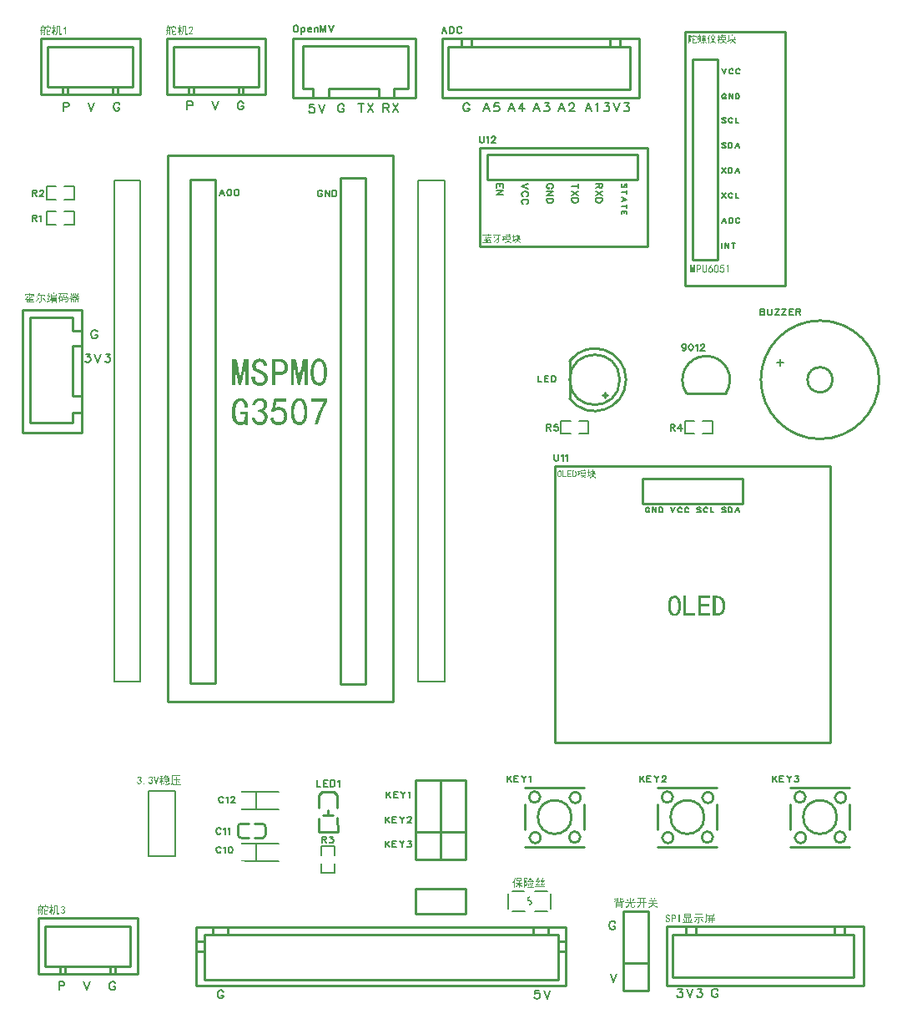
<source format=gto>
G04 Layer: TopSilkscreenLayer*
G04 EasyEDA Pro v2.2.40.8, 2025-08-04 00:28:17*
G04 Gerber Generator version 0.3*
G04 Scale: 100 percent, Rotated: No, Reflected: No*
G04 Dimensions in millimeters*
G04 Leading zeros omitted, absolute positions, 4 integers and 5 decimals*
G04 Generated by one-click*
%FSLAX45Y45*%
%MOMM*%
%ADD10C,0.203*%
%ADD11C,0.1524*%
%ADD12C,0.254*%
%ADD13C,0.2032*%
%ADD14C,0.15199*%
%ADD15C,0.6893*%
G75*


G04 Text Start*
G54D10*
G01X-4003070Y-4858522D02*
G01X-4003070Y-4943612D01*
G01X-4003070Y-4858522D02*
G01X-3966494Y-4858522D01*
G01X-3954556Y-4862586D01*
G01X-3950492Y-4866650D01*
G01X-3946428Y-4874778D01*
G01X-3946428Y-4886970D01*
G01X-3950492Y-4895098D01*
G01X-3954556Y-4899162D01*
G01X-3966494Y-4903226D01*
G01X-4003070Y-4903226D01*
G01X-3958871Y4051550D02*
G01X-3958871Y3966460D01*
G01X-3958871Y4051550D02*
G01X-3922295Y4051550D01*
G01X-3910357Y4047486D01*
G01X-3906293Y4043422D01*
G01X-3902229Y4035294D01*
G01X-3902229Y4023102D01*
G01X-3906293Y4014974D01*
G01X-3910357Y4010910D01*
G01X-3922295Y4006846D01*
G01X-3958871Y4006846D01*
G01X-3751102Y-4858522D02*
G01X-3718590Y-4943612D01*
G01X-3686332Y-4858522D02*
G01X-3718590Y-4943612D01*
G01X-3706903Y4051550D02*
G01X-3674391Y3966460D01*
G01X-3642133Y4051550D02*
G01X-3674391Y3966460D01*
G01X-3613939Y1725177D02*
G01X-3618003Y1733305D01*
G01X-3626131Y1741433D01*
G01X-3634005Y1745497D01*
G01X-3650261Y1745497D01*
G01X-3658389Y1741433D01*
G01X-3666517Y1733305D01*
G01X-3670581Y1725177D01*
G01X-3674645Y1712985D01*
G01X-3674645Y1692665D01*
G01X-3670581Y1680473D01*
G01X-3666517Y1672599D01*
G01X-3658389Y1664471D01*
G01X-3650261Y1660407D01*
G01X-3634005Y1660407D01*
G01X-3626131Y1664471D01*
G01X-3618003Y1672599D01*
G01X-3613939Y1680473D01*
G01X-3613939Y1692665D01*
G01X-3634005Y1692665D02*
G01X-3613939Y1692665D01*
G01X-3730017Y1504197D02*
G01X-3685567Y1504197D01*
G01X-3709697Y1471685D01*
G01X-3697505Y1471685D01*
G01X-3689631Y1467621D01*
G01X-3685567Y1463557D01*
G01X-3681503Y1451365D01*
G01X-3681503Y1443237D01*
G01X-3685567Y1431299D01*
G01X-3693695Y1423171D01*
G01X-3705633Y1419107D01*
G01X-3717825Y1419107D01*
G01X-3730017Y1423171D01*
G01X-3734081Y1427235D01*
G01X-3738145Y1435109D01*
G01X-3641625Y1504197D02*
G01X-3609367Y1419107D01*
G01X-3576855Y1504197D02*
G01X-3609367Y1419107D01*
G01X-3529103Y1504197D02*
G01X-3484399Y1504197D01*
G01X-3508783Y1471685D01*
G01X-3496591Y1471685D01*
G01X-3488463Y1467621D01*
G01X-3484399Y1463557D01*
G01X-3480335Y1451365D01*
G01X-3480335Y1443237D01*
G01X-3484399Y1431299D01*
G01X-3492527Y1423171D01*
G01X-3504719Y1419107D01*
G01X-3516911Y1419107D01*
G01X-3529103Y1423171D01*
G01X-3533167Y1427235D01*
G01X-3536977Y1435109D01*
G01X-3432332Y-4878842D02*
G01X-3436396Y-4870714D01*
G01X-3444524Y-4862586D01*
G01X-3452398Y-4858522D01*
G01X-3468654Y-4858522D01*
G01X-3476782Y-4862586D01*
G01X-3484910Y-4870714D01*
G01X-3488974Y-4878842D01*
G01X-3493038Y-4891034D01*
G01X-3493038Y-4911354D01*
G01X-3488974Y-4923546D01*
G01X-3484910Y-4931420D01*
G01X-3476782Y-4939548D01*
G01X-3468654Y-4943612D01*
G01X-3452398Y-4943612D01*
G01X-3444524Y-4939548D01*
G01X-3436396Y-4931420D01*
G01X-3432332Y-4923546D01*
G01X-3432332Y-4911354D01*
G01X-3452398Y-4911354D02*
G01X-3432332Y-4911354D01*
G01X-3388133Y4031230D02*
G01X-3392197Y4039358D01*
G01X-3400325Y4047486D01*
G01X-3408199Y4051550D01*
G01X-3424455Y4051550D01*
G01X-3432583Y4047486D01*
G01X-3440711Y4039358D01*
G01X-3444775Y4031230D01*
G01X-3448839Y4019038D01*
G01X-3448839Y3998718D01*
G01X-3444775Y3986526D01*
G01X-3440711Y3978652D01*
G01X-3432583Y3970524D01*
G01X-3424455Y3966460D01*
G01X-3408199Y3966460D01*
G01X-3400325Y3970524D01*
G01X-3392197Y3978652D01*
G01X-3388133Y3986526D01*
G01X-3388133Y3998718D01*
G01X-3408199Y3998718D02*
G01X-3388133Y3998718D01*
G01X-2701571Y4064250D02*
G01X-2701571Y3979160D01*
G01X-2701571Y4064250D02*
G01X-2664995Y4064250D01*
G01X-2653057Y4060186D01*
G01X-2648993Y4056122D01*
G01X-2644929Y4047994D01*
G01X-2644929Y4035802D01*
G01X-2648993Y4027674D01*
G01X-2653057Y4023610D01*
G01X-2664995Y4019546D01*
G01X-2701571Y4019546D01*
G01X-2449603Y4064250D02*
G01X-2417091Y3979160D01*
G01X-2384833Y4064250D02*
G01X-2417091Y3979160D01*
G01X-2333647Y-4966523D02*
G01X-2337711Y-4958395D01*
G01X-2345839Y-4950267D01*
G01X-2353713Y-4946203D01*
G01X-2369969Y-4946203D01*
G01X-2378097Y-4950267D01*
G01X-2386225Y-4958395D01*
G01X-2390289Y-4966523D01*
G01X-2394353Y-4978715D01*
G01X-2394353Y-4999035D01*
G01X-2390289Y-5011227D01*
G01X-2386225Y-5019101D01*
G01X-2378097Y-5027229D01*
G01X-2369969Y-5031293D01*
G01X-2353713Y-5031293D01*
G01X-2345839Y-5027229D01*
G01X-2337711Y-5019101D01*
G01X-2333647Y-5011227D01*
G01X-2333647Y-4999035D01*
G01X-2353713Y-4999035D02*
G01X-2333647Y-4999035D01*
G01X-2130833Y4043930D02*
G01X-2134897Y4052058D01*
G01X-2143025Y4060186D01*
G01X-2150899Y4064250D01*
G01X-2167155Y4064250D01*
G01X-2175283Y4060186D01*
G01X-2183411Y4052058D01*
G01X-2187475Y4043930D01*
G01X-2191539Y4031738D01*
G01X-2191539Y4011418D01*
G01X-2187475Y3999226D01*
G01X-2183411Y3991352D01*
G01X-2175283Y3983224D01*
G01X-2167155Y3979160D01*
G01X-2150899Y3979160D01*
G01X-2143025Y3983224D01*
G01X-2134897Y3991352D01*
G01X-2130833Y3999226D01*
G01X-2130833Y4011418D01*
G01X-2150899Y4011418D02*
G01X-2130833Y4011418D01*
G01X-1416331Y4031497D02*
G01X-1456717Y4031497D01*
G01X-1460781Y3994921D01*
G01X-1456717Y3998985D01*
G01X-1444525Y4003049D01*
G01X-1432333Y4003049D01*
G01X-1420395Y3998985D01*
G01X-1412267Y3990857D01*
G01X-1408203Y3978665D01*
G01X-1408203Y3970537D01*
G01X-1412267Y3958599D01*
G01X-1420395Y3950471D01*
G01X-1432333Y3946407D01*
G01X-1444525Y3946407D01*
G01X-1456717Y3950471D01*
G01X-1460781Y3954535D01*
G01X-1464845Y3962409D01*
G01X-1368325Y4031497D02*
G01X-1336067Y3946407D01*
G01X-1303555Y4031497D02*
G01X-1336067Y3946407D01*
G01X-1113055Y4018530D02*
G01X-1117119Y4026658D01*
G01X-1125247Y4034786D01*
G01X-1133121Y4038850D01*
G01X-1149377Y4038850D01*
G01X-1157505Y4034786D01*
G01X-1165633Y4026658D01*
G01X-1169697Y4018530D01*
G01X-1173761Y4006338D01*
G01X-1173761Y3986018D01*
G01X-1169697Y3973826D01*
G01X-1165633Y3965952D01*
G01X-1157505Y3957824D01*
G01X-1149377Y3953760D01*
G01X-1133121Y3953760D01*
G01X-1125247Y3957824D01*
G01X-1117119Y3965952D01*
G01X-1113055Y3973826D01*
G01X-1113055Y3986018D01*
G01X-1133121Y3986018D02*
G01X-1113055Y3986018D01*
G01X-937541Y4038850D02*
G01X-937541Y3953760D01*
G01X-965989Y4038850D02*
G01X-909347Y4038850D01*
G01X-869469Y4038850D02*
G01X-812827Y3953760D01*
G01X-812827Y4038850D02*
G01X-869469Y3953760D01*
G01X-711989Y4038850D02*
G01X-711989Y3953760D01*
G01X-711989Y4038850D02*
G01X-675413Y4038850D01*
G01X-663475Y4034786D01*
G01X-659411Y4030722D01*
G01X-655347Y4022594D01*
G01X-655347Y4014466D01*
G01X-659411Y4006338D01*
G01X-663475Y4002274D01*
G01X-675413Y3998210D01*
G01X-711989Y3998210D01*
G01X-683541Y3998210D02*
G01X-655347Y3953760D01*
G01X-615469Y4038850D02*
G01X-558827Y3953760D01*
G01X-558827Y4038850D02*
G01X-615469Y3953760D01*
G54D11*
G01X-679985Y-2932167D02*
G01X-679985Y-2997191D01*
G01X-636551Y-2932167D02*
G01X-679985Y-2975347D01*
G01X-664491Y-2959853D02*
G01X-636551Y-2997191D01*
G01X-606325Y-2932167D02*
G01X-606325Y-2997191D01*
G01X-606325Y-2932167D02*
G01X-566193Y-2932167D01*
G01X-606325Y-2963155D02*
G01X-581687Y-2963155D01*
G01X-606325Y-2997191D02*
G01X-566193Y-2997191D01*
G01X-535967Y-2932167D02*
G01X-511329Y-2963155D01*
G01X-511329Y-2997191D01*
G01X-486437Y-2932167D02*
G01X-511329Y-2963155D01*
G01X-456211Y-2944613D02*
G01X-450115Y-2941311D01*
G01X-440971Y-2932167D01*
G01X-440971Y-2997191D01*
G01X-692812Y-3433817D02*
G01X-692812Y-3498841D01*
G01X-649378Y-3433817D02*
G01X-692812Y-3476997D01*
G01X-677318Y-3461503D02*
G01X-649378Y-3498841D01*
G01X-619152Y-3433817D02*
G01X-619152Y-3498841D01*
G01X-619152Y-3433817D02*
G01X-579020Y-3433817D01*
G01X-619152Y-3464805D02*
G01X-594514Y-3464805D01*
G01X-619152Y-3498841D02*
G01X-579020Y-3498841D01*
G01X-548794Y-3433817D02*
G01X-524156Y-3464805D01*
G01X-524156Y-3498841D01*
G01X-499264Y-3433817D02*
G01X-524156Y-3464805D01*
G01X-462942Y-3433817D02*
G01X-428906Y-3433817D01*
G01X-447448Y-3458455D01*
G01X-438304Y-3458455D01*
G01X-431954Y-3461503D01*
G01X-428906Y-3464805D01*
G01X-425858Y-3473949D01*
G01X-425858Y-3480299D01*
G01X-428906Y-3489443D01*
G01X-435002Y-3495793D01*
G01X-444400Y-3498841D01*
G01X-453798Y-3498841D01*
G01X-462942Y-3495793D01*
G01X-465990Y-3492491D01*
G01X-469038Y-3486395D01*
G01X-692685Y-3186167D02*
G01X-692685Y-3251191D01*
G01X-649251Y-3186167D02*
G01X-692685Y-3229347D01*
G01X-677191Y-3213853D02*
G01X-649251Y-3251191D01*
G01X-619025Y-3186167D02*
G01X-619025Y-3251191D01*
G01X-619025Y-3186167D02*
G01X-578893Y-3186167D01*
G01X-619025Y-3217155D02*
G01X-594387Y-3217155D01*
G01X-619025Y-3251191D02*
G01X-578893Y-3251191D01*
G01X-548667Y-3186167D02*
G01X-524029Y-3217155D01*
G01X-524029Y-3251191D01*
G01X-499137Y-3186167D02*
G01X-524029Y-3217155D01*
G01X-465863Y-3201661D02*
G01X-465863Y-3198613D01*
G01X-462815Y-3192263D01*
G01X-459767Y-3189215D01*
G01X-453671Y-3186167D01*
G01X-441225Y-3186167D01*
G01X-434875Y-3189215D01*
G01X-431827Y-3192263D01*
G01X-428779Y-3198613D01*
G01X-428779Y-3204709D01*
G01X-431827Y-3210805D01*
G01X-438177Y-3220203D01*
G01X-468911Y-3251191D01*
G01X-425731Y-3251191D01*
G54D10*
G01X161956Y4025077D02*
G01X157892Y4033205D01*
G01X149764Y4041333D01*
G01X141890Y4045397D01*
G01X125634Y4045397D01*
G01X117506Y4041333D01*
G01X109378Y4033205D01*
G01X105314Y4025077D01*
G01X101250Y4012885D01*
G01X101250Y3992565D01*
G01X105314Y3980373D01*
G01X109378Y3972499D01*
G01X117506Y3964371D01*
G01X125634Y3960307D01*
G01X141890Y3960307D01*
G01X149764Y3964371D01*
G01X157892Y3972499D01*
G01X161956Y3980373D01*
G01X161956Y3992565D01*
G01X141890Y3992565D02*
G01X161956Y3992565D01*
G01X337470Y4045397D02*
G01X304958Y3960307D01*
G01X337470Y4045397D02*
G01X369728Y3960307D01*
G01X317150Y3988501D02*
G01X357536Y3988501D01*
G01X458120Y4045397D02*
G01X417480Y4045397D01*
G01X413416Y4008821D01*
G01X417480Y4012885D01*
G01X429672Y4016949D01*
G01X441864Y4016949D01*
G01X454056Y4012885D01*
G01X462184Y4004757D01*
G01X466248Y3992565D01*
G01X466248Y3984437D01*
G01X462184Y3972499D01*
G01X454056Y3964371D01*
G01X441864Y3960307D01*
G01X429672Y3960307D01*
G01X417480Y3964371D01*
G01X413416Y3968435D01*
G01X409606Y3976309D01*
G01X589438Y4045397D02*
G01X556926Y3960307D01*
G01X589438Y4045397D02*
G01X621696Y3960307D01*
G01X569118Y3988501D02*
G01X609504Y3988501D01*
G01X701960Y4045397D02*
G01X661574Y3988501D01*
G01X722280Y3988501D01*
G01X701960Y4045397D02*
G01X701960Y3960307D01*
G01X845470Y4045397D02*
G01X812958Y3960307D01*
G01X845470Y4045397D02*
G01X877728Y3960307D01*
G01X825150Y3988501D02*
G01X865536Y3988501D01*
G01X925480Y4045397D02*
G01X970184Y4045397D01*
G01X945800Y4012885D01*
G01X957992Y4012885D01*
G01X966120Y4008821D01*
G01X970184Y4004757D01*
G01X974248Y3992565D01*
G01X974248Y3984437D01*
G01X970184Y3972499D01*
G01X962056Y3964371D01*
G01X949864Y3960307D01*
G01X937672Y3960307D01*
G01X925480Y3964371D01*
G01X921416Y3968435D01*
G01X917606Y3976309D01*
G01X869669Y-4947403D02*
G01X829283Y-4947403D01*
G01X825219Y-4983979D01*
G01X829283Y-4979915D01*
G01X841475Y-4975851D01*
G01X853667Y-4975851D01*
G01X865605Y-4979915D01*
G01X873733Y-4988043D01*
G01X877797Y-5000235D01*
G01X877797Y-5008363D01*
G01X873733Y-5020301D01*
G01X865605Y-5028429D01*
G01X853667Y-5032493D01*
G01X841475Y-5032493D01*
G01X829283Y-5028429D01*
G01X825219Y-5024365D01*
G01X821155Y-5016491D01*
G01X917675Y-4947403D02*
G01X949933Y-5032493D01*
G01X982445Y-4947403D02*
G01X949933Y-5032493D01*
G01X1099470Y4045397D02*
G01X1066958Y3960307D01*
G01X1099470Y4045397D02*
G01X1131728Y3960307D01*
G01X1079150Y3988501D02*
G01X1119536Y3988501D01*
G01X1175416Y4025077D02*
G01X1175416Y4029141D01*
G01X1179480Y4037269D01*
G01X1183544Y4041333D01*
G01X1191672Y4045397D01*
G01X1207928Y4045397D01*
G01X1216056Y4041333D01*
G01X1220120Y4037269D01*
G01X1224184Y4029141D01*
G01X1224184Y4021013D01*
G01X1220120Y4012885D01*
G01X1211992Y4000693D01*
G01X1171606Y3960307D01*
G01X1228248Y3960307D01*
G01X1371758Y4045397D02*
G01X1339246Y3960307D01*
G01X1371758Y4045397D02*
G01X1404016Y3960307D01*
G01X1351438Y3988501D02*
G01X1391824Y3988501D01*
G01X1443894Y4029141D02*
G01X1451768Y4033205D01*
G01X1463960Y4045397D01*
G01X1463960Y3960307D01*
G01X1641453Y-4268023D02*
G01X1637389Y-4259895D01*
G01X1629261Y-4251767D01*
G01X1621387Y-4247703D01*
G01X1605131Y-4247703D01*
G01X1597003Y-4251767D01*
G01X1588875Y-4259895D01*
G01X1584811Y-4268023D01*
G01X1580747Y-4280215D01*
G01X1580747Y-4300535D01*
G01X1584811Y-4312727D01*
G01X1588875Y-4320601D01*
G01X1597003Y-4328729D01*
G01X1605131Y-4332793D01*
G01X1621387Y-4332793D01*
G01X1629261Y-4328729D01*
G01X1637389Y-4320601D01*
G01X1641453Y-4312727D01*
G01X1641453Y-4300535D01*
G01X1621387Y-4300535D02*
G01X1641453Y-4300535D01*
G01X1593447Y-4781103D02*
G01X1625959Y-4866193D01*
G01X1658217Y-4781103D02*
G01X1625959Y-4866193D01*
G01X1534826Y4045397D02*
G01X1579276Y4045397D01*
G01X1555146Y4012885D01*
G01X1567338Y4012885D01*
G01X1575212Y4008821D01*
G01X1579276Y4004757D01*
G01X1583340Y3992565D01*
G01X1583340Y3984437D01*
G01X1579276Y3972499D01*
G01X1571148Y3964371D01*
G01X1559210Y3960307D01*
G01X1547018Y3960307D01*
G01X1534826Y3964371D01*
G01X1530762Y3968435D01*
G01X1526698Y3976309D01*
G01X1623218Y4045397D02*
G01X1655476Y3960307D01*
G01X1687988Y4045397D02*
G01X1655476Y3960307D01*
G01X1735740Y4045397D02*
G01X1780444Y4045397D01*
G01X1756060Y4012885D01*
G01X1768252Y4012885D01*
G01X1776380Y4008821D01*
G01X1780444Y4004757D01*
G01X1784508Y3992565D01*
G01X1784508Y3984437D01*
G01X1780444Y3972499D01*
G01X1772316Y3964371D01*
G01X1760124Y3960307D01*
G01X1747932Y3960307D01*
G01X1735740Y3964371D01*
G01X1731676Y3968435D01*
G01X1727866Y3976309D01*
G01X2277083Y-4934703D02*
G01X2321533Y-4934703D01*
G01X2297403Y-4967215D01*
G01X2309595Y-4967215D01*
G01X2317469Y-4971279D01*
G01X2321533Y-4975343D01*
G01X2325597Y-4987535D01*
G01X2325597Y-4995663D01*
G01X2321533Y-5007601D01*
G01X2313405Y-5015729D01*
G01X2301467Y-5019793D01*
G01X2289275Y-5019793D01*
G01X2277083Y-5015729D01*
G01X2273019Y-5011665D01*
G01X2268955Y-5003791D01*
G01X2365475Y-4934703D02*
G01X2397733Y-5019793D01*
G01X2430245Y-4934703D02*
G01X2397733Y-5019793D01*
G01X2477997Y-4934703D02*
G01X2522701Y-4934703D01*
G01X2498317Y-4967215D01*
G01X2510509Y-4967215D01*
G01X2518637Y-4971279D01*
G01X2522701Y-4975343D01*
G01X2526765Y-4987535D01*
G01X2526765Y-4995663D01*
G01X2522701Y-5007601D01*
G01X2514573Y-5015729D01*
G01X2502381Y-5019793D01*
G01X2490189Y-5019793D01*
G01X2477997Y-5015729D01*
G01X2473933Y-5011665D01*
G01X2470123Y-5003791D01*
G01X2680821Y-4953823D02*
G01X2676757Y-4945695D01*
G01X2668629Y-4937567D01*
G01X2660755Y-4933503D01*
G01X2644499Y-4933503D01*
G01X2636371Y-4937567D01*
G01X2628243Y-4945695D01*
G01X2624179Y-4953823D01*
G01X2620115Y-4966015D01*
G01X2620115Y-4986335D01*
G01X2624179Y-4998527D01*
G01X2628243Y-5006401D01*
G01X2636371Y-5014529D01*
G01X2644499Y-5018593D01*
G01X2660755Y-5018593D01*
G01X2668629Y-5014529D01*
G01X2676757Y-5006401D01*
G01X2680821Y-4998527D01*
G01X2680821Y-4986335D01*
G01X2660755Y-4986335D02*
G01X2680821Y-4986335D01*
G36*
G01X-4231049Y2034375D02*
G01X-4231309Y2034722D01*
G01X-4231829Y2035588D01*
G01X-4233907Y2038012D01*
G01X-4235119Y2039051D01*
G01X-4236505Y2040090D01*
G01X-4237371Y2040783D01*
G01X-4237544Y2041476D01*
G01X-4236851Y2042169D01*
G01X-4235119Y2043554D01*
G01X-4228192Y2050481D01*
G01X-4226460Y2052560D01*
G01X-4225075Y2054291D01*
G01X-4223863Y2055504D01*
G01X-4220745Y2059660D01*
G01X-4219360Y2061392D01*
G01X-4216762Y2065029D01*
G01X-4215723Y2066587D01*
G01X-4213645Y2070051D01*
G01X-4212606Y2071610D01*
G01X-4211740Y2072995D01*
G01X-4211047Y2074034D01*
G01X-4210571Y2074121D01*
G01X-4209835Y2073688D01*
G01X-4208623Y2072822D01*
G01X-4206718Y2070917D01*
G01X-4205332Y2070051D01*
G01X-4204466Y2069358D01*
G01X-4203254Y2068492D01*
G01X-4202648Y2068103D01*
G01X-4202561Y2067626D01*
G01X-4204639Y2065029D01*
G01X-4205505Y2064163D01*
G01X-4206198Y2063297D01*
G01X-4207237Y2062085D01*
G01X-4208276Y2060699D01*
G01X-4213125Y2054638D01*
G01X-4213645Y2053772D01*
G01X-4214338Y2052906D01*
G01X-4215203Y2052040D01*
G01X-4215896Y2051174D01*
G01X-4216762Y2049962D01*
G01X-4217801Y2048750D01*
G01X-4219533Y2046671D01*
G01X-4220918Y2044940D01*
G01X-4222131Y2043727D01*
G01X-4223343Y2042169D01*
G01X-4225248Y2040264D01*
G01X-4226633Y2038532D01*
G01X-4228712Y2036454D01*
G01X-4229751Y2035068D01*
G01X-4230617Y2034375D01*
G01X-4231049Y2034375D01*
G37*
G36*
G01X-4143506Y2034072D02*
G01X-4144026Y2034549D01*
G01X-4145238Y2036107D01*
G01X-4146277Y2037493D01*
G01X-4148009Y2039917D01*
G01X-4152165Y2045459D01*
G01X-4152858Y2046325D01*
G01X-4153378Y2047191D01*
G01X-4154070Y2048057D01*
G01X-4155109Y2049269D01*
G01X-4155975Y2050481D01*
G01X-4157361Y2052213D01*
G01X-4157880Y2053079D01*
G01X-4162729Y2059140D01*
G01X-4163595Y2060006D01*
G01X-4166366Y2063470D01*
G01X-4168098Y2065202D01*
G01X-4168791Y2066068D01*
G01X-4168791Y2066934D01*
G01X-4166366Y2069012D01*
G01X-4164634Y2070397D01*
G01X-4162903Y2072129D01*
G01X-4162513Y2072475D01*
G01X-4162037Y2072475D01*
G01X-4161171Y2071956D01*
G01X-4160305Y2070744D01*
G01X-4159266Y2069531D01*
G01X-4157880Y2067800D01*
G01X-4155802Y2065375D01*
G01X-4154417Y2063643D01*
G01X-4152685Y2061565D01*
G01X-4150607Y2059140D01*
G01X-4148875Y2057062D01*
G01X-4147489Y2055330D01*
G01X-4145411Y2052906D01*
G01X-4141948Y2048750D01*
G01X-4139869Y2046325D01*
G01X-4137098Y2042861D01*
G01X-4135886Y2041649D01*
G01X-4135193Y2040437D01*
G01X-4135886Y2039571D01*
G01X-4137272Y2038532D01*
G01X-4138830Y2037493D01*
G01X-4140043Y2036454D01*
G01X-4142121Y2034722D01*
G01X-4142987Y2034029D01*
G01X-4143506Y2034072D01*
G37*
G36*
G01X-4122248Y2026755D02*
G01X-4122551Y2027102D01*
G01X-4123071Y2028314D01*
G01X-4124629Y2032990D01*
G01X-4125149Y2034375D01*
G01X-4125668Y2035934D01*
G01X-4125668Y2036757D01*
G01X-4125322Y2037146D01*
G01X-4124283Y2037493D01*
G01X-4122551Y2037666D01*
G01X-4120646Y2038012D01*
G01X-4117183Y2038705D01*
G01X-4114065Y2039398D01*
G01X-4112160Y2039917D01*
G01X-4109909Y2040437D01*
G01X-4108350Y2040956D01*
G01X-4105579Y2041649D01*
G01X-4104367Y2041995D01*
G01X-4102635Y2042515D01*
G01X-4101077Y2043035D01*
G01X-4099345Y2043554D01*
G01X-4097440Y2044247D01*
G01X-4095881Y2044766D01*
G01X-4094496Y2045286D01*
G01X-4092937Y2045805D01*
G01X-4092158Y2045762D01*
G01X-4091898Y2045286D01*
G01X-4092071Y2043035D01*
G01X-4092071Y2040956D01*
G01X-4091898Y2038878D01*
G01X-4092028Y2037666D01*
G01X-4092418Y2037146D01*
G01X-4093630Y2036627D01*
G01X-4095362Y2036107D01*
G01X-4097613Y2035588D01*
G01X-4099345Y2035068D01*
G01X-4102116Y2034375D01*
G01X-4103328Y2034029D01*
G01X-4105060Y2033510D01*
G01X-4107138Y2032817D01*
G01X-4109043Y2032124D01*
G01X-4110775Y2031431D01*
G01X-4112680Y2030739D01*
G01X-4114412Y2030046D01*
G01X-4115970Y2029353D01*
G01X-4117356Y2028660D01*
G01X-4120473Y2027275D01*
G01X-4121685Y2026755D01*
G01X-4122248Y2026755D01*
G37*
G36*
G01X-3962531Y2047710D02*
G01X-3964609Y2047884D01*
G01X-3964783Y2051174D01*
G01X-3964609Y2055157D01*
G01X-3964306Y2055807D01*
G01X-3963743Y2056023D01*
G01X-3962531Y2055850D01*
G01X-3944347Y2055677D01*
G01X-3926163Y2055850D01*
G01X-3923738Y2056023D01*
G01X-3922180Y2055893D01*
G01X-3921314Y2055504D01*
G01X-3920924Y2054508D01*
G01X-3920794Y2052560D01*
G01X-3920968Y2048923D01*
G01X-3921141Y2047710D01*
G01X-3924085Y2047710D01*
G01X-3927548Y2047884D01*
G01X-3934822Y2048230D01*
G01X-3945213Y2048403D01*
G01X-3955604Y2048230D01*
G01X-3960107Y2047884D01*
G01X-3962531Y2047710D01*
G37*
G36*
G01X-3881309Y2021387D02*
G01X-3885119Y2021560D01*
G01X-3885465Y2022945D01*
G01X-3885292Y2024677D01*
G01X-3884946Y2030219D01*
G01X-3884773Y2039571D01*
G01X-3884846Y2043554D01*
G01X-3877153Y2043554D01*
G01X-3876979Y2036454D01*
G01X-3867454Y2036280D01*
G01X-3858103Y2036280D01*
G01X-3858103Y2050481D01*
G01X-3877153Y2050481D01*
G01X-3877153Y2043554D01*
G01X-3877153Y2043554D01*
G01X-3884846Y2043554D01*
G01X-3884946Y2048923D01*
G01X-3885292Y2053772D01*
G01X-3885465Y2054984D01*
G01X-3885292Y2056543D01*
G01X-3885119Y2057409D01*
G01X-3867974Y2057409D01*
G01X-3855028Y2057279D01*
G01X-3850483Y2056889D01*
G01X-3850309Y2055850D01*
G01X-3850656Y2051694D01*
G01X-3850829Y2040090D01*
G01X-3850656Y2028487D01*
G01X-3850309Y2024331D01*
G01X-3850309Y2022945D01*
G01X-3850483Y2022080D01*
G01X-3858103Y2022080D01*
G01X-3858103Y2025197D01*
G01X-3858276Y2029180D01*
G01X-3858535Y2029786D01*
G01X-3858968Y2029873D01*
G01X-3866762Y2029700D01*
G01X-3875594Y2029873D01*
G01X-3877153Y2030046D01*
G01X-3877153Y2026236D01*
G01X-3877499Y2021906D01*
G01X-3878624Y2021517D01*
G01X-3881309Y2021387D01*
G37*
G36*
G01X-3807014Y2021387D02*
G01X-3810997Y2021733D01*
G01X-3811343Y2025197D01*
G01X-3811517Y2029180D01*
G01X-3811733Y2029786D01*
G01X-3812036Y2029873D01*
G01X-3821215Y2029700D01*
G01X-3830567Y2029873D01*
G01X-3831779Y2029873D01*
G01X-3832255Y2029656D01*
G01X-3832298Y2029353D01*
G01X-3832125Y2026755D01*
G01X-3832298Y2023292D01*
G01X-3832472Y2022080D01*
G01X-3835589Y2022080D01*
G01X-3839572Y2022253D01*
G01X-3840178Y2022469D01*
G01X-3840265Y2022772D01*
G01X-3840092Y2025024D01*
G01X-3839918Y2027448D01*
G01X-3839771Y2037493D01*
G01X-3832298Y2037493D01*
G01X-3832298Y2036454D01*
G01X-3821734Y2036280D01*
G01X-3811343Y2036280D01*
G01X-3811343Y2050481D01*
G01X-3821042Y2050481D01*
G01X-3831606Y2050308D01*
G01X-3832212Y2050092D01*
G01X-3832298Y2049789D01*
G01X-3832125Y2043900D01*
G01X-3832298Y2037493D01*
G01X-3832298Y2037493D01*
G01X-3839771Y2037493D01*
G01X-3839745Y2039225D01*
G01X-3839918Y2051001D01*
G01X-3840265Y2055850D01*
G01X-3840265Y2056889D01*
G01X-3835589Y2057279D01*
G01X-3821908Y2057409D01*
G01X-3803377Y2057062D01*
G01X-3803204Y2056196D01*
G01X-3803377Y2039744D01*
G01X-3803204Y2023292D01*
G01X-3803204Y2022080D01*
G01X-3804243Y2021560D01*
G01X-3807014Y2021387D01*
G37*
G36*
G01X-4330543Y2021733D02*
G01X-4334699Y2021906D01*
G01X-4335045Y2023292D01*
G01X-4334872Y2025024D01*
G01X-4334526Y2029873D01*
G01X-4334403Y2040090D01*
G01X-4325693Y2040090D01*
G01X-4325693Y2037666D01*
G01X-4325520Y2034722D01*
G01X-4325520Y2034722D01*
G01X-4325174Y2034029D01*
G01X-4314263Y2033856D01*
G01X-4302314Y2034029D01*
G01X-4301102Y2034202D01*
G01X-4301102Y2036280D01*
G01X-4301275Y2039225D01*
G01X-4301448Y2040090D01*
G01X-4325693Y2040090D01*
G01X-4334403Y2040090D01*
G01X-4334353Y2044247D01*
G01X-4334400Y2049962D01*
G01X-4325693Y2049962D01*
G01X-4325520Y2047191D01*
G01X-4313224Y2047018D01*
G01X-4301102Y2047018D01*
G01X-4301102Y2049096D01*
G01X-4301275Y2052040D01*
G01X-4301448Y2052906D01*
G01X-4312705Y2052906D01*
G01X-4324828Y2052733D01*
G01X-4325693Y2052560D01*
G01X-4325693Y2049962D01*
G01X-4325693Y2049962D01*
G01X-4334400Y2049962D01*
G01X-4334439Y2054594D01*
G01X-4334699Y2057928D01*
G01X-4335565Y2057582D01*
G01X-4336431Y2056889D01*
G01X-4338163Y2055157D01*
G01X-4339894Y2053772D01*
G01X-4342838Y2050828D01*
G01X-4344570Y2049442D01*
G01X-4345956Y2048230D01*
G01X-4346518Y2047927D01*
G01X-4347168Y2048057D01*
G01X-4348553Y2049269D01*
G01X-4349593Y2050655D01*
G01X-4350458Y2051520D01*
G01X-4352537Y2053945D01*
G01X-4352753Y2054378D01*
G01X-4352363Y2054984D01*
G01X-4350805Y2056196D01*
G01X-4349246Y2057235D01*
G01X-4346822Y2058967D01*
G01X-4345436Y2060006D01*
G01X-4344397Y2061045D01*
G01X-4343185Y2062085D01*
G01X-4326386Y2062085D01*
G01X-4326213Y2059314D01*
G01X-4313571Y2059140D01*
G01X-4301102Y2059140D01*
G01X-4301102Y2064682D01*
G01X-4326386Y2064682D01*
G01X-4326386Y2062085D01*
G01X-4326386Y2062085D01*
G01X-4343185Y2062085D01*
G01X-4341973Y2063124D01*
G01X-4337643Y2067453D01*
G01X-4336258Y2069185D01*
G01X-4333660Y2071783D01*
G01X-4330889Y2075246D01*
G01X-4329850Y2076632D01*
G01X-4328638Y2078364D01*
G01X-4327598Y2079230D01*
G01X-4326733Y2078883D01*
G01X-4323096Y2076805D01*
G01X-4321710Y2076112D01*
G01X-4320498Y2075593D01*
G01X-4319459Y2074900D01*
G01X-4319329Y2074424D01*
G01X-4319632Y2074034D01*
G01X-4321018Y2072995D01*
G01X-4322057Y2071956D01*
G01X-4319545Y2071696D01*
G01X-4311666Y2071610D01*
G01X-4303786Y2071739D01*
G01X-4301275Y2072129D01*
G01X-4302314Y2074554D01*
G01X-4302833Y2075593D01*
G01X-4303353Y2076805D01*
G01X-4303266Y2077368D01*
G01X-4302660Y2077671D01*
G01X-4301275Y2078190D01*
G01X-4299716Y2078710D01*
G01X-4296253Y2079749D01*
G01X-4295343Y2079663D01*
G01X-4294694Y2079056D01*
G01X-4294001Y2077498D01*
G01X-4293482Y2076112D01*
G01X-4292789Y2074727D01*
G01X-4292096Y2073515D01*
G01X-4291577Y2072302D01*
G01X-4288026Y2071783D01*
G01X-4277722Y2071610D01*
G01X-4263521Y2071783D01*
G01X-4260923Y2071956D01*
G01X-4258845Y2071956D01*
G01X-4258845Y2064336D01*
G01X-4259884Y2064336D01*
G01X-4261443Y2064509D01*
G01X-4277376Y2064682D01*
G01X-4292789Y2064682D01*
G01X-4292789Y2059140D01*
G01X-4279973Y2059140D01*
G01X-4266638Y2059314D01*
G01X-4264214Y2059487D01*
G01X-4262309Y2059487D01*
G01X-4262309Y2056370D01*
G01X-4262655Y2052733D01*
G01X-4263305Y2052343D01*
G01X-4264560Y2052213D01*
G01X-4266638Y2052386D01*
G01X-4272527Y2052733D01*
G01X-4281705Y2052906D01*
G01X-4291577Y2052733D01*
G01X-4292789Y2052560D01*
G01X-4292789Y2047018D01*
G01X-4281532Y2047018D01*
G01X-4269756Y2047191D01*
G01X-4267158Y2047364D01*
G01X-4264214Y2047191D01*
G01X-4263348Y2047018D01*
G01X-4263348Y2044247D01*
G01X-4263521Y2040610D01*
G01X-4263694Y2039744D01*
G01X-4265599Y2039744D01*
G01X-4268024Y2039917D01*
G01X-4280666Y2040090D01*
G01X-4292789Y2040090D01*
G01X-4292789Y2037493D01*
G01X-4292443Y2034375D01*
G01X-4289109Y2033986D01*
G01X-4279800Y2033856D01*
G01X-4266985Y2034029D01*
G01X-4262655Y2034202D01*
G01X-4257979Y2034375D01*
G01X-4256248Y2034375D01*
G01X-4255382Y2034202D01*
G01X-4255382Y2026929D01*
G01X-4257979Y2026929D01*
G01X-4261097Y2027102D01*
G01X-4293135Y2027275D01*
G01X-4325520Y2027102D01*
G01X-4326386Y2026929D01*
G01X-4326386Y2025197D01*
G01X-4326559Y2022599D01*
G01X-4326733Y2021733D01*
G01X-4330543Y2021733D01*
G37*
G36*
G01X-4301621Y2083040D02*
G01X-4305431Y2083213D01*
G01X-4305604Y2093084D01*
G01X-4305604Y2102782D01*
G01X-4339548Y2102782D01*
G01X-4339548Y2097067D01*
G01X-4339894Y2090833D01*
G01X-4341150Y2090443D01*
G01X-4344224Y2090313D01*
G01X-4348727Y2090660D01*
G01X-4349073Y2091049D01*
G01X-4349073Y2091525D01*
G01X-4348727Y2094296D01*
G01X-4348380Y2097760D01*
G01X-4348207Y2099838D01*
G01X-4348380Y2101916D01*
G01X-4348900Y2106073D01*
G01X-4349073Y2107805D01*
G01X-4348900Y2109190D01*
G01X-4343185Y2109580D01*
G01X-4326733Y2109710D01*
G01X-4310410Y2109796D01*
G01X-4305085Y2110056D01*
G01X-4305258Y2111961D01*
G01X-4305085Y2114039D01*
G01X-4305085Y2115078D01*
G01X-4308505Y2115468D01*
G01X-4318420Y2115598D01*
G01X-4332101Y2115425D01*
G01X-4335392Y2115251D01*
G01X-4339028Y2115425D01*
G01X-4339894Y2115598D01*
G01X-4339894Y2118369D01*
G01X-4339721Y2122005D01*
G01X-4339548Y2122871D01*
G01X-4335738Y2122871D01*
G01X-4331408Y2122698D01*
G01X-4301968Y2122525D01*
G01X-4272527Y2122698D01*
G01X-4268024Y2122871D01*
G01X-4263175Y2122698D01*
G01X-4262309Y2122525D01*
G01X-4262309Y2119754D01*
G01X-4262482Y2116117D01*
G01X-4262655Y2115251D01*
G01X-4266292Y2115251D01*
G01X-4270448Y2115425D01*
G01X-4283264Y2115598D01*
G01X-4296426Y2115425D01*
G01X-4297032Y2115165D01*
G01X-4297118Y2114732D01*
G01X-4296945Y2113520D01*
G01X-4297118Y2111268D01*
G01X-4297292Y2109710D01*
G01X-4276163Y2109710D01*
G01X-4254169Y2109536D01*
G01X-4253303Y2109363D01*
G01X-4253303Y2100185D01*
G01X-4253130Y2089794D01*
G01X-4252957Y2088581D01*
G01X-4256767Y2088581D01*
G01X-4261443Y2088755D01*
G01X-4262309Y2088928D01*
G01X-4262309Y2094643D01*
G01X-4262136Y2101570D01*
G01X-4261963Y2102782D01*
G01X-4297638Y2102782D01*
G01X-4297638Y2093777D01*
G01X-4297811Y2083905D01*
G01X-4297984Y2083040D01*
G01X-4301621Y2083040D01*
G37*
G36*
G01X-4322923Y2091006D02*
G01X-4334179Y2091179D01*
G01X-4334353Y2093430D01*
G01X-4334179Y2096375D01*
G01X-4334006Y2097240D01*
G01X-4323962Y2097240D01*
G01X-4312705Y2097067D01*
G01X-4311493Y2096894D01*
G01X-4311493Y2094816D01*
G01X-4311666Y2091872D01*
G01X-4311839Y2091006D01*
G01X-4322923Y2091006D01*
G37*
G36*
G01X-4323096Y2080269D02*
G01X-4334179Y2080442D01*
G01X-4334353Y2083386D01*
G01X-4334353Y2086157D01*
G01X-4311493Y2086157D01*
G01X-4311493Y2083732D01*
G01X-4311839Y2080788D01*
G01X-4314826Y2080398D01*
G01X-4323096Y2080269D01*
G37*
G36*
G01X-4278761Y2080269D02*
G01X-4290364Y2080442D01*
G01X-4290711Y2083386D01*
G01X-4290711Y2086157D01*
G01X-4279627Y2086157D01*
G01X-4267678Y2085984D01*
G01X-4266812Y2085810D01*
G01X-4266812Y2083732D01*
G01X-4267158Y2080961D01*
G01X-4270232Y2080442D01*
G01X-4278761Y2080269D01*
G37*
G36*
G01X-4290711Y2092045D02*
G01X-4290711Y2094470D01*
G01X-4290364Y2097414D01*
G01X-4287507Y2097803D01*
G01X-4279627Y2097933D01*
G01X-4268024Y2097760D01*
G01X-4266812Y2097587D01*
G01X-4266812Y2095682D01*
G01X-4266985Y2092911D01*
G01X-4267158Y2092045D01*
G01X-4290711Y2092045D01*
G37*
G36*
G01X-4227586Y2078710D02*
G01X-4228019Y2079056D01*
G01X-4228712Y2080095D01*
G01X-4229924Y2081308D01*
G01X-4231656Y2082693D01*
G01X-4233041Y2083559D01*
G01X-4233907Y2084252D01*
G01X-4234037Y2084728D01*
G01X-4233734Y2085118D01*
G01X-4232868Y2085810D01*
G01X-4231656Y2086676D01*
G01X-4230443Y2087715D01*
G01X-4223170Y2094989D01*
G01X-4222131Y2096375D01*
G01X-4220745Y2098106D01*
G01X-4218667Y2100877D01*
G01X-4217282Y2102955D01*
G01X-4216416Y2104341D01*
G01X-4214338Y2107458D01*
G01X-4212259Y2110922D01*
G01X-4211393Y2112307D01*
G01X-4210874Y2113346D01*
G01X-4210354Y2114212D01*
G01X-4208276Y2117849D01*
G01X-4204986Y2124430D01*
G01X-4204379Y2124993D01*
G01X-4203600Y2124950D01*
G01X-4200829Y2123564D01*
G01X-4199271Y2122871D01*
G01X-4197539Y2122179D01*
G01X-4196153Y2121486D01*
G01X-4196153Y2120793D01*
G01X-4196846Y2119581D01*
G01X-4197712Y2118022D01*
G01X-4198751Y2116464D01*
G01X-4200483Y2113693D01*
G01X-4201349Y2112480D01*
G01X-4202042Y2111268D01*
G01X-4202908Y2109710D01*
G01X-4203947Y2108151D01*
G01X-4204813Y2106765D01*
G01X-4205332Y2105553D01*
G01X-4205505Y2104860D01*
G01X-4171908Y2104860D01*
G01X-4146710Y2104731D01*
G01X-4138311Y2104341D01*
G01X-4138830Y2102955D01*
G01X-4139523Y2101397D01*
G01X-4141082Y2097760D01*
G01X-4141774Y2096375D01*
G01X-4142467Y2094643D01*
G01X-4143853Y2091525D01*
G01X-4144545Y2089794D01*
G01X-4146623Y2085118D01*
G01X-4147143Y2083905D01*
G01X-4148355Y2081481D01*
G01X-4148745Y2080875D01*
G01X-4149221Y2080788D01*
G01X-4151992Y2081827D01*
G01X-4154070Y2082520D01*
G01X-4155456Y2082866D01*
G01X-4157014Y2083559D01*
G01X-4157404Y2084079D01*
G01X-4157188Y2084598D01*
G01X-4156322Y2085984D01*
G01X-4154243Y2090140D01*
G01X-4152165Y2094989D01*
G01X-4151819Y2096201D01*
G01X-4159136Y2096721D01*
G01X-4181087Y2096894D01*
G01X-4210701Y2096548D01*
G01X-4211393Y2095855D01*
G01X-4212259Y2094643D01*
G01X-4213298Y2093430D01*
G01X-4215030Y2091352D01*
G01X-4217108Y2088928D01*
G01X-4218321Y2087715D01*
G01X-4219360Y2086330D01*
G01X-4222823Y2082866D01*
G01X-4223516Y2082000D01*
G01X-4225421Y2080095D01*
G01X-4226114Y2079230D01*
G01X-4226980Y2078710D01*
G01X-4227586Y2078710D01*
G37*
G36*
G01X-4200483Y2020694D02*
G01X-4201868Y2020867D01*
G01X-4202215Y2021906D01*
G01X-4202734Y2023811D01*
G01X-4203427Y2025890D01*
G01X-4204120Y2027448D01*
G01X-4204639Y2028660D01*
G01X-4205159Y2029700D01*
G01X-4205505Y2030739D01*
G01X-4204466Y2031258D01*
G01X-4201349Y2031431D01*
G01X-4196673Y2031605D01*
G01X-4195114Y2031778D01*
G01X-4193209Y2032124D01*
G01X-4191651Y2033163D01*
G01X-4190785Y2034722D01*
G01X-4190438Y2036107D01*
G01X-4190265Y2059140D01*
G01X-4190438Y2082174D01*
G01X-4190612Y2085810D01*
G01X-4190482Y2088235D01*
G01X-4190092Y2089274D01*
G01X-4185763Y2089620D01*
G01X-4181087Y2089274D01*
G01X-4180437Y2088625D01*
G01X-4180221Y2087369D01*
G01X-4180394Y2085291D01*
G01X-4180740Y2079749D01*
G01X-4180913Y2056543D01*
G01X-4181260Y2032817D01*
G01X-4182299Y2029700D01*
G01X-4182992Y2028141D01*
G01X-4183684Y2026929D01*
G01X-4184550Y2025890D01*
G01X-4185763Y2025024D01*
G01X-4187148Y2024331D01*
G01X-4188707Y2023638D01*
G01X-4190438Y2022945D01*
G01X-4191824Y2022426D01*
G01X-4193209Y2022080D01*
G01X-4194768Y2021733D01*
G01X-4200483Y2020694D01*
G37*
G36*
G01X-4119217Y2050741D02*
G01X-4119780Y2051174D01*
G01X-4120300Y2052733D01*
G01X-4120646Y2054291D01*
G01X-4121685Y2057755D01*
G01X-4122032Y2059140D01*
G01X-4121685Y2060006D01*
G01X-4120819Y2060526D01*
G01X-4119607Y2061045D01*
G01X-4118568Y2061738D01*
G01X-4116490Y2063816D01*
G01X-4115451Y2065202D01*
G01X-4114758Y2066068D01*
G01X-4113892Y2067280D01*
G01X-4108697Y2075073D01*
G01X-4106099Y2079230D01*
G01X-4105406Y2080269D01*
G01X-4104887Y2081135D01*
G01X-4105190Y2081524D01*
G01X-4106445Y2081654D01*
G01X-4109736Y2081481D01*
G01X-4111814Y2081135D01*
G01X-4113719Y2080961D01*
G01X-4115797Y2080615D01*
G01X-4118568Y2079922D01*
G01X-4120300Y2079403D01*
G01X-4121122Y2079403D01*
G01X-4121512Y2079749D01*
G01X-4122032Y2080961D01*
G01X-4122551Y2082693D01*
G01X-4123071Y2084252D01*
G01X-4123590Y2085637D01*
G01X-4124110Y2087196D01*
G01X-4124110Y2088408D01*
G01X-4122032Y2089794D01*
G01X-4120300Y2091525D01*
G01X-4119434Y2092738D01*
G01X-4118568Y2094123D01*
G01X-4117875Y2095162D01*
G01X-4117183Y2096375D01*
G01X-4116490Y2097760D01*
G01X-4114931Y2101397D01*
G01X-4114412Y2102782D01*
G01X-4113026Y2106246D01*
G01X-4111641Y2110056D01*
G01X-4110602Y2112827D01*
G01X-4110082Y2114559D01*
G01X-4109563Y2116637D01*
G01X-4109043Y2118195D01*
G01X-4108350Y2120620D01*
G01X-4107831Y2122179D01*
G01X-4107441Y2122871D01*
G01X-4106965Y2122871D01*
G01X-4102808Y2120793D01*
G01X-4100903Y2120100D01*
G01X-4099345Y2119581D01*
G01X-4097959Y2119061D01*
G01X-4097093Y2118715D01*
G01X-4097786Y2117849D01*
G01X-4098825Y2116464D01*
G01X-4099518Y2115425D01*
G01X-4100211Y2114212D01*
G01X-4100903Y2113173D01*
G01X-4101596Y2111961D01*
G01X-4103155Y2108844D01*
G01X-4103848Y2107631D01*
G01X-4104713Y2106073D01*
G01X-4111121Y2093257D01*
G01X-4111987Y2091699D01*
G01X-4112680Y2090486D01*
G01X-4113199Y2089101D01*
G01X-4113373Y2088235D01*
G01X-4109389Y2088235D01*
G01X-4103848Y2088408D01*
G01X-4101769Y2088755D01*
G01X-4100730Y2089794D01*
G01X-4099864Y2091525D01*
G01X-4097093Y2097760D01*
G01X-4096054Y2100358D01*
G01X-4095188Y2099838D01*
G01X-4093976Y2098972D01*
G01X-4093110Y2098280D01*
G01X-4091898Y2097414D01*
G01X-4090513Y2096548D01*
G01X-4089473Y2095855D01*
G01X-4088608Y2095335D01*
G01X-4087742Y2094643D01*
G01X-4087612Y2094080D01*
G01X-4087915Y2093430D01*
G01X-4088608Y2092391D01*
G01X-4090166Y2090833D01*
G01X-4090859Y2089967D01*
G01X-4091725Y2088755D01*
G01X-4092937Y2087023D01*
G01X-4093976Y2085637D01*
G01X-4094842Y2084252D01*
G01X-4095881Y2082693D01*
G01X-4098479Y2078537D01*
G01X-4099172Y2077498D01*
G01X-4100038Y2076285D01*
G01X-4103155Y2071610D01*
G01X-4105753Y2067973D01*
G01X-4106445Y2067107D01*
G01X-4107311Y2065895D01*
G01X-4108523Y2064163D01*
G01X-4109389Y2062777D01*
G01X-4109216Y2062085D01*
G01X-4107311Y2062085D01*
G01X-4105233Y2062431D01*
G01X-4103501Y2062604D01*
G01X-4101423Y2062777D01*
G01X-4100038Y2063124D01*
G01X-4097613Y2063297D01*
G01X-4095015Y2063643D01*
G01X-4093457Y2063816D01*
G01X-4092807Y2063470D01*
G01X-4092591Y2062777D01*
G01X-4092764Y2060353D01*
G01X-4093110Y2057582D01*
G01X-4093630Y2056023D01*
G01X-4094496Y2055504D01*
G01X-4096401Y2055330D01*
G01X-4099345Y2055157D01*
G01X-4101423Y2054811D01*
G01X-4102808Y2054638D01*
G01X-4104887Y2054465D01*
G01X-4109043Y2053772D01*
G01X-4111294Y2053252D01*
G01X-4112853Y2052733D01*
G01X-4115278Y2052040D01*
G01X-4116836Y2051520D01*
G01X-4118568Y2050828D01*
G01X-4119217Y2050741D01*
G37*
G36*
G01X-4035008Y2019655D02*
G01X-4035614Y2020521D01*
G01X-4036480Y2022599D01*
G01X-4037519Y2025370D01*
G01X-4038212Y2026755D01*
G01X-4038731Y2027968D01*
G01X-4038558Y2029007D01*
G01X-4036480Y2029353D01*
G01X-4033189Y2029526D01*
G01X-4031890Y2029873D01*
G01X-4031111Y2030565D01*
G01X-4030721Y2033163D01*
G01X-4030592Y2039225D01*
G01X-4030418Y2048230D01*
G01X-4030245Y2049442D01*
G01X-4034748Y2049442D01*
G01X-4038082Y2049312D01*
G01X-4039078Y2048923D01*
G01X-4038904Y2039744D01*
G01X-4038904Y2031085D01*
G01X-4046871Y2031085D01*
G01X-4046871Y2039051D01*
G01X-4046698Y2048230D01*
G01X-4046524Y2049442D01*
G01X-4051027Y2049442D01*
G01X-4054361Y2049356D01*
G01X-4055357Y2049096D01*
G01X-4055183Y2041649D01*
G01X-4055010Y2034029D01*
G01X-4054837Y2032817D01*
G01X-4055010Y2031258D01*
G01X-4055183Y2030392D01*
G01X-4058128Y2030392D01*
G01X-4061938Y2030565D01*
G01X-4062977Y2031085D01*
G01X-4062977Y2031951D01*
G01X-4062630Y2036454D01*
G01X-4062457Y2043208D01*
G01X-4062457Y2049442D01*
G01X-4071116Y2049442D01*
G01X-4071116Y2035415D01*
G01X-4071463Y2020694D01*
G01X-4072718Y2020175D01*
G01X-4075792Y2020001D01*
G01X-4079775Y2020001D01*
G01X-4079775Y2022599D01*
G01X-4079602Y2025716D01*
G01X-4079256Y2029526D01*
G01X-4079083Y2044247D01*
G01X-4079256Y2058967D01*
G01X-4079472Y2059227D01*
G01X-4079775Y2058967D01*
G01X-4080814Y2056543D01*
G01X-4081507Y2054984D01*
G01X-4082200Y2053079D01*
G01X-4083585Y2050308D01*
G01X-4084278Y2048750D01*
G01X-4084971Y2047364D01*
G01X-4085663Y2046152D01*
G01X-4087049Y2043381D01*
G01X-4087438Y2043121D01*
G01X-4087915Y2043381D01*
G01X-4088608Y2044420D01*
G01X-4089300Y2045632D01*
G01X-4090166Y2047018D01*
G01X-4091205Y2048576D01*
G01X-4092244Y2049962D01*
G01X-4092937Y2050828D01*
G01X-4092937Y2051867D01*
G01X-4092071Y2053252D01*
G01X-4091378Y2054465D01*
G01X-4090686Y2055330D01*
G01X-4089820Y2056543D01*
G01X-4087049Y2062085D01*
G01X-4086529Y2063470D01*
G01X-4086443Y2063816D01*
G01X-4071116Y2063816D01*
G01X-4070943Y2056196D01*
G01X-4066613Y2056023D01*
G01X-4062457Y2056023D01*
G01X-4062457Y2057235D01*
G01X-4055357Y2057235D01*
G01X-4055357Y2056196D01*
G01X-4050854Y2056023D01*
G01X-4047650Y2056153D01*
G01X-4046698Y2056543D01*
G01X-4046725Y2057582D01*
G01X-4039078Y2057582D01*
G01X-4039078Y2056196D01*
G01X-4034575Y2056023D01*
G01X-4031371Y2056110D01*
G01X-4030418Y2056370D01*
G01X-4030592Y2063990D01*
G01X-4030592Y2071263D01*
G01X-4034055Y2071263D01*
G01X-4038385Y2071090D01*
G01X-4038991Y2070873D01*
G01X-4039078Y2070570D01*
G01X-4038904Y2064509D01*
G01X-4039078Y2057582D01*
G01X-4039078Y2057582D01*
G01X-4046725Y2057582D01*
G01X-4046871Y2063124D01*
G01X-4046698Y2069705D01*
G01X-4046698Y2070744D01*
G01X-4047693Y2071133D01*
G01X-4050334Y2071263D01*
G01X-4054664Y2071090D01*
G01X-4055270Y2070873D01*
G01X-4055357Y2070570D01*
G01X-4055183Y2064163D01*
G01X-4055357Y2057235D01*
G01X-4055357Y2057235D01*
G01X-4062457Y2057235D01*
G01X-4062457Y2062777D01*
G01X-4062630Y2070397D01*
G01X-4062803Y2071263D01*
G01X-4071116Y2071263D01*
G01X-4071116Y2063816D01*
G01X-4071116Y2063816D01*
G01X-4086443Y2063816D01*
G01X-4086183Y2064855D01*
G01X-4085663Y2066414D01*
G01X-4085144Y2068146D01*
G01X-4084798Y2069705D01*
G01X-4084451Y2071436D01*
G01X-4084105Y2073515D01*
G01X-4083758Y2074900D01*
G01X-4083585Y2076285D01*
G01X-4083412Y2078710D01*
G01X-4083066Y2080788D01*
G01X-4082719Y2085291D01*
G01X-4082373Y2090140D01*
G01X-4082200Y2097933D01*
G01X-4082257Y2100531D01*
G01X-4073887Y2100531D01*
G01X-4073714Y2094989D01*
G01X-4053971Y2094816D01*
G01X-4034402Y2094816D01*
G01X-4034402Y2105900D01*
G01X-4073887Y2105900D01*
G01X-4073887Y2100531D01*
G01X-4073887Y2100531D01*
G01X-4082257Y2100531D01*
G01X-4082373Y2105726D01*
G01X-4082719Y2109536D01*
G01X-4082719Y2111095D01*
G01X-4082546Y2112134D01*
G01X-4071982Y2112134D01*
G01X-4060552Y2112307D01*
G01X-4059946Y2112697D01*
G01X-4059859Y2113520D01*
G01X-4060552Y2116637D01*
G01X-4061072Y2118369D01*
G01X-4062111Y2121486D01*
G01X-4062111Y2122698D01*
G01X-4060898Y2123391D01*
G01X-4058128Y2124084D01*
G01X-4056396Y2124603D01*
G01X-4055010Y2125123D01*
G01X-4053798Y2125296D01*
G01X-4053235Y2125166D01*
G01X-4052932Y2124776D01*
G01X-4052586Y2123737D01*
G01X-4051893Y2121313D01*
G01X-4051200Y2118542D01*
G01X-4050508Y2116117D01*
G01X-4050161Y2114732D01*
G01X-4049642Y2113000D01*
G01X-4049295Y2112134D01*
G01X-4026435Y2112134D01*
G01X-4026435Y2101050D01*
G01X-4026608Y2089101D01*
G01X-4026782Y2088235D01*
G01X-4049642Y2088235D01*
G01X-4073368Y2088062D01*
G01X-4074233Y2087889D01*
G01X-4074233Y2085637D01*
G01X-4074407Y2082866D01*
G01X-4074753Y2080442D01*
G01X-4074926Y2078710D01*
G01X-4074926Y2077498D01*
G01X-4049815Y2077498D01*
G01X-4023491Y2077325D01*
G01X-4022279Y2077151D01*
G01X-4022279Y2076112D01*
G01X-4022452Y2074554D01*
G01X-4022798Y2028834D01*
G01X-4023491Y2026063D01*
G01X-4024011Y2024850D01*
G01X-4024877Y2023811D01*
G01X-4025743Y2022945D01*
G01X-4026955Y2022080D01*
G01X-4028513Y2021387D01*
G01X-4029899Y2020867D01*
G01X-4031458Y2020348D01*
G01X-4032843Y2019828D01*
G01X-4034228Y2019482D01*
G01X-4035008Y2019655D01*
G37*
G36*
G01X-3994397Y2029353D02*
G01X-3998553Y2029700D01*
G01X-3998726Y2033163D01*
G01X-3998553Y2036800D01*
G01X-3998553Y2037839D01*
G01X-3998726Y2040956D01*
G01X-3998553Y2044420D01*
G01X-3998207Y2045805D01*
G01X-3998033Y2054811D01*
G01X-3998207Y2064509D01*
G01X-3998553Y2066241D01*
G01X-3998769Y2066544D01*
G01X-3999073Y2066414D01*
G01X-3999938Y2065375D01*
G01X-4000804Y2063816D01*
G01X-4001670Y2062085D01*
G01X-4002536Y2060526D01*
G01X-4003922Y2058101D01*
G01X-4004788Y2056543D01*
G01X-4005307Y2055980D01*
G01X-4005827Y2056023D01*
G01X-4007558Y2058101D01*
G01X-4008424Y2058967D01*
G01X-4010156Y2060353D01*
G01X-4011022Y2061219D01*
G01X-4011325Y2061608D01*
G01X-4011195Y2062085D01*
G01X-4010329Y2063470D01*
G01X-4009290Y2065029D01*
G01X-4008424Y2066241D01*
G01X-4007732Y2067280D01*
G01X-4004961Y2072129D01*
G01X-4001843Y2078364D01*
G01X-4001613Y2078883D01*
G01X-3990067Y2078883D01*
G01X-3990067Y2064855D01*
G01X-3989894Y2050308D01*
G01X-3988552Y2049918D01*
G01X-3988552Y2049918D01*
G01X-3984872Y2049789D01*
G01X-3978464Y2049615D01*
G01X-3976905Y2049442D01*
G01X-3976905Y2078883D01*
G01X-3990067Y2078883D01*
G01X-4001613Y2078883D01*
G01X-4001151Y2079922D01*
G01X-4000112Y2082693D01*
G01X-3998726Y2086157D01*
G01X-3998207Y2087715D01*
G01X-3997687Y2089447D01*
G01X-3997168Y2090833D01*
G01X-3996821Y2092045D01*
G01X-3996302Y2093777D01*
G01X-3995782Y2095335D01*
G01X-3994916Y2098799D01*
G01X-3994397Y2100531D01*
G01X-3994223Y2101916D01*
G01X-3993531Y2105034D01*
G01X-3993358Y2107112D01*
G01X-3993358Y2109190D01*
G01X-3993790Y2109839D01*
G01X-3994743Y2110056D01*
G01X-3996821Y2109883D01*
G01X-3998207Y2109536D01*
G01X-4000112Y2109363D01*
G01X-4002017Y2109536D01*
G01X-4003056Y2109536D01*
G01X-4005480Y2109363D01*
G01X-4008251Y2109536D01*
G01X-4009117Y2109710D01*
G01X-4009117Y2112480D01*
G01X-4008944Y2116117D01*
G01X-4008771Y2116983D01*
G01X-4005480Y2116983D01*
G01X-4001670Y2116810D01*
G01X-3988335Y2116637D01*
G01X-3975000Y2116810D01*
G01X-3971190Y2116983D01*
G01X-3967034Y2116810D01*
G01X-3966168Y2116637D01*
G01X-3966168Y2113693D01*
G01X-3966514Y2110056D01*
G01X-3967120Y2109536D01*
G01X-3968246Y2109363D01*
G01X-3970151Y2109536D01*
G01X-3972922Y2109536D01*
G01X-3974654Y2109883D01*
G01X-3978810Y2110056D01*
G01X-3983313Y2109883D01*
G01X-3984352Y2109363D01*
G01X-3984698Y2108151D01*
G01X-3985045Y2106765D01*
G01X-3985391Y2104341D01*
G01X-3986084Y2101224D01*
G01X-3986777Y2098453D01*
G01X-3987123Y2096894D01*
G01X-3988162Y2093430D01*
G01X-3988682Y2091352D01*
G01X-3989201Y2089794D01*
G01X-3989548Y2088581D01*
G01X-3989548Y2087023D01*
G01X-3989374Y2086157D01*
G01X-3979849Y2086157D01*
G01X-3969458Y2085984D01*
G01X-3968809Y2085551D01*
G01X-3968593Y2084598D01*
G01X-3968766Y2082866D01*
G01X-3969112Y2078017D01*
G01X-3969285Y2062085D01*
G01X-3969112Y2046152D01*
G01X-3968766Y2039917D01*
G01X-3968593Y2037320D01*
G01X-3968722Y2035631D01*
G01X-3969112Y2034722D01*
G01X-3970108Y2034332D01*
G01X-3972056Y2034202D01*
G01X-3975693Y2034375D01*
G01X-3976905Y2034549D01*
G01X-3976905Y2037666D01*
G01X-3977078Y2041649D01*
G01X-3977252Y2042515D01*
G01X-3982793Y2042515D01*
G01X-3989201Y2042342D01*
G01X-3990067Y2042169D01*
G01X-3990067Y2036627D01*
G01X-3990240Y2030219D01*
G01X-3990413Y2029353D01*
G01X-3994397Y2029353D01*
G37*
G36*
G01X-3933783Y2020521D02*
G01X-3934995Y2020521D01*
G01X-3935515Y2021733D01*
G01X-3935861Y2023292D01*
G01X-3936208Y2024677D01*
G01X-3936727Y2026236D01*
G01X-3937247Y2027448D01*
G01X-3937939Y2028834D01*
G01X-3938459Y2030046D01*
G01X-3933437Y2030392D01*
G01X-3927202Y2030739D01*
G01X-3924778Y2031258D01*
G01X-3923219Y2031951D01*
G01X-3922353Y2033336D01*
G01X-3921660Y2034722D01*
G01X-3921141Y2036280D01*
G01X-3920621Y2038185D01*
G01X-3920275Y2040264D01*
G01X-3919928Y2041995D01*
G01X-3919755Y2044074D01*
G01X-3919582Y2046845D01*
G01X-3919236Y2048576D01*
G01X-3919063Y2050655D01*
G01X-3918889Y2053772D01*
G01X-3918543Y2055850D01*
G01X-3918197Y2064509D01*
G01X-3918023Y2066414D01*
G01X-3918023Y2067800D01*
G01X-3938459Y2067800D01*
G01X-3953829Y2067973D01*
G01X-3959068Y2068492D01*
G01X-3959068Y2070744D01*
G01X-3958721Y2072822D01*
G01X-3958548Y2074207D01*
G01X-3958375Y2076285D01*
G01X-3958028Y2078017D01*
G01X-3957855Y2080442D01*
G01X-3957509Y2083040D01*
G01X-3957163Y2084945D01*
G01X-3956989Y2087369D01*
G01X-3956643Y2089101D01*
G01X-3955950Y2098799D01*
G01X-3955604Y2102263D01*
G01X-3955431Y2103475D01*
G01X-3955258Y2105034D01*
G01X-3955041Y2105640D01*
G01X-3954738Y2105726D01*
G01X-3953353Y2105553D01*
G01X-3951621Y2105207D01*
G01X-3950235Y2104860D01*
G01X-3949023Y2104687D01*
G01X-3947291Y2104341D01*
G01X-3946339Y2104081D01*
G01X-3945906Y2103648D01*
G01X-3946079Y2102609D01*
G01X-3947118Y2098972D01*
G01X-3947984Y2094643D01*
G01X-3948330Y2092565D01*
G01X-3948850Y2088408D01*
G01X-3949023Y2086676D01*
G01X-3949369Y2085291D01*
G01X-3949543Y2083213D01*
G01X-3949716Y2080442D01*
G01X-3950062Y2078710D01*
G01X-3950235Y2076632D01*
G01X-3950235Y2075073D01*
G01X-3941057Y2075073D01*
G01X-3931358Y2075246D01*
G01X-3930666Y2075939D01*
G01X-3930493Y2077844D01*
G01X-3930319Y2080095D01*
G01X-3929973Y2081481D01*
G01X-3929800Y2082866D01*
G01X-3929627Y2085291D01*
G01X-3929280Y2087369D01*
G01X-3928934Y2090833D01*
G01X-3928241Y2096375D01*
G01X-3928068Y2097587D01*
G01X-3927895Y2099838D01*
G01X-3927548Y2101916D01*
G01X-3927375Y2103821D01*
G01X-3927202Y2106073D01*
G01X-3926856Y2107458D01*
G01X-3926683Y2110056D01*
G01X-3926683Y2112134D01*
G01X-3939325Y2112134D01*
G01X-3952487Y2111961D01*
G01X-3954218Y2111788D01*
G01X-3955950Y2111961D01*
G01X-3956816Y2111961D01*
G01X-3958548Y2111788D01*
G01X-3960799Y2111615D01*
G01X-3961579Y2111615D01*
G01X-3962185Y2111961D01*
G01X-3962574Y2113043D01*
G01X-3962704Y2115251D01*
G01X-3962531Y2118888D01*
G01X-3962098Y2119538D01*
G01X-3961146Y2119754D01*
G01X-3959414Y2119581D01*
G01X-3956989Y2119235D01*
G01X-3937593Y2119061D01*
G01X-3917850Y2118888D01*
G01X-3916984Y2118715D01*
G01X-3917158Y2117503D01*
G01X-3917504Y2115771D01*
G01X-3917677Y2114559D01*
G01X-3917850Y2113000D01*
G01X-3918197Y2111615D01*
G01X-3918370Y2110056D01*
G01X-3918543Y2108151D01*
G01X-3918889Y2106765D01*
G01X-3919063Y2105207D01*
G01X-3919236Y2103302D01*
G01X-3919582Y2101916D01*
G01X-3919755Y2100185D01*
G01X-3919928Y2098106D01*
G01X-3920275Y2096721D01*
G01X-3920621Y2092911D01*
G01X-3921314Y2087369D01*
G01X-3921487Y2086157D01*
G01X-3921660Y2083905D01*
G01X-3922007Y2081827D01*
G01X-3922353Y2077325D01*
G01X-3922526Y2075939D01*
G01X-3922526Y2075073D01*
G01X-3916292Y2075073D01*
G01X-3909191Y2074900D01*
G01X-3908585Y2074597D01*
G01X-3908498Y2074034D01*
G01X-3908845Y2072822D01*
G01X-3909191Y2069358D01*
G01X-3909538Y2064163D01*
G01X-3909884Y2061045D01*
G01X-3910057Y2058101D01*
G01X-3910230Y2054638D01*
G01X-3910403Y2052906D01*
G01X-3910577Y2051694D01*
G01X-3910750Y2049615D01*
G01X-3910923Y2047191D01*
G01X-3911269Y2045805D01*
G01X-3911443Y2044420D01*
G01X-3911616Y2042688D01*
G01X-3911962Y2041303D01*
G01X-3912308Y2038185D01*
G01X-3912655Y2036454D01*
G01X-3913174Y2034029D01*
G01X-3913867Y2031778D01*
G01X-3914560Y2030046D01*
G01X-3915079Y2028834D01*
G01X-3916465Y2026409D01*
G01X-3917158Y2025716D01*
G01X-3918023Y2025024D01*
G01X-3919063Y2024158D01*
G01X-3920275Y2023465D01*
G01X-3921833Y2022772D01*
G01X-3923392Y2022253D01*
G01X-3924951Y2021906D01*
G01X-3926856Y2021560D01*
G01X-3928241Y2021214D01*
G01X-3929973Y2021040D01*
G01X-3932051Y2020867D01*
G01X-3933783Y2020521D01*
G37*
G36*
G01X-3891310Y2057538D02*
G01X-3891873Y2057928D01*
G01X-3892393Y2059660D01*
G01X-3893085Y2061565D01*
G01X-3893951Y2063124D01*
G01X-3894990Y2064855D01*
G01X-3895337Y2066068D01*
G01X-3891873Y2066414D01*
G01X-3887370Y2066587D01*
G01X-3885638Y2066934D01*
G01X-3883907Y2067107D01*
G01X-3881828Y2067280D01*
G01X-3880443Y2067626D01*
G01X-3878884Y2067800D01*
G01X-3876633Y2068146D01*
G01X-3871784Y2069185D01*
G01X-3869533Y2069878D01*
G01X-3867974Y2070397D01*
G01X-3866762Y2070744D01*
G01X-3865203Y2071263D01*
G01X-3863471Y2071956D01*
G01X-3861739Y2072822D01*
G01X-3860008Y2073861D01*
G01X-3858795Y2074727D01*
G01X-3857756Y2075420D01*
G01X-3855678Y2077151D01*
G01X-3854812Y2078017D01*
G01X-3858362Y2078407D01*
G01X-3869359Y2078537D01*
G01X-3884599Y2078364D01*
G01X-3887197Y2078190D01*
G01X-3890314Y2078537D01*
G01X-3891353Y2078883D01*
G01X-3891353Y2081135D01*
G01X-3891180Y2084598D01*
G01X-3891007Y2085810D01*
G01X-3886504Y2085810D01*
G01X-3881482Y2085637D01*
G01X-3866762Y2085464D01*
G01X-3852041Y2085810D01*
G01X-3851348Y2087023D01*
G01X-3851002Y2088408D01*
G01X-3850829Y2091179D01*
G01X-3850656Y2094296D01*
G01X-3850396Y2094903D01*
G01X-3849963Y2094989D01*
G01X-3848578Y2094816D01*
G01X-3846846Y2094643D01*
G01X-3845460Y2094296D01*
G01X-3844248Y2094123D01*
G01X-3841997Y2093950D01*
G01X-3839745Y2093430D01*
G01X-3839312Y2093084D01*
G01X-3839399Y2092738D01*
G01X-3840092Y2091699D01*
G01X-3840784Y2090486D01*
G01X-3841131Y2089274D01*
G01X-3841477Y2087889D01*
G01X-3841823Y2086330D01*
G01X-3841823Y2085464D01*
G01X-3832472Y2085464D01*
G01X-3825414Y2085594D01*
G01X-3822947Y2085984D01*
G01X-3823033Y2086503D01*
G01X-3824852Y2088062D01*
G01X-3825718Y2088928D01*
G01X-3827449Y2090313D01*
G01X-3827709Y2090703D01*
G01X-3827449Y2091179D01*
G01X-3826064Y2092218D01*
G01X-3824852Y2093084D01*
G01X-3823986Y2093777D01*
G01X-3822947Y2094470D01*
G01X-3821734Y2094643D01*
G01X-3820695Y2094123D01*
G01X-3819483Y2093084D01*
G01X-3818098Y2092045D01*
G01X-3816366Y2090313D01*
G01X-3815673Y2089274D01*
G01X-3815716Y2088668D01*
G01X-3816193Y2088235D01*
G01X-3817405Y2087542D01*
G01X-3818444Y2086850D01*
G01X-3819137Y2085984D01*
G01X-3817535Y2085594D01*
G01X-3812383Y2085464D01*
G01X-3804936Y2085637D01*
G01X-3800953Y2085810D01*
G01X-3796623Y2085637D01*
G01X-3795757Y2085464D01*
G01X-3795757Y2082693D01*
G01X-3795930Y2079056D01*
G01X-3796103Y2078190D01*
G01X-3797662Y2078190D01*
G01X-3799740Y2078364D01*
G01X-3817751Y2078537D01*
G01X-3830826Y2078450D01*
G01X-3835069Y2078190D01*
G01X-3834550Y2077498D01*
G01X-3833684Y2076805D01*
G01X-3832298Y2075939D01*
G01X-3830567Y2074900D01*
G01X-3826064Y2072649D01*
G01X-3824678Y2072129D01*
G01X-3823466Y2071783D01*
G01X-3822254Y2071263D01*
G01X-3819483Y2070570D01*
G01X-3817924Y2070224D01*
G01X-3816193Y2069878D01*
G01X-3814807Y2069531D01*
G01X-3813595Y2069358D01*
G01X-3808053Y2068665D01*
G01X-3799740Y2068319D01*
G01X-3798528Y2068146D01*
G01X-3797316Y2068319D01*
G01X-3794718Y2068492D01*
G01X-3793159Y2068362D01*
G01X-3792640Y2067973D01*
G01X-3793159Y2066587D01*
G01X-3794025Y2065375D01*
G01X-3794718Y2064163D01*
G01X-3795411Y2062431D01*
G01X-3795930Y2061045D01*
G01X-3796277Y2059487D01*
G01X-3796493Y2058751D01*
G01X-3796796Y2058621D01*
G01X-3799048Y2058794D01*
G01X-3801818Y2058967D01*
G01X-3803204Y2059314D01*
G01X-3807360Y2059660D01*
G01X-3809092Y2060006D01*
G01X-3811517Y2060353D01*
G01X-3813595Y2060699D01*
G01X-3815327Y2061045D01*
G01X-3816712Y2061392D01*
G01X-3818271Y2061738D01*
G01X-3820176Y2062258D01*
G01X-3821908Y2062777D01*
G01X-3823466Y2063297D01*
G01X-3828662Y2065375D01*
G01X-3830393Y2066241D01*
G01X-3831952Y2067107D01*
G01X-3833684Y2068146D01*
G01X-3835416Y2069358D01*
G01X-3836628Y2070397D01*
G01X-3840092Y2073168D01*
G01X-3843555Y2076632D01*
G01X-3844421Y2077325D01*
G01X-3844897Y2077325D01*
G01X-3845287Y2076978D01*
G01X-3847365Y2074900D01*
G01X-3848404Y2073515D01*
G01X-3849270Y2072649D01*
G01X-3853600Y2069185D01*
G01X-3854639Y2068492D01*
G01X-3856198Y2067626D01*
G01X-3857410Y2066760D01*
G01X-3858622Y2066068D01*
G01X-3860181Y2065375D01*
G01X-3863644Y2063990D01*
G01X-3864857Y2063470D01*
G01X-3867628Y2062431D01*
G01X-3869186Y2062085D01*
G01X-3870918Y2061565D01*
G01X-3874728Y2060526D01*
G01X-3880270Y2059140D01*
G01X-3883733Y2058448D01*
G01X-3887543Y2057755D01*
G01X-3889968Y2057409D01*
G01X-3891310Y2057538D01*
G37*
G36*
G01X-3850656Y2096894D02*
G01X-3851348Y2096375D01*
G01X-3867628Y2096548D01*
G01X-3884599Y2096721D01*
G01X-3885249Y2097067D01*
G01X-3885465Y2097760D01*
G01X-3885292Y2099145D01*
G01X-3884946Y2102955D01*
G01X-3884773Y2108670D01*
G01X-3884788Y2109190D01*
G01X-3877153Y2109190D01*
G01X-3876979Y2102955D01*
G01X-3868320Y2102782D01*
G01X-3858968Y2102955D01*
G01X-3858103Y2103129D01*
G01X-3858103Y2115251D01*
G01X-3877153Y2115251D01*
G01X-3877153Y2109190D01*
G01X-3877153Y2109190D01*
G01X-3884788Y2109190D01*
G01X-3884946Y2114385D01*
G01X-3885465Y2119581D01*
G01X-3885335Y2120620D01*
G01X-3884946Y2121313D01*
G01X-3880616Y2121702D01*
G01X-3868667Y2121832D01*
G01X-3852041Y2121659D01*
G01X-3850656Y2121140D01*
G01X-3850309Y2120750D01*
G01X-3850309Y2120274D01*
G01X-3850656Y2117156D01*
G01X-3850829Y2109536D01*
G01X-3850656Y2101916D01*
G01X-3850483Y2100704D01*
G01X-3850309Y2098799D01*
G01X-3850309Y2097717D01*
G01X-3850656Y2096894D01*
G37*
G36*
G01X-3840438Y2096548D02*
G01X-3840438Y2103475D01*
G01X-3832298Y2103475D01*
G01X-3831952Y2102955D01*
G01X-3822427Y2102782D01*
G01X-3812209Y2102955D01*
G01X-3811343Y2103129D01*
G01X-3811343Y2115251D01*
G01X-3821908Y2115251D01*
G01X-3829787Y2115165D01*
G01X-3832298Y2114905D01*
G01X-3832125Y2109710D01*
G01X-3832298Y2104341D01*
G01X-3832298Y2103475D01*
G01X-3832298Y2103475D01*
G01X-3840438Y2103475D01*
G01X-3840438Y2108844D01*
G01X-3840308Y2118152D01*
G01X-3839918Y2121486D01*
G01X-3822600Y2121832D01*
G01X-3804589Y2121659D01*
G01X-3803204Y2121140D01*
G01X-3803204Y2120274D01*
G01X-3803377Y2109536D01*
G01X-3803204Y2098799D01*
G01X-3803031Y2097414D01*
G01X-3803031Y2096548D01*
G01X-3840438Y2096548D01*
G37*
G54D11*
G01X-4274085Y2909833D02*
G01X-4274085Y2844809D01*
G01X-4274085Y2909833D02*
G01X-4246145Y2909833D01*
G01X-4237001Y2906785D01*
G01X-4233953Y2903737D01*
G01X-4230651Y2897387D01*
G01X-4230651Y2891291D01*
G01X-4233953Y2885195D01*
G01X-4237001Y2882147D01*
G01X-4246145Y2878845D01*
G01X-4274085Y2878845D01*
G01X-4252495Y2878845D02*
G01X-4230651Y2844809D01*
G01X-4200425Y2897387D02*
G01X-4194329Y2900689D01*
G01X-4185185Y2909833D01*
G01X-4185185Y2844809D01*
G01X-4274085Y3163833D02*
G01X-4274085Y3098809D01*
G01X-4274085Y3163833D02*
G01X-4246145Y3163833D01*
G01X-4237001Y3160785D01*
G01X-4233953Y3157737D01*
G01X-4230651Y3151387D01*
G01X-4230651Y3145291D01*
G01X-4233953Y3139195D01*
G01X-4237001Y3136147D01*
G01X-4246145Y3132845D01*
G01X-4274085Y3132845D01*
G01X-4252495Y3132845D02*
G01X-4230651Y3098809D01*
G01X-4197377Y3148339D02*
G01X-4197377Y3151387D01*
G01X-4194329Y3157737D01*
G01X-4191281Y3160785D01*
G01X-4185185Y3163833D01*
G01X-4172739Y3163833D01*
G01X-4166389Y3160785D01*
G01X-4163341Y3157737D01*
G01X-4160293Y3151387D01*
G01X-4160293Y3145291D01*
G01X-4163341Y3139195D01*
G01X-4169691Y3129797D01*
G01X-4200425Y3098809D01*
G01X-4157245Y3098809D01*
G36*
G01X-3964588Y-4172311D02*
G01X-3968052Y-4172138D01*
G01X-3969264Y-4171791D01*
G01X-3970823Y-4171445D01*
G01X-3972901Y-4170925D01*
G01X-3974460Y-4170233D01*
G01X-3977577Y-4168674D01*
G01X-3978789Y-4167808D01*
G01X-3979828Y-4167115D01*
G01X-3980868Y-4166249D01*
G01X-3982599Y-4164518D01*
G01X-3983638Y-4163132D01*
G01X-3984678Y-4161574D01*
G01X-3985370Y-4160361D01*
G01X-3986063Y-4158976D01*
G01X-3986756Y-4157071D01*
G01X-3987448Y-4154993D01*
G01X-3987968Y-4153088D01*
G01X-3987968Y-4152395D01*
G01X-3987622Y-4152049D01*
G01X-3986583Y-4151702D01*
G01X-3982426Y-4151009D01*
G01X-3981041Y-4150836D01*
G01X-3979828Y-4151356D01*
G01X-3979136Y-4152568D01*
G01X-3978443Y-4154127D01*
G01X-3977577Y-4155859D01*
G01X-3976538Y-4157417D01*
G01X-3975672Y-4158629D01*
G01X-3973074Y-4161227D01*
G01X-3971689Y-4162093D01*
G01X-3969957Y-4162959D01*
G01X-3968572Y-4163479D01*
G01X-3966493Y-4163825D01*
G01X-3964069Y-4163825D01*
G01X-3961991Y-4163479D01*
G01X-3959913Y-4162959D01*
G01X-3958527Y-4162266D01*
G01X-3957315Y-4161574D01*
G01X-3956276Y-4160708D01*
G01X-3954544Y-4158976D01*
G01X-3953851Y-4158110D01*
G01X-3953158Y-4156898D01*
G01X-3952466Y-4155339D01*
G01X-3951946Y-4153780D01*
G01X-3951600Y-4152395D01*
G01X-3951427Y-4150144D01*
G01X-3951600Y-4147546D01*
G01X-3951946Y-4145814D01*
G01X-3952466Y-4143909D01*
G01X-3953158Y-4142350D01*
G01X-3953678Y-4141311D01*
G01X-3954371Y-4140445D01*
G01X-3955237Y-4139579D01*
G01X-3956449Y-4138540D01*
G01X-3957661Y-4137674D01*
G01X-3958873Y-4136982D01*
G01X-3960605Y-4136289D01*
G01X-3962510Y-4135596D01*
G01X-3964069Y-4135077D01*
G01X-3967533Y-4134384D01*
G01X-3968918Y-4134211D01*
G01X-3969784Y-4134211D01*
G01X-3969784Y-4128323D01*
G01X-3968398Y-4128149D01*
G01X-3964588Y-4127457D01*
G01X-3962510Y-4126937D01*
G01X-3960778Y-4126244D01*
G01X-3959220Y-4125552D01*
G01X-3957834Y-4124686D01*
G01X-3956622Y-4123820D01*
G01X-3955756Y-4123127D01*
G01X-3954717Y-4121915D01*
G01X-3953851Y-4120529D01*
G01X-3953158Y-4119144D01*
G01X-3952639Y-4117759D01*
G01X-3952466Y-4114468D01*
G01X-3952812Y-4110485D01*
G01X-3953505Y-4108407D01*
G01X-3954198Y-4107194D01*
G01X-3955063Y-4105982D01*
G01X-3956449Y-4104597D01*
G01X-3958008Y-4103558D01*
G01X-3959739Y-4102692D01*
G01X-3961298Y-4102172D01*
G01X-3963376Y-4101999D01*
G01X-3966493Y-4102172D01*
G01X-3968745Y-4102692D01*
G01X-3970303Y-4103384D01*
G01X-3971862Y-4104250D01*
G01X-3973074Y-4105116D01*
G01X-3974287Y-4106329D01*
G01X-3975326Y-4107714D01*
G01X-3977058Y-4110485D01*
G01X-3978097Y-4112909D01*
G01X-3978616Y-4114295D01*
G01X-3978919Y-4114944D01*
G01X-3979482Y-4115161D01*
G01X-3980694Y-4114988D01*
G01X-3984851Y-4114295D01*
G01X-3986236Y-4114122D01*
G01X-3986842Y-4113992D01*
G01X-3986929Y-4113602D01*
G01X-3986409Y-4112044D01*
G01X-3985717Y-4110312D01*
G01X-3985024Y-4108753D01*
G01X-3984331Y-4107368D01*
G01X-3983638Y-4106155D01*
G01X-3982773Y-4104770D01*
G01X-3981733Y-4103211D01*
G01X-3980868Y-4101999D01*
G01X-3980175Y-4101133D01*
G01X-3977231Y-4098189D01*
G01X-3975672Y-4097150D01*
G01X-3974460Y-4096457D01*
G01X-3973248Y-4095938D01*
G01X-3971862Y-4095418D01*
G01X-3970130Y-4094899D01*
G01X-3968572Y-4094552D01*
G01X-3964415Y-4094379D01*
G01X-3959566Y-4094552D01*
G01X-3957834Y-4094899D01*
G01X-3956276Y-4095245D01*
G01X-3954544Y-4095764D01*
G01X-3952985Y-4096457D01*
G01X-3950561Y-4097669D01*
G01X-3948829Y-4099055D01*
G01X-3947617Y-4100094D01*
G01X-3946578Y-4101479D01*
G01X-3945712Y-4102692D01*
G01X-3944846Y-4104250D01*
G01X-3944153Y-4105809D01*
G01X-3943633Y-4107368D01*
G01X-3943287Y-4108753D01*
G01X-3943114Y-4112217D01*
G01X-3943287Y-4116027D01*
G01X-3943633Y-4117759D01*
G01X-3944153Y-4119664D01*
G01X-3944846Y-4121222D01*
G01X-3945538Y-4122608D01*
G01X-3946231Y-4123820D01*
G01X-3947097Y-4125032D01*
G01X-3948136Y-4126244D01*
G01X-3950214Y-4128323D01*
G01X-3951600Y-4129362D01*
G01X-3952812Y-4130228D01*
G01X-3953245Y-4130747D01*
G01X-3953158Y-4131267D01*
G01X-3951946Y-4132133D01*
G01X-3950388Y-4132999D01*
G01X-3949175Y-4133864D01*
G01X-3947443Y-4135250D01*
G01X-3946231Y-4136462D01*
G01X-3945192Y-4137848D01*
G01X-3944326Y-4139060D01*
G01X-3943460Y-4140619D01*
G01X-3942768Y-4142524D01*
G01X-3942248Y-4144082D01*
G01X-3941902Y-4147199D01*
G01X-3941728Y-4148412D01*
G01X-3941902Y-4149624D01*
G01X-3942248Y-4153088D01*
G01X-3942421Y-4154473D01*
G01X-3942768Y-4156032D01*
G01X-3943287Y-4157590D01*
G01X-3943807Y-4158976D01*
G01X-3945192Y-4161747D01*
G01X-3945885Y-4162786D01*
G01X-3947270Y-4164518D01*
G01X-3949868Y-4167115D01*
G01X-3950734Y-4167808D01*
G01X-3951773Y-4168501D01*
G01X-3953158Y-4169367D01*
G01X-3954717Y-4170233D01*
G01X-3956449Y-4170925D01*
G01X-3957834Y-4171445D01*
G01X-3961298Y-4172138D01*
G01X-3964588Y-4172311D01*
G37*
G36*
G01X-4209814Y-4184780D02*
G01X-4210333Y-4184780D01*
G01X-4213104Y-4182009D01*
G01X-4214836Y-4180624D01*
G01X-4216222Y-4179584D01*
G01X-4216568Y-4179195D01*
G01X-4216568Y-4178719D01*
G01X-4216048Y-4177333D01*
G01X-4215356Y-4175948D01*
G01X-4214663Y-4174389D01*
G01X-4213970Y-4172657D01*
G01X-4213451Y-4171272D01*
G01X-4212931Y-4169713D01*
G01X-4212412Y-4168328D01*
G01X-4211026Y-4162786D01*
G01X-4210853Y-4161574D01*
G01X-4210680Y-4160015D01*
G01X-4210333Y-4158629D01*
G01X-4210160Y-4156898D01*
G01X-4209987Y-4154473D01*
G01X-4209641Y-4152741D01*
G01X-4209294Y-4142004D01*
G01X-4209121Y-4139579D01*
G01X-4209121Y-4137674D01*
G01X-4210853Y-4137674D01*
G01X-4214143Y-4137848D01*
G01X-4216222Y-4137674D01*
G01X-4216611Y-4136809D01*
G01X-4216741Y-4134904D01*
G01X-4216568Y-4131267D01*
G01X-4216395Y-4130054D01*
G01X-4215183Y-4130054D01*
G01X-4213451Y-4130228D01*
G01X-4211892Y-4130401D01*
G01X-4209987Y-4130228D01*
G01X-4209121Y-4130054D01*
G01X-4209121Y-4118798D01*
G01X-4209294Y-4107021D01*
G01X-4209462Y-4101306D01*
G01X-4200462Y-4101306D01*
G01X-4200462Y-4115161D01*
G01X-4200289Y-4129535D01*
G01X-4200289Y-4129535D01*
G01X-4199943Y-4130228D01*
G01X-4190071Y-4130401D01*
G01X-4179680Y-4130054D01*
G01X-4179161Y-4129362D01*
G01X-4179334Y-4116200D01*
G01X-4179161Y-4102865D01*
G01X-4179161Y-4101826D01*
G01X-4181932Y-4101436D01*
G01X-4189898Y-4101306D01*
G01X-4200462Y-4101306D01*
G01X-4209462Y-4101306D01*
G01X-4209468Y-4101133D01*
G01X-4209294Y-4094899D01*
G01X-4209121Y-4094033D01*
G01X-4204099Y-4094033D01*
G01X-4198211Y-4093859D01*
G01X-4197561Y-4093470D01*
G01X-4197345Y-4092647D01*
G01X-4197172Y-4091089D01*
G01X-4196825Y-4088664D01*
G01X-4196652Y-4085893D01*
G01X-4196479Y-4082776D01*
G01X-4196306Y-4081910D01*
G01X-4194920Y-4082083D01*
G01X-4192669Y-4082429D01*
G01X-4188513Y-4083122D01*
G01X-4186781Y-4083469D01*
G01X-4186175Y-4083685D01*
G01X-4186088Y-4083988D01*
G01X-4186261Y-4085027D01*
G01X-4186954Y-4087452D01*
G01X-4187300Y-4088837D01*
G01X-4187993Y-4091954D01*
G01X-4188166Y-4093340D01*
G01X-4185915Y-4093859D01*
G01X-4179507Y-4094033D01*
G01X-4170502Y-4094379D01*
G01X-4170112Y-4094899D01*
G01X-4169982Y-4095764D01*
G01X-4170155Y-4097323D01*
G01X-4170502Y-4102519D01*
G01X-4170675Y-4138194D01*
G01X-4171021Y-4174216D01*
G01X-4171541Y-4175601D01*
G01X-4172060Y-4176814D01*
G01X-4172926Y-4177853D01*
G01X-4173792Y-4178545D01*
G01X-4175004Y-4179238D01*
G01X-4176390Y-4179758D01*
G01X-4179853Y-4180797D01*
G01X-4181412Y-4181143D01*
G01X-4183317Y-4181489D01*
G01X-4184703Y-4181316D01*
G01X-4185395Y-4179758D01*
G01X-4185915Y-4177679D01*
G01X-4186434Y-4176294D01*
G01X-4186781Y-4175082D01*
G01X-4187300Y-4173869D01*
G01X-4187647Y-4172657D01*
G01X-4187344Y-4172138D01*
G01X-4186434Y-4171964D01*
G01X-4184703Y-4172138D01*
G01X-4183490Y-4172311D01*
G01X-4181066Y-4171964D01*
G01X-4180416Y-4171748D01*
G01X-4179853Y-4171099D01*
G01X-4179464Y-4166682D01*
G01X-4179334Y-4155166D01*
G01X-4179161Y-4138887D01*
G01X-4178988Y-4137674D01*
G01X-4200462Y-4137674D01*
G01X-4200462Y-4141831D01*
G01X-4200635Y-4146507D01*
G01X-4200982Y-4148931D01*
G01X-4201155Y-4152049D01*
G01X-4201328Y-4155512D01*
G01X-4201674Y-4156898D01*
G01X-4201848Y-4158629D01*
G01X-4202021Y-4160708D01*
G01X-4202367Y-4162786D01*
G01X-4202713Y-4164518D01*
G01X-4202887Y-4165730D01*
G01X-4203233Y-4167635D01*
G01X-4203753Y-4169367D01*
G01X-4204445Y-4172138D01*
G01X-4204792Y-4173350D01*
G01X-4205311Y-4174909D01*
G01X-4206004Y-4176640D01*
G01X-4206523Y-4178026D01*
G01X-4206870Y-4179065D01*
G01X-4207389Y-4180104D01*
G01X-4208428Y-4182529D01*
G01X-4209121Y-4183741D01*
G01X-4209814Y-4184780D01*
G37*
G36*
G01X-4190244Y-4124339D02*
G01X-4191283Y-4124166D01*
G01X-4191630Y-4122954D01*
G01X-4191976Y-4121569D01*
G01X-4192323Y-4119837D01*
G01X-4192842Y-4117585D01*
G01X-4193362Y-4116027D01*
G01X-4193708Y-4114468D01*
G01X-4194228Y-4112909D01*
G01X-4194920Y-4110485D01*
G01X-4195050Y-4109965D01*
G01X-4194747Y-4109446D01*
G01X-4193362Y-4108753D01*
G01X-4190591Y-4108060D01*
G01X-4189032Y-4107541D01*
G01X-4187820Y-4107368D01*
G01X-4187127Y-4108234D01*
G01X-4186088Y-4111870D01*
G01X-4185568Y-4113602D01*
G01X-4184183Y-4118451D01*
G01X-4183663Y-4120183D01*
G01X-4183317Y-4121395D01*
G01X-4183317Y-4122001D01*
G01X-4183663Y-4122434D01*
G01X-4185049Y-4122954D01*
G01X-4187127Y-4123474D01*
G01X-4188859Y-4123993D01*
G01X-4190244Y-4124339D01*
G37*
G36*
G01X-4191024Y-4162006D02*
G01X-4191457Y-4161400D01*
G01X-4192149Y-4159322D01*
G01X-4192669Y-4157590D01*
G01X-4193015Y-4156378D01*
G01X-4193535Y-4154646D01*
G01X-4194054Y-4153088D01*
G01X-4194747Y-4150663D01*
G01X-4195267Y-4149104D01*
G01X-4195959Y-4147373D01*
G01X-4196133Y-4145987D01*
G01X-4195440Y-4145121D01*
G01X-4194228Y-4144602D01*
G01X-4190071Y-4143043D01*
G01X-4189465Y-4143086D01*
G01X-4189032Y-4143563D01*
G01X-4188339Y-4144948D01*
G01X-4185568Y-4151875D01*
G01X-4184529Y-4154993D01*
G01X-4184010Y-4156378D01*
G01X-4183490Y-4157590D01*
G01X-4183317Y-4158629D01*
G01X-4184529Y-4159495D01*
G01X-4186261Y-4160188D01*
G01X-4187820Y-4160881D01*
G01X-4189205Y-4161574D01*
G01X-4190418Y-4162093D01*
G01X-4191024Y-4162006D01*
G37*
G36*
G01X-4161669Y-4121049D02*
G01X-4165999Y-4120876D01*
G01X-4166172Y-4118624D01*
G01X-4165999Y-4116027D01*
G01X-4165826Y-4110312D01*
G01X-4165999Y-4104597D01*
G01X-4166172Y-4102692D01*
G01X-4165999Y-4100440D01*
G01X-4165826Y-4099574D01*
G01X-4113525Y-4099574D01*
G01X-4113525Y-4101133D01*
G01X-4113698Y-4103211D01*
G01X-4113871Y-4108926D01*
G01X-4113698Y-4114641D01*
G01X-4113525Y-4117239D01*
G01X-4113871Y-4119837D01*
G01X-4114954Y-4120226D01*
G01X-4117508Y-4120356D01*
G01X-4121664Y-4120010D01*
G01X-4122530Y-4119664D01*
G01X-4122530Y-4106848D01*
G01X-4157167Y-4106848D01*
G01X-4157167Y-4113083D01*
G01X-4157340Y-4120183D01*
G01X-4157513Y-4121049D01*
G01X-4161669Y-4121049D01*
G37*
G36*
G01X-4133787Y-4182009D02*
G01X-4142793Y-4181836D01*
G01X-4144524Y-4181489D01*
G01X-4146603Y-4181143D01*
G01X-4148161Y-4180624D01*
G01X-4149547Y-4179931D01*
G01X-4150586Y-4179238D01*
G01X-4151625Y-4178372D01*
G01X-4152491Y-4177160D01*
G01X-4153183Y-4175948D01*
G01X-4153703Y-4174735D01*
G01X-4154049Y-4151529D01*
G01X-4154223Y-4127803D01*
G01X-4154569Y-4126071D01*
G01X-4154569Y-4123647D01*
G01X-4154396Y-4122088D01*
G01X-4153227Y-4121569D01*
G01X-4150413Y-4121395D01*
G01X-4145910Y-4121569D01*
G01X-4145260Y-4121872D01*
G01X-4145044Y-4122434D01*
G01X-4145217Y-4123647D01*
G01X-4145563Y-4128149D01*
G01X-4145737Y-4136809D01*
G01X-4145737Y-4144948D01*
G01X-4144871Y-4144775D01*
G01X-4143485Y-4144255D01*
G01X-4141407Y-4142870D01*
G01X-4140022Y-4142004D01*
G01X-4138463Y-4140965D01*
G01X-4135692Y-4139233D01*
G01X-4132575Y-4137155D01*
G01X-4131016Y-4135943D01*
G01X-4129804Y-4135077D01*
G01X-4126513Y-4131786D01*
G01X-4125648Y-4130747D01*
G01X-4124955Y-4130054D01*
G01X-4124089Y-4130401D01*
G01X-4122357Y-4132479D01*
G01X-4121491Y-4133345D01*
G01X-4120106Y-4135077D01*
G01X-4119240Y-4135943D01*
G01X-4117508Y-4137328D01*
G01X-4117162Y-4138021D01*
G01X-4117854Y-4138540D01*
G01X-4120279Y-4139753D01*
G01X-4122011Y-4140445D01*
G01X-4127553Y-4143216D01*
G01X-4128765Y-4143909D01*
G01X-4130843Y-4144948D01*
G01X-4132055Y-4145641D01*
G01X-4133441Y-4146334D01*
G01X-4134653Y-4146853D01*
G01X-4135692Y-4147546D01*
G01X-4136904Y-4148412D01*
G01X-4138636Y-4149278D01*
G01X-4140195Y-4150144D01*
G01X-4141234Y-4150836D01*
G01X-4142446Y-4151529D01*
G01X-4143832Y-4152222D01*
G01X-4145044Y-4152914D01*
G01X-4145563Y-4155036D01*
G01X-4145737Y-4160708D01*
G01X-4145563Y-4168674D01*
G01X-4145217Y-4170233D01*
G01X-4144698Y-4172138D01*
G01X-4143832Y-4173523D01*
G01X-4142273Y-4174389D01*
G01X-4140714Y-4174909D01*
G01X-4133960Y-4175082D01*
G01X-4127206Y-4174909D01*
G01X-4125821Y-4174562D01*
G01X-4124089Y-4173696D01*
G01X-4123050Y-4172138D01*
G01X-4122703Y-4170752D01*
G01X-4122357Y-4167981D01*
G01X-4122184Y-4166423D01*
G01X-4121838Y-4165210D01*
G01X-4120972Y-4165384D01*
G01X-4118201Y-4166769D01*
G01X-4115430Y-4167808D01*
G01X-4113092Y-4168587D01*
G01X-4112832Y-4169020D01*
G01X-4113178Y-4170579D01*
G01X-4113871Y-4172484D01*
G01X-4115257Y-4175948D01*
G01X-4115949Y-4177333D01*
G01X-4116815Y-4178719D01*
G01X-4117854Y-4179931D01*
G01X-4118893Y-4180624D01*
G01X-4120279Y-4181143D01*
G01X-4121664Y-4181489D01*
G01X-4124435Y-4181836D01*
G01X-4133787Y-4182009D01*
G37*
G36*
G01X-4143182Y-4096501D02*
G01X-4143658Y-4095938D01*
G01X-4144351Y-4094379D01*
G01X-4145044Y-4092647D01*
G01X-4145737Y-4090742D01*
G01X-4147122Y-4087625D01*
G01X-4147815Y-4086239D01*
G01X-4147988Y-4085200D01*
G01X-4147295Y-4084334D01*
G01X-4145910Y-4083642D01*
G01X-4141234Y-4081564D01*
G01X-4140195Y-4081564D01*
G01X-4139502Y-4082603D01*
G01X-4138809Y-4084161D01*
G01X-4137424Y-4086932D01*
G01X-4136731Y-4088664D01*
G01X-4136038Y-4090223D01*
G01X-4135346Y-4091954D01*
G01X-4135259Y-4092864D01*
G01X-4135692Y-4093513D01*
G01X-4137597Y-4094379D01*
G01X-4139329Y-4095072D01*
G01X-4140714Y-4095764D01*
G01X-4142446Y-4096457D01*
G01X-4143182Y-4096501D01*
G37*
G36*
G01X-4084084Y-4183048D02*
G01X-4084084Y-4180797D01*
G01X-4083911Y-4178026D01*
G01X-4083738Y-4157417D01*
G01X-4083911Y-4136809D01*
G01X-4084127Y-4136635D01*
G01X-4084430Y-4137155D01*
G01X-4085123Y-4138714D01*
G01X-4086162Y-4141484D01*
G01X-4086855Y-4143043D01*
G01X-4088240Y-4146507D01*
G01X-4088933Y-4147892D01*
G01X-4089453Y-4149104D01*
G01X-4090145Y-4150490D01*
G01X-4091011Y-4152049D01*
G01X-4091704Y-4153434D01*
G01X-4093089Y-4155859D01*
G01X-4093955Y-4157244D01*
G01X-4094994Y-4158976D01*
G01X-4095860Y-4160188D01*
G01X-4096250Y-4160318D01*
G01X-4096726Y-4160015D01*
G01X-4097592Y-4158976D01*
G01X-4102614Y-4153954D01*
G01X-4102614Y-4152914D01*
G01X-4101922Y-4151875D01*
G01X-4100883Y-4150663D01*
G01X-4099843Y-4148931D01*
G01X-4098804Y-4147373D01*
G01X-4096207Y-4142697D01*
G01X-4092397Y-4135077D01*
G01X-4091704Y-4133345D01*
G01X-4091011Y-4131786D01*
G01X-4089626Y-4128323D01*
G01X-4089106Y-4126937D01*
G01X-4088587Y-4125379D01*
G01X-4088067Y-4123993D01*
G01X-4087721Y-4122434D01*
G01X-4086682Y-4119317D01*
G01X-4086162Y-4117066D01*
G01X-4085643Y-4115334D01*
G01X-4085296Y-4113602D01*
G01X-4085123Y-4112390D01*
G01X-4090145Y-4112390D01*
G01X-4095687Y-4112563D01*
G01X-4097246Y-4112909D01*
G01X-4099151Y-4112909D01*
G01X-4100017Y-4112736D01*
G01X-4100017Y-4109446D01*
G01X-4099843Y-4105289D01*
G01X-4099670Y-4104424D01*
G01X-4097765Y-4104424D01*
G01X-4095341Y-4104597D01*
G01X-4089279Y-4104770D01*
G01X-4083738Y-4104770D01*
G01X-4083738Y-4095764D01*
G01X-4083911Y-4086239D01*
G01X-4084084Y-4085027D01*
G01X-4083911Y-4083469D01*
G01X-4083738Y-4082603D01*
G01X-4079581Y-4082603D01*
G01X-4074559Y-4082776D01*
G01X-4073953Y-4083036D01*
G01X-4073866Y-4083469D01*
G01X-4074213Y-4085893D01*
G01X-4074559Y-4103211D01*
G01X-4074559Y-4104250D01*
G01X-4073173Y-4104640D01*
G01X-4069363Y-4104770D01*
G01X-4063822Y-4104597D01*
G01X-4061743Y-4104424D01*
G01X-4059319Y-4104597D01*
G01X-4058453Y-4104770D01*
G01X-4058453Y-4112390D01*
G01X-4066593Y-4112390D01*
G01X-4072654Y-4112476D01*
G01X-4074559Y-4112736D01*
G01X-4074386Y-4119664D01*
G01X-4074559Y-4127457D01*
G01X-4074386Y-4129015D01*
G01X-4073910Y-4129145D01*
G01X-4073173Y-4128842D01*
G01X-4070749Y-4126764D01*
G01X-4069537Y-4125898D01*
G01X-4068671Y-4125379D01*
G01X-4068195Y-4125379D01*
G01X-4067805Y-4125725D01*
G01X-4066073Y-4128149D01*
G01X-4065034Y-4129535D01*
G01X-4063822Y-4131267D01*
G01X-4061224Y-4134904D01*
G01X-4059492Y-4137501D01*
G01X-4058280Y-4139233D01*
G01X-4057977Y-4139969D01*
G01X-4058107Y-4140445D01*
G01X-4058799Y-4141138D01*
G01X-4062263Y-4143909D01*
G01X-4064688Y-4145641D01*
G01X-4065380Y-4145641D01*
G01X-4066073Y-4144602D01*
G01X-4067458Y-4141831D01*
G01X-4068151Y-4140792D01*
G01X-4068844Y-4139579D01*
G01X-4069710Y-4138021D01*
G01X-4070576Y-4136635D01*
G01X-4071961Y-4134557D01*
G01X-4072827Y-4133172D01*
G01X-4073520Y-4131959D01*
G01X-4073780Y-4131613D01*
G01X-4074213Y-4131613D01*
G01X-4074559Y-4131873D01*
G01X-4074559Y-4132306D01*
G01X-4074213Y-4180104D01*
G01X-4074039Y-4181836D01*
G01X-4074039Y-4183048D01*
G01X-4084084Y-4183048D01*
G37*
G36*
G01X-4059838Y-4183568D02*
G01X-4060531Y-4183221D01*
G01X-4062263Y-4181489D01*
G01X-4064341Y-4179758D01*
G01X-4065553Y-4178545D01*
G01X-4066939Y-4177679D01*
G01X-4067458Y-4176987D01*
G01X-4067112Y-4176121D01*
G01X-4066246Y-4175428D01*
G01X-4062783Y-4171964D01*
G01X-4061743Y-4170752D01*
G01X-4060878Y-4169540D01*
G01X-4060185Y-4168674D01*
G01X-4059492Y-4167462D01*
G01X-4058626Y-4166076D01*
G01X-4057760Y-4164518D01*
G01X-4056202Y-4161400D01*
G01X-4055163Y-4158976D01*
G01X-4054816Y-4157764D01*
G01X-4054297Y-4156205D01*
G01X-4053777Y-4154819D01*
G01X-4053084Y-4151702D01*
G01X-4052738Y-4149970D01*
G01X-4052392Y-4147546D01*
G01X-4052045Y-4144775D01*
G01X-4051699Y-4142697D01*
G01X-4051353Y-4137501D01*
G01X-4051006Y-4134730D01*
G01X-4050833Y-4111351D01*
G01X-4050833Y-4088491D01*
G01X-4033342Y-4088491D01*
G01X-4020180Y-4088664D01*
G01X-4015677Y-4089184D01*
G01X-4015677Y-4090396D01*
G01X-4015850Y-4130747D01*
G01X-4015677Y-4171099D01*
G01X-4015331Y-4172484D01*
G01X-4015028Y-4173220D01*
G01X-4014465Y-4173696D01*
G01X-4013253Y-4174216D01*
G01X-4011521Y-4174389D01*
G01X-4009096Y-4174216D01*
G01X-4008057Y-4173869D01*
G01X-4007364Y-4173177D01*
G01X-4006672Y-4171445D01*
G01X-4006325Y-4170059D01*
G01X-4005979Y-4164518D01*
G01X-4005806Y-4163305D01*
G01X-4005633Y-4162872D01*
G01X-4005113Y-4162959D01*
G01X-4001996Y-4164344D01*
G01X-3997320Y-4165903D01*
G01X-3996714Y-4166120D01*
G01X-3996627Y-4166423D01*
G01X-3996800Y-4167462D01*
G01X-3996973Y-4168674D01*
G01X-3997320Y-4170233D01*
G01X-3997839Y-4172311D01*
G01X-3998359Y-4173869D01*
G01X-3998705Y-4175255D01*
G01X-3999225Y-4176640D01*
G01X-3999918Y-4178026D01*
G01X-4000610Y-4179238D01*
G01X-4001303Y-4180104D01*
G01X-4002169Y-4180797D01*
G01X-4003208Y-4181316D01*
G01X-4010482Y-4181663D01*
G01X-4018102Y-4181489D01*
G01X-4020007Y-4180970D01*
G01X-4021912Y-4180104D01*
G01X-4023470Y-4178719D01*
G01X-4024336Y-4176987D01*
G01X-4024856Y-4175428D01*
G01X-4025202Y-4135423D01*
G01X-4025202Y-4096111D01*
G01X-4033168Y-4096111D01*
G01X-4041654Y-4096457D01*
G01X-4042044Y-4101133D01*
G01X-4042174Y-4114468D01*
G01X-4042347Y-4132652D01*
G01X-4042693Y-4135769D01*
G01X-4042867Y-4138714D01*
G01X-4043040Y-4142004D01*
G01X-4043386Y-4143389D01*
G01X-4043733Y-4147199D01*
G01X-4044079Y-4148931D01*
G01X-4044425Y-4151009D01*
G01X-4044772Y-4152395D01*
G01X-4044945Y-4153607D01*
G01X-4045291Y-4155339D01*
G01X-4045811Y-4157244D01*
G01X-4046330Y-4159322D01*
G01X-4047023Y-4161574D01*
G01X-4047716Y-4163479D01*
G01X-4048755Y-4166249D01*
G01X-4049448Y-4167808D01*
G01X-4049967Y-4169020D01*
G01X-4050660Y-4170406D01*
G01X-4052392Y-4173523D01*
G01X-4054470Y-4176640D01*
G01X-4057068Y-4180277D01*
G01X-4059146Y-4182875D01*
G01X-4059838Y-4183568D01*
G37*
G36*
G01X-3942306Y4774595D02*
G01X-3942306Y4805075D01*
G01X-3942998Y4804729D01*
G01X-3944038Y4803863D01*
G01X-3945769Y4802478D01*
G01X-3946635Y4801612D01*
G01X-3948367Y4800226D01*
G01X-3952004Y4797629D01*
G01X-3953563Y4796590D01*
G01X-3954948Y4795724D01*
G01X-3956160Y4795031D01*
G01X-3956853Y4794685D01*
G01X-3956853Y4798841D01*
G01X-3956680Y4802088D01*
G01X-3956160Y4803517D01*
G01X-3954602Y4804729D01*
G01X-3951138Y4807500D01*
G01X-3949753Y4808539D01*
G01X-3948021Y4810271D01*
G01X-3946289Y4811656D01*
G01X-3945077Y4812869D01*
G01X-3944038Y4814254D01*
G01X-3942306Y4815986D01*
G01X-3940920Y4817718D01*
G01X-3938842Y4820489D01*
G01X-3937890Y4820878D01*
G01X-3935725Y4821008D01*
G01X-3932954Y4821008D01*
G01X-3932954Y4744115D01*
G01X-3942306Y4744115D01*
G01X-3942306Y4774595D01*
G37*
G36*
G01X-4184414Y4730608D02*
G01X-4184933Y4730608D01*
G01X-4187704Y4733378D01*
G01X-4189436Y4734764D01*
G01X-4190822Y4735803D01*
G01X-4191168Y4736192D01*
G01X-4191168Y4736669D01*
G01X-4190648Y4738054D01*
G01X-4189956Y4739440D01*
G01X-4189263Y4740998D01*
G01X-4188570Y4742730D01*
G01X-4188051Y4744115D01*
G01X-4187531Y4745674D01*
G01X-4187012Y4747060D01*
G01X-4185626Y4752601D01*
G01X-4185453Y4753814D01*
G01X-4185280Y4755373D01*
G01X-4184933Y4756758D01*
G01X-4184760Y4758490D01*
G01X-4184587Y4760914D01*
G01X-4184241Y4762646D01*
G01X-4183894Y4773383D01*
G01X-4183721Y4775808D01*
G01X-4183721Y4777713D01*
G01X-4185453Y4777713D01*
G01X-4188743Y4777540D01*
G01X-4190822Y4777713D01*
G01X-4191211Y4778579D01*
G01X-4191341Y4780484D01*
G01X-4191168Y4784120D01*
G01X-4190995Y4785333D01*
G01X-4189783Y4785333D01*
G01X-4188051Y4785160D01*
G01X-4186492Y4784986D01*
G01X-4184587Y4785160D01*
G01X-4183721Y4785333D01*
G01X-4183721Y4796590D01*
G01X-4183894Y4808366D01*
G01X-4184062Y4814081D01*
G01X-4175062Y4814081D01*
G01X-4175062Y4800226D01*
G01X-4174889Y4785853D01*
G01X-4174889Y4785853D01*
G01X-4174543Y4785160D01*
G01X-4164671Y4784986D01*
G01X-4154280Y4785333D01*
G01X-4153761Y4786025D01*
G01X-4153934Y4799188D01*
G01X-4153761Y4812523D01*
G01X-4153761Y4813561D01*
G01X-4156532Y4813951D01*
G01X-4164498Y4814081D01*
G01X-4175062Y4814081D01*
G01X-4184062Y4814081D01*
G01X-4184068Y4814254D01*
G01X-4183894Y4820489D01*
G01X-4183721Y4821355D01*
G01X-4178699Y4821355D01*
G01X-4172811Y4821528D01*
G01X-4172161Y4821917D01*
G01X-4171945Y4822740D01*
G01X-4171772Y4824299D01*
G01X-4171425Y4826723D01*
G01X-4171252Y4829494D01*
G01X-4171079Y4832611D01*
G01X-4170906Y4833478D01*
G01X-4169520Y4833304D01*
G01X-4167269Y4832958D01*
G01X-4163113Y4832265D01*
G01X-4161381Y4831919D01*
G01X-4160775Y4831702D01*
G01X-4160688Y4831399D01*
G01X-4160861Y4830360D01*
G01X-4161554Y4827935D01*
G01X-4161900Y4826550D01*
G01X-4162593Y4823433D01*
G01X-4162766Y4822048D01*
G01X-4160515Y4821528D01*
G01X-4154107Y4821355D01*
G01X-4145102Y4821008D01*
G01X-4144712Y4820489D01*
G01X-4144582Y4819623D01*
G01X-4144755Y4818064D01*
G01X-4145102Y4812869D01*
G01X-4145275Y4777193D01*
G01X-4145621Y4741171D01*
G01X-4146141Y4739786D01*
G01X-4146660Y4738574D01*
G01X-4147526Y4737535D01*
G01X-4148392Y4736842D01*
G01X-4149604Y4736149D01*
G01X-4150990Y4735630D01*
G01X-4154453Y4734590D01*
G01X-4156012Y4734244D01*
G01X-4157917Y4733898D01*
G01X-4159303Y4734071D01*
G01X-4159995Y4735630D01*
G01X-4160515Y4737708D01*
G01X-4161034Y4739093D01*
G01X-4161381Y4740305D01*
G01X-4161900Y4741518D01*
G01X-4162247Y4742730D01*
G01X-4161944Y4743250D01*
G01X-4161034Y4743423D01*
G01X-4159303Y4743250D01*
G01X-4158090Y4743076D01*
G01X-4155666Y4743423D01*
G01X-4155016Y4743639D01*
G01X-4154453Y4744289D01*
G01X-4154064Y4748705D01*
G01X-4153934Y4760221D01*
G01X-4153761Y4776500D01*
G01X-4153588Y4777713D01*
G01X-4175062Y4777713D01*
G01X-4175062Y4773556D01*
G01X-4175235Y4768880D01*
G01X-4175582Y4766456D01*
G01X-4175755Y4763339D01*
G01X-4175928Y4759875D01*
G01X-4176274Y4758490D01*
G01X-4176448Y4756758D01*
G01X-4176621Y4754680D01*
G01X-4176967Y4752601D01*
G01X-4177313Y4750870D01*
G01X-4177487Y4749658D01*
G01X-4177833Y4747753D01*
G01X-4178353Y4746020D01*
G01X-4179045Y4743250D01*
G01X-4179392Y4742038D01*
G01X-4179911Y4740479D01*
G01X-4180604Y4738747D01*
G01X-4181123Y4737361D01*
G01X-4181470Y4736323D01*
G01X-4181989Y4735283D01*
G01X-4183028Y4732859D01*
G01X-4183721Y4731646D01*
G01X-4184414Y4730608D01*
G37*
G36*
G01X-4164844Y4791048D02*
G01X-4165883Y4791221D01*
G01X-4166230Y4792433D01*
G01X-4166576Y4793819D01*
G01X-4166923Y4795550D01*
G01X-4167442Y4797802D01*
G01X-4167962Y4799360D01*
G01X-4168308Y4800919D01*
G01X-4168828Y4802478D01*
G01X-4169520Y4804903D01*
G01X-4169650Y4805422D01*
G01X-4169347Y4805941D01*
G01X-4167962Y4806634D01*
G01X-4165191Y4807327D01*
G01X-4163632Y4807846D01*
G01X-4162420Y4808020D01*
G01X-4161727Y4807154D01*
G01X-4160688Y4803517D01*
G01X-4160168Y4801785D01*
G01X-4158783Y4796936D01*
G01X-4158263Y4795204D01*
G01X-4157917Y4793992D01*
G01X-4157917Y4793386D01*
G01X-4158263Y4792953D01*
G01X-4159649Y4792433D01*
G01X-4161727Y4791914D01*
G01X-4163459Y4791394D01*
G01X-4164844Y4791048D01*
G37*
G36*
G01X-4165624Y4753381D02*
G01X-4166057Y4753987D01*
G01X-4166749Y4756065D01*
G01X-4167269Y4757797D01*
G01X-4167615Y4759009D01*
G01X-4168135Y4760741D01*
G01X-4168654Y4762300D01*
G01X-4169347Y4764724D01*
G01X-4169867Y4766283D01*
G01X-4170559Y4768015D01*
G01X-4170733Y4769400D01*
G01X-4170040Y4770266D01*
G01X-4168828Y4770785D01*
G01X-4164671Y4772344D01*
G01X-4164065Y4772301D01*
G01X-4163632Y4771825D01*
G01X-4162939Y4770439D01*
G01X-4160168Y4763512D01*
G01X-4159129Y4760395D01*
G01X-4158610Y4759009D01*
G01X-4158090Y4757797D01*
G01X-4157917Y4756758D01*
G01X-4159129Y4755892D01*
G01X-4160861Y4755199D01*
G01X-4162420Y4754506D01*
G01X-4163805Y4753814D01*
G01X-4165018Y4753294D01*
G01X-4165624Y4753381D01*
G37*
G36*
G01X-4136269Y4794338D02*
G01X-4140599Y4794511D01*
G01X-4140772Y4796763D01*
G01X-4140599Y4799360D01*
G01X-4140426Y4805075D01*
G01X-4140599Y4810790D01*
G01X-4140772Y4812695D01*
G01X-4140599Y4814947D01*
G01X-4140426Y4815813D01*
G01X-4088125Y4815813D01*
G01X-4088125Y4814254D01*
G01X-4088298Y4812176D01*
G01X-4088471Y4806461D01*
G01X-4088298Y4800746D01*
G01X-4088125Y4798148D01*
G01X-4088471Y4795550D01*
G01X-4089554Y4795161D01*
G01X-4092108Y4795031D01*
G01X-4096264Y4795378D01*
G01X-4097130Y4795724D01*
G01X-4097130Y4808539D01*
G01X-4131767Y4808539D01*
G01X-4131767Y4802305D01*
G01X-4131940Y4795204D01*
G01X-4132113Y4794338D01*
G01X-4136269Y4794338D01*
G37*
G36*
G01X-4108387Y4733378D02*
G01X-4117393Y4733551D01*
G01X-4119124Y4733898D01*
G01X-4121203Y4734244D01*
G01X-4122761Y4734764D01*
G01X-4124147Y4735456D01*
G01X-4125186Y4736149D01*
G01X-4126225Y4737015D01*
G01X-4127091Y4738228D01*
G01X-4127783Y4739440D01*
G01X-4128303Y4740652D01*
G01X-4128649Y4763858D01*
G01X-4128823Y4787584D01*
G01X-4129169Y4789316D01*
G01X-4129169Y4791740D01*
G01X-4128996Y4793299D01*
G01X-4127827Y4793819D01*
G01X-4125013Y4793992D01*
G01X-4120510Y4793819D01*
G01X-4119860Y4793516D01*
G01X-4119644Y4792953D01*
G01X-4119817Y4791740D01*
G01X-4120163Y4787238D01*
G01X-4120337Y4778579D01*
G01X-4120337Y4770439D01*
G01X-4119471Y4770613D01*
G01X-4118085Y4771132D01*
G01X-4116007Y4772518D01*
G01X-4114622Y4773383D01*
G01X-4113063Y4774423D01*
G01X-4110292Y4776154D01*
G01X-4107175Y4778233D01*
G01X-4105616Y4779445D01*
G01X-4104404Y4780310D01*
G01X-4101113Y4783601D01*
G01X-4100248Y4784640D01*
G01X-4099555Y4785333D01*
G01X-4098689Y4784986D01*
G01X-4096957Y4782908D01*
G01X-4096091Y4782043D01*
G01X-4094706Y4780310D01*
G01X-4093840Y4779445D01*
G01X-4092108Y4778059D01*
G01X-4091762Y4777366D01*
G01X-4092454Y4776847D01*
G01X-4094879Y4775635D01*
G01X-4096611Y4774942D01*
G01X-4102153Y4772171D01*
G01X-4103365Y4771478D01*
G01X-4105443Y4770439D01*
G01X-4106655Y4769746D01*
G01X-4108041Y4769054D01*
G01X-4109253Y4768534D01*
G01X-4110292Y4767841D01*
G01X-4111504Y4766975D01*
G01X-4113236Y4766110D01*
G01X-4114795Y4765244D01*
G01X-4115834Y4764551D01*
G01X-4117046Y4763858D01*
G01X-4118432Y4763165D01*
G01X-4119644Y4762473D01*
G01X-4120163Y4760351D01*
G01X-4120337Y4754680D01*
G01X-4120163Y4746713D01*
G01X-4119817Y4745155D01*
G01X-4119298Y4743250D01*
G01X-4118432Y4741864D01*
G01X-4116873Y4740998D01*
G01X-4115314Y4740479D01*
G01X-4108560Y4740305D01*
G01X-4101806Y4740479D01*
G01X-4100421Y4740825D01*
G01X-4098689Y4741691D01*
G01X-4097650Y4743250D01*
G01X-4097303Y4744635D01*
G01X-4096957Y4747406D01*
G01X-4096784Y4748965D01*
G01X-4096438Y4750177D01*
G01X-4095572Y4750004D01*
G01X-4092801Y4748618D01*
G01X-4090030Y4747579D01*
G01X-4087692Y4746800D01*
G01X-4087432Y4746367D01*
G01X-4087778Y4744808D01*
G01X-4088471Y4742903D01*
G01X-4089857Y4739440D01*
G01X-4090549Y4738054D01*
G01X-4091415Y4736669D01*
G01X-4092454Y4735456D01*
G01X-4093493Y4734764D01*
G01X-4094879Y4734244D01*
G01X-4096264Y4733898D01*
G01X-4099035Y4733551D01*
G01X-4108387Y4733378D01*
G37*
G36*
G01X-4117782Y4818887D02*
G01X-4118258Y4819450D01*
G01X-4118951Y4821008D01*
G01X-4119644Y4822740D01*
G01X-4120337Y4824645D01*
G01X-4121722Y4827763D01*
G01X-4122415Y4829148D01*
G01X-4122588Y4830187D01*
G01X-4121895Y4831053D01*
G01X-4120510Y4831745D01*
G01X-4115834Y4833824D01*
G01X-4114795Y4833824D01*
G01X-4114102Y4832785D01*
G01X-4113409Y4831226D01*
G01X-4112024Y4828455D01*
G01X-4111331Y4826723D01*
G01X-4110638Y4825165D01*
G01X-4109946Y4823433D01*
G01X-4109859Y4822524D01*
G01X-4110292Y4821874D01*
G01X-4112197Y4821008D01*
G01X-4113929Y4820315D01*
G01X-4115314Y4819623D01*
G01X-4117046Y4818930D01*
G01X-4117782Y4818887D01*
G37*
G36*
G01X-4058684Y4732339D02*
G01X-4058684Y4734590D01*
G01X-4058511Y4737361D01*
G01X-4058338Y4757970D01*
G01X-4058511Y4778579D01*
G01X-4058727Y4778752D01*
G01X-4059030Y4778233D01*
G01X-4059723Y4776674D01*
G01X-4060762Y4773903D01*
G01X-4061455Y4772344D01*
G01X-4062840Y4768880D01*
G01X-4063533Y4767495D01*
G01X-4064053Y4766283D01*
G01X-4064745Y4764898D01*
G01X-4065611Y4763339D01*
G01X-4066304Y4761953D01*
G01X-4067689Y4759529D01*
G01X-4068555Y4758143D01*
G01X-4069594Y4756411D01*
G01X-4070460Y4755199D01*
G01X-4070850Y4755069D01*
G01X-4071326Y4755373D01*
G01X-4072192Y4756411D01*
G01X-4077214Y4761434D01*
G01X-4077214Y4762473D01*
G01X-4076522Y4763512D01*
G01X-4075483Y4764724D01*
G01X-4074443Y4766456D01*
G01X-4073404Y4768015D01*
G01X-4070807Y4772690D01*
G01X-4066997Y4780310D01*
G01X-4066304Y4782043D01*
G01X-4065611Y4783601D01*
G01X-4064226Y4787065D01*
G01X-4063706Y4788450D01*
G01X-4063187Y4790009D01*
G01X-4062667Y4791394D01*
G01X-4062321Y4792953D01*
G01X-4061282Y4796070D01*
G01X-4060762Y4798321D01*
G01X-4060243Y4800053D01*
G01X-4059896Y4801785D01*
G01X-4059723Y4802998D01*
G01X-4064745Y4802998D01*
G01X-4070287Y4802824D01*
G01X-4071846Y4802478D01*
G01X-4073751Y4802478D01*
G01X-4074617Y4802651D01*
G01X-4074617Y4805941D01*
G01X-4074443Y4810098D01*
G01X-4074270Y4810964D01*
G01X-4072365Y4810964D01*
G01X-4069941Y4810790D01*
G01X-4063879Y4810618D01*
G01X-4058338Y4810618D01*
G01X-4058338Y4819623D01*
G01X-4058511Y4829148D01*
G01X-4058684Y4830360D01*
G01X-4058511Y4831919D01*
G01X-4058338Y4832785D01*
G01X-4054181Y4832785D01*
G01X-4049159Y4832611D01*
G01X-4048553Y4832352D01*
G01X-4048466Y4831919D01*
G01X-4048813Y4829494D01*
G01X-4049159Y4812176D01*
G01X-4049159Y4811137D01*
G01X-4047773Y4810747D01*
G01X-4043963Y4810618D01*
G01X-4038422Y4810790D01*
G01X-4036343Y4810964D01*
G01X-4033919Y4810790D01*
G01X-4033053Y4810618D01*
G01X-4033053Y4802998D01*
G01X-4041193Y4802998D01*
G01X-4047254Y4802911D01*
G01X-4049159Y4802651D01*
G01X-4048986Y4795724D01*
G01X-4049159Y4787930D01*
G01X-4048986Y4786372D01*
G01X-4048510Y4786242D01*
G01X-4047773Y4786545D01*
G01X-4045349Y4788623D01*
G01X-4044137Y4789489D01*
G01X-4043271Y4790009D01*
G01X-4042795Y4790009D01*
G01X-4042405Y4789663D01*
G01X-4040673Y4787238D01*
G01X-4039634Y4785853D01*
G01X-4038422Y4784120D01*
G01X-4035824Y4780484D01*
G01X-4034092Y4777886D01*
G01X-4032880Y4776154D01*
G01X-4032577Y4775418D01*
G01X-4032707Y4774942D01*
G01X-4033399Y4774249D01*
G01X-4036863Y4771478D01*
G01X-4039288Y4769746D01*
G01X-4039980Y4769746D01*
G01X-4040673Y4770785D01*
G01X-4042058Y4773556D01*
G01X-4042751Y4774595D01*
G01X-4043444Y4775808D01*
G01X-4044310Y4777366D01*
G01X-4045176Y4778752D01*
G01X-4046561Y4780830D01*
G01X-4047427Y4782215D01*
G01X-4048120Y4783428D01*
G01X-4048380Y4783774D01*
G01X-4048813Y4783774D01*
G01X-4049159Y4783514D01*
G01X-4049159Y4783081D01*
G01X-4048813Y4735283D01*
G01X-4048639Y4733551D01*
G01X-4048639Y4732339D01*
G01X-4058684Y4732339D01*
G37*
G36*
G01X-4034438Y4731820D02*
G01X-4035131Y4732166D01*
G01X-4036863Y4733898D01*
G01X-4038941Y4735630D01*
G01X-4040153Y4736842D01*
G01X-4041539Y4737708D01*
G01X-4042058Y4738400D01*
G01X-4041712Y4739266D01*
G01X-4040846Y4739959D01*
G01X-4037383Y4743423D01*
G01X-4036343Y4744635D01*
G01X-4035478Y4745848D01*
G01X-4034785Y4746713D01*
G01X-4034092Y4747925D01*
G01X-4033226Y4749311D01*
G01X-4032360Y4750870D01*
G01X-4030802Y4753987D01*
G01X-4029763Y4756411D01*
G01X-4029416Y4757624D01*
G01X-4028897Y4759183D01*
G01X-4028377Y4760568D01*
G01X-4027684Y4763685D01*
G01X-4027338Y4765417D01*
G01X-4026992Y4767841D01*
G01X-4026645Y4770613D01*
G01X-4026299Y4772690D01*
G01X-4025953Y4777886D01*
G01X-4025606Y4780657D01*
G01X-4025433Y4804036D01*
G01X-4025433Y4826896D01*
G01X-4007942Y4826896D01*
G01X-3994780Y4826723D01*
G01X-3990277Y4826204D01*
G01X-3990277Y4824991D01*
G01X-3990450Y4784640D01*
G01X-3990277Y4744289D01*
G01X-3989931Y4742903D01*
G01X-3989628Y4742167D01*
G01X-3989065Y4741691D01*
G01X-3987853Y4741171D01*
G01X-3986121Y4740998D01*
G01X-3983696Y4741171D01*
G01X-3982657Y4741518D01*
G01X-3981964Y4742210D01*
G01X-3981272Y4743943D01*
G01X-3980925Y4745328D01*
G01X-3980579Y4750870D01*
G01X-3980406Y4752082D01*
G01X-3980233Y4752515D01*
G01X-3979713Y4752428D01*
G01X-3976596Y4751043D01*
G01X-3971920Y4749484D01*
G01X-3971314Y4749268D01*
G01X-3971227Y4748965D01*
G01X-3971400Y4747925D01*
G01X-3971573Y4746713D01*
G01X-3971920Y4745155D01*
G01X-3972439Y4743076D01*
G01X-3972959Y4741518D01*
G01X-3973305Y4740133D01*
G01X-3973825Y4738747D01*
G01X-3974518Y4737361D01*
G01X-3975210Y4736149D01*
G01X-3975903Y4735283D01*
G01X-3976769Y4734590D01*
G01X-3977808Y4734071D01*
G01X-3985082Y4733725D01*
G01X-3992702Y4733898D01*
G01X-3994607Y4734418D01*
G01X-3996512Y4735283D01*
G01X-3998070Y4736669D01*
G01X-3998936Y4738400D01*
G01X-3999456Y4739959D01*
G01X-3999802Y4779964D01*
G01X-3999802Y4819276D01*
G01X-4007768Y4819276D01*
G01X-4016254Y4818930D01*
G01X-4016644Y4814254D01*
G01X-4016774Y4800919D01*
G01X-4016947Y4782735D01*
G01X-4017293Y4779618D01*
G01X-4017467Y4776674D01*
G01X-4017640Y4773383D01*
G01X-4017986Y4771998D01*
G01X-4018333Y4768188D01*
G01X-4018679Y4766456D01*
G01X-4019025Y4764378D01*
G01X-4019372Y4762993D01*
G01X-4019545Y4761780D01*
G01X-4019891Y4760048D01*
G01X-4020411Y4758143D01*
G01X-4020930Y4756065D01*
G01X-4021623Y4753814D01*
G01X-4022316Y4751909D01*
G01X-4023355Y4749138D01*
G01X-4024048Y4747579D01*
G01X-4024567Y4746367D01*
G01X-4025260Y4744981D01*
G01X-4026992Y4741864D01*
G01X-4029070Y4738747D01*
G01X-4031668Y4735110D01*
G01X-4033746Y4732513D01*
G01X-4034438Y4731820D01*
G37*
G36*
G01X-3187196Y-2857734D02*
G01X-3190660Y-2857561D01*
G01X-3191872Y-2857214D01*
G01X-3193431Y-2856868D01*
G01X-3195509Y-2856348D01*
G01X-3197068Y-2855656D01*
G01X-3200185Y-2854097D01*
G01X-3201397Y-2853231D01*
G01X-3202436Y-2852538D01*
G01X-3203475Y-2851672D01*
G01X-3205207Y-2849941D01*
G01X-3206246Y-2848555D01*
G01X-3207285Y-2846997D01*
G01X-3207978Y-2845784D01*
G01X-3208671Y-2844399D01*
G01X-3209363Y-2842494D01*
G01X-3210056Y-2840416D01*
G01X-3210576Y-2838511D01*
G01X-3210576Y-2837818D01*
G01X-3210229Y-2837472D01*
G01X-3209190Y-2837125D01*
G01X-3205034Y-2836432D01*
G01X-3203648Y-2836259D01*
G01X-3202436Y-2836779D01*
G01X-3201743Y-2837991D01*
G01X-3201051Y-2839550D01*
G01X-3200185Y-2841282D01*
G01X-3199146Y-2842840D01*
G01X-3198280Y-2844052D01*
G01X-3195682Y-2846650D01*
G01X-3194297Y-2847516D01*
G01X-3192565Y-2848382D01*
G01X-3191179Y-2848902D01*
G01X-3189101Y-2849248D01*
G01X-3186677Y-2849248D01*
G01X-3184598Y-2848902D01*
G01X-3182520Y-2848382D01*
G01X-3181135Y-2847689D01*
G01X-3179923Y-2846997D01*
G01X-3178883Y-2846131D01*
G01X-3177152Y-2844399D01*
G01X-3176459Y-2843533D01*
G01X-3175766Y-2842321D01*
G01X-3175073Y-2840762D01*
G01X-3174554Y-2839203D01*
G01X-3174208Y-2837818D01*
G01X-3174034Y-2835567D01*
G01X-3174208Y-2832969D01*
G01X-3174554Y-2831237D01*
G01X-3175073Y-2829332D01*
G01X-3175766Y-2827773D01*
G01X-3176286Y-2826734D01*
G01X-3176978Y-2825868D01*
G01X-3177844Y-2825002D01*
G01X-3179057Y-2823963D01*
G01X-3180269Y-2823097D01*
G01X-3181481Y-2822405D01*
G01X-3183213Y-2821712D01*
G01X-3185118Y-2821019D01*
G01X-3186677Y-2820500D01*
G01X-3190140Y-2819807D01*
G01X-3191526Y-2819634D01*
G01X-3192392Y-2819634D01*
G01X-3192392Y-2813746D01*
G01X-3191006Y-2813572D01*
G01X-3187196Y-2812880D01*
G01X-3185118Y-2812360D01*
G01X-3183386Y-2811667D01*
G01X-3181828Y-2810975D01*
G01X-3180442Y-2810109D01*
G01X-3179230Y-2809243D01*
G01X-3178364Y-2808550D01*
G01X-3177325Y-2807338D01*
G01X-3176459Y-2805952D01*
G01X-3175766Y-2804567D01*
G01X-3175247Y-2803182D01*
G01X-3175073Y-2799891D01*
G01X-3175420Y-2795908D01*
G01X-3176113Y-2793830D01*
G01X-3176805Y-2792617D01*
G01X-3177671Y-2791405D01*
G01X-3179057Y-2790020D01*
G01X-3180615Y-2788981D01*
G01X-3182347Y-2788115D01*
G01X-3183906Y-2787595D01*
G01X-3185984Y-2787422D01*
G01X-3189101Y-2787595D01*
G01X-3191353Y-2788115D01*
G01X-3192911Y-2788807D01*
G01X-3194470Y-2789673D01*
G01X-3195682Y-2790539D01*
G01X-3196894Y-2791752D01*
G01X-3197933Y-2793137D01*
G01X-3199665Y-2795908D01*
G01X-3200704Y-2798332D01*
G01X-3201224Y-2799718D01*
G01X-3201527Y-2800367D01*
G01X-3202090Y-2800584D01*
G01X-3203302Y-2800411D01*
G01X-3207458Y-2799718D01*
G01X-3208844Y-2799545D01*
G01X-3209450Y-2799415D01*
G01X-3209537Y-2799025D01*
G01X-3209017Y-2797467D01*
G01X-3208324Y-2795735D01*
G01X-3207632Y-2794176D01*
G01X-3206939Y-2792791D01*
G01X-3206246Y-2791578D01*
G01X-3205380Y-2790193D01*
G01X-3204341Y-2788634D01*
G01X-3203475Y-2787422D01*
G01X-3202783Y-2786556D01*
G01X-3199838Y-2783612D01*
G01X-3198280Y-2782573D01*
G01X-3197068Y-2781880D01*
G01X-3195855Y-2781361D01*
G01X-3194470Y-2780841D01*
G01X-3192738Y-2780322D01*
G01X-3191179Y-2779975D01*
G01X-3187023Y-2779802D01*
G01X-3182174Y-2779975D01*
G01X-3180442Y-2780322D01*
G01X-3178883Y-2780668D01*
G01X-3177152Y-2781187D01*
G01X-3175593Y-2781880D01*
G01X-3173168Y-2783092D01*
G01X-3171437Y-2784478D01*
G01X-3170224Y-2785517D01*
G01X-3169185Y-2786902D01*
G01X-3168319Y-2788115D01*
G01X-3167453Y-2789673D01*
G01X-3166761Y-2791232D01*
G01X-3166241Y-2792791D01*
G01X-3165895Y-2794176D01*
G01X-3165722Y-2797640D01*
G01X-3165895Y-2801450D01*
G01X-3166241Y-2803182D01*
G01X-3166761Y-2805087D01*
G01X-3167453Y-2806645D01*
G01X-3168146Y-2808031D01*
G01X-3168839Y-2809243D01*
G01X-3169705Y-2810455D01*
G01X-3170744Y-2811667D01*
G01X-3172822Y-2813746D01*
G01X-3174208Y-2814785D01*
G01X-3175420Y-2815651D01*
G01X-3175853Y-2816170D01*
G01X-3175766Y-2816690D01*
G01X-3174554Y-2817556D01*
G01X-3172995Y-2818422D01*
G01X-3171783Y-2819287D01*
G01X-3170051Y-2820673D01*
G01X-3168839Y-2821885D01*
G01X-3167800Y-2823271D01*
G01X-3166934Y-2824483D01*
G01X-3166068Y-2826042D01*
G01X-3165375Y-2827947D01*
G01X-3164856Y-2829505D01*
G01X-3164509Y-2832622D01*
G01X-3164336Y-2833835D01*
G01X-3164509Y-2835047D01*
G01X-3164856Y-2838511D01*
G01X-3165029Y-2839896D01*
G01X-3165375Y-2841455D01*
G01X-3165895Y-2843013D01*
G01X-3166414Y-2844399D01*
G01X-3167800Y-2847170D01*
G01X-3168493Y-2848209D01*
G01X-3169878Y-2849941D01*
G01X-3172476Y-2852538D01*
G01X-3173342Y-2853231D01*
G01X-3174381Y-2853924D01*
G01X-3175766Y-2854790D01*
G01X-3177325Y-2855656D01*
G01X-3179057Y-2856348D01*
G01X-3180442Y-2856868D01*
G01X-3183906Y-2857561D01*
G01X-3187196Y-2857734D01*
G37*
G36*
G01X-2859493Y-2870333D02*
G01X-2859883Y-2870030D01*
G01X-2860748Y-2869164D01*
G01X-2862134Y-2868298D01*
G01X-2863693Y-2867259D01*
G01X-2865251Y-2866393D01*
G01X-2866637Y-2865700D01*
G01X-2867849Y-2865181D01*
G01X-2868282Y-2864878D01*
G01X-2868195Y-2864315D01*
G01X-2864732Y-2858773D01*
G01X-2864039Y-2857561D01*
G01X-2862480Y-2854443D01*
G01X-2860402Y-2849767D01*
G01X-2859363Y-2846997D01*
G01X-2858843Y-2845265D01*
G01X-2858324Y-2843706D01*
G01X-2856938Y-2837472D01*
G01X-2856246Y-2833315D01*
G01X-2855899Y-2829159D01*
G01X-2855553Y-2826734D01*
G01X-2855380Y-2804394D01*
G01X-2855553Y-2782053D01*
G01X-2855899Y-2778936D01*
G01X-2856073Y-2774607D01*
G01X-2856073Y-2770797D01*
G01X-2818319Y-2770797D01*
G01X-2780046Y-2770623D01*
G01X-2773465Y-2770277D01*
G01X-2772079Y-2770104D01*
G01X-2770348Y-2770277D01*
G01X-2769482Y-2770450D01*
G01X-2769482Y-2774780D01*
G01X-2769655Y-2778070D01*
G01X-2770174Y-2779282D01*
G01X-2771387Y-2779282D01*
G01X-2776928Y-2778936D01*
G01X-2811738Y-2778763D01*
G01X-2846028Y-2778763D01*
G01X-2846028Y-2799025D01*
G01X-2846201Y-2819807D01*
G01X-2846548Y-2826388D01*
G01X-2846894Y-2830891D01*
G01X-2847587Y-2835740D01*
G01X-2847933Y-2838511D01*
G01X-2849318Y-2844745D01*
G01X-2849665Y-2846131D01*
G01X-2850184Y-2848036D01*
G01X-2850704Y-2849594D01*
G01X-2851050Y-2850980D01*
G01X-2851570Y-2852538D01*
G01X-2852955Y-2856348D01*
G01X-2853994Y-2859119D01*
G01X-2855380Y-2862583D01*
G01X-2855899Y-2863795D01*
G01X-2857112Y-2866220D01*
G01X-2857804Y-2867778D01*
G01X-2858324Y-2869164D01*
G01X-2859017Y-2870203D01*
G01X-2859493Y-2870333D01*
G37*
G36*
G01X-2844469Y-2864834D02*
G01X-2846201Y-2864834D01*
G01X-2846374Y-2860505D01*
G01X-2846028Y-2855829D01*
G01X-2844816Y-2855309D01*
G01X-2843430Y-2855482D01*
G01X-2838928Y-2855829D01*
G01X-2826285Y-2856002D01*
G01X-2813643Y-2855656D01*
G01X-2813253Y-2851066D01*
G01X-2813123Y-2837991D01*
G01X-2813253Y-2824829D01*
G01X-2813643Y-2819980D01*
G01X-2815202Y-2819461D01*
G01X-2818838Y-2819287D01*
G01X-2824034Y-2819461D01*
G01X-2828710Y-2819634D01*
G01X-2833213Y-2819807D01*
G01X-2835464Y-2819980D01*
G01X-2838235Y-2819807D01*
G01X-2839101Y-2819634D01*
G01X-2839101Y-2815651D01*
G01X-2838928Y-2810802D01*
G01X-2838451Y-2810152D01*
G01X-2837369Y-2809936D01*
G01X-2835464Y-2810109D01*
G01X-2824380Y-2810282D01*
G01X-2816371Y-2810152D01*
G01X-2813470Y-2809762D01*
G01X-2813123Y-2803355D01*
G01X-2813297Y-2796947D01*
G01X-2813643Y-2786902D01*
G01X-2813643Y-2785690D01*
G01X-2812474Y-2785171D01*
G01X-2809313Y-2784997D01*
G01X-2804291Y-2785171D01*
G01X-2803685Y-2785387D01*
G01X-2803598Y-2785690D01*
G01X-2803772Y-2787076D01*
G01X-2803945Y-2788634D01*
G01X-2804291Y-2808723D01*
G01X-2804291Y-2809762D01*
G01X-2801044Y-2810152D01*
G01X-2791649Y-2810282D01*
G01X-2777621Y-2810109D01*
G01X-2775197Y-2810109D01*
G01X-2774331Y-2810282D01*
G01X-2774331Y-2814265D01*
G01X-2774504Y-2819114D01*
G01X-2774677Y-2819980D01*
G01X-2776582Y-2819980D01*
G01X-2779007Y-2819807D01*
G01X-2787319Y-2819461D01*
G01X-2795113Y-2819287D01*
G01X-2803252Y-2819461D01*
G01X-2804118Y-2819634D01*
G01X-2804118Y-2836606D01*
G01X-2804291Y-2854790D01*
G01X-2804464Y-2856002D01*
G01X-2790437Y-2856002D01*
G01X-2775889Y-2855829D01*
G01X-2771387Y-2855482D01*
G01X-2769655Y-2855309D01*
G01X-2768616Y-2855439D01*
G01X-2767923Y-2855829D01*
G01X-2767533Y-2856954D01*
G01X-2767403Y-2859292D01*
G01X-2767577Y-2863449D01*
G01X-2768096Y-2864834D01*
G01X-2768962Y-2864834D01*
G01X-2806196Y-2864661D01*
G01X-2844469Y-2864834D01*
G37*
G36*
G01X-2787016Y-2847516D02*
G01X-2787319Y-2847170D01*
G01X-2788012Y-2845957D01*
G01X-2788878Y-2844399D01*
G01X-2791129Y-2839896D01*
G01X-2791995Y-2838511D01*
G01X-2792688Y-2837298D01*
G01X-2793554Y-2835913D01*
G01X-2794593Y-2834354D01*
G01X-2795459Y-2833142D01*
G01X-2796152Y-2831930D01*
G01X-2796152Y-2830717D01*
G01X-2795286Y-2830025D01*
G01X-2793900Y-2829159D01*
G01X-2792342Y-2828120D01*
G01X-2791129Y-2827254D01*
G01X-2790263Y-2826561D01*
G01X-2789398Y-2826561D01*
G01X-2788532Y-2827427D01*
G01X-2787666Y-2828639D01*
G01X-2786453Y-2830198D01*
G01X-2785414Y-2831583D01*
G01X-2782817Y-2835220D01*
G01X-2778660Y-2841455D01*
G01X-2778314Y-2842494D01*
G01X-2779180Y-2843360D01*
G01X-2782297Y-2845092D01*
G01X-2783856Y-2846131D01*
G01X-2785241Y-2846997D01*
G01X-2786453Y-2847516D01*
G01X-2787016Y-2847516D01*
G37*
G36*
G01X-3149096Y-2852192D02*
G01X-3149096Y-2847343D01*
G01X-3138705Y-2847343D01*
G01X-3138705Y-2857041D01*
G01X-3149096Y-2857041D01*
G01X-3149096Y-2852192D01*
G37*
G36*
G01X-3072896Y-2857734D02*
G01X-3076360Y-2857561D01*
G01X-3077572Y-2857214D01*
G01X-3079131Y-2856868D01*
G01X-3081209Y-2856348D01*
G01X-3082768Y-2855656D01*
G01X-3085885Y-2854097D01*
G01X-3087097Y-2853231D01*
G01X-3088136Y-2852538D01*
G01X-3089175Y-2851672D01*
G01X-3090907Y-2849941D01*
G01X-3091946Y-2848555D01*
G01X-3092985Y-2846997D01*
G01X-3093678Y-2845784D01*
G01X-3094371Y-2844399D01*
G01X-3095063Y-2842494D01*
G01X-3095756Y-2840416D01*
G01X-3096276Y-2838511D01*
G01X-3096276Y-2837818D01*
G01X-3095929Y-2837472D01*
G01X-3094890Y-2837125D01*
G01X-3090734Y-2836432D01*
G01X-3089348Y-2836259D01*
G01X-3088136Y-2836779D01*
G01X-3087443Y-2837991D01*
G01X-3086751Y-2839550D01*
G01X-3085885Y-2841282D01*
G01X-3084846Y-2842840D01*
G01X-3083980Y-2844052D01*
G01X-3081382Y-2846650D01*
G01X-3079997Y-2847516D01*
G01X-3078265Y-2848382D01*
G01X-3076879Y-2848902D01*
G01X-3074801Y-2849248D01*
G01X-3072377Y-2849248D01*
G01X-3070298Y-2848902D01*
G01X-3068220Y-2848382D01*
G01X-3066835Y-2847689D01*
G01X-3065623Y-2846997D01*
G01X-3064583Y-2846131D01*
G01X-3062852Y-2844399D01*
G01X-3062159Y-2843533D01*
G01X-3061466Y-2842321D01*
G01X-3060773Y-2840762D01*
G01X-3060254Y-2839203D01*
G01X-3059908Y-2837818D01*
G01X-3059734Y-2835567D01*
G01X-3059908Y-2832969D01*
G01X-3060254Y-2831237D01*
G01X-3060773Y-2829332D01*
G01X-3061466Y-2827773D01*
G01X-3061986Y-2826734D01*
G01X-3062678Y-2825868D01*
G01X-3063544Y-2825002D01*
G01X-3064757Y-2823963D01*
G01X-3065969Y-2823097D01*
G01X-3067181Y-2822405D01*
G01X-3068913Y-2821712D01*
G01X-3070818Y-2821019D01*
G01X-3072377Y-2820500D01*
G01X-3075840Y-2819807D01*
G01X-3077226Y-2819634D01*
G01X-3078092Y-2819634D01*
G01X-3078092Y-2813746D01*
G01X-3076706Y-2813572D01*
G01X-3072896Y-2812880D01*
G01X-3070818Y-2812360D01*
G01X-3069086Y-2811667D01*
G01X-3067528Y-2810975D01*
G01X-3066142Y-2810109D01*
G01X-3064930Y-2809243D01*
G01X-3064064Y-2808550D01*
G01X-3063025Y-2807338D01*
G01X-3062159Y-2805952D01*
G01X-3061466Y-2804567D01*
G01X-3060947Y-2803182D01*
G01X-3060773Y-2799891D01*
G01X-3061120Y-2795908D01*
G01X-3061813Y-2793830D01*
G01X-3062505Y-2792617D01*
G01X-3063371Y-2791405D01*
G01X-3064757Y-2790020D01*
G01X-3066315Y-2788981D01*
G01X-3068047Y-2788115D01*
G01X-3069606Y-2787595D01*
G01X-3071684Y-2787422D01*
G01X-3074801Y-2787595D01*
G01X-3077053Y-2788115D01*
G01X-3078611Y-2788807D01*
G01X-3080170Y-2789673D01*
G01X-3081382Y-2790539D01*
G01X-3082594Y-2791752D01*
G01X-3083633Y-2793137D01*
G01X-3085365Y-2795908D01*
G01X-3086404Y-2798332D01*
G01X-3086924Y-2799718D01*
G01X-3087227Y-2800367D01*
G01X-3087790Y-2800584D01*
G01X-3089002Y-2800411D01*
G01X-3093158Y-2799718D01*
G01X-3094544Y-2799545D01*
G01X-3095150Y-2799415D01*
G01X-3095237Y-2799025D01*
G01X-3094717Y-2797467D01*
G01X-3094024Y-2795735D01*
G01X-3093332Y-2794176D01*
G01X-3092639Y-2792791D01*
G01X-3091946Y-2791578D01*
G01X-3091080Y-2790193D01*
G01X-3090041Y-2788634D01*
G01X-3089175Y-2787422D01*
G01X-3088483Y-2786556D01*
G01X-3085538Y-2783612D01*
G01X-3083980Y-2782573D01*
G01X-3082768Y-2781880D01*
G01X-3081555Y-2781361D01*
G01X-3080170Y-2780841D01*
G01X-3078438Y-2780322D01*
G01X-3076879Y-2779975D01*
G01X-3072723Y-2779802D01*
G01X-3067874Y-2779975D01*
G01X-3066142Y-2780322D01*
G01X-3064583Y-2780668D01*
G01X-3062852Y-2781187D01*
G01X-3061293Y-2781880D01*
G01X-3058868Y-2783092D01*
G01X-3057137Y-2784478D01*
G01X-3055924Y-2785517D01*
G01X-3054885Y-2786902D01*
G01X-3054019Y-2788115D01*
G01X-3053153Y-2789673D01*
G01X-3052461Y-2791232D01*
G01X-3051941Y-2792791D01*
G01X-3051595Y-2794176D01*
G01X-3051422Y-2797640D01*
G01X-3051595Y-2801450D01*
G01X-3051941Y-2803182D01*
G01X-3052461Y-2805087D01*
G01X-3053153Y-2806645D01*
G01X-3053846Y-2808031D01*
G01X-3054539Y-2809243D01*
G01X-3055405Y-2810455D01*
G01X-3056444Y-2811667D01*
G01X-3058522Y-2813746D01*
G01X-3059908Y-2814785D01*
G01X-3061120Y-2815651D01*
G01X-3061553Y-2816170D01*
G01X-3061466Y-2816690D01*
G01X-3060254Y-2817556D01*
G01X-3058695Y-2818422D01*
G01X-3057483Y-2819287D01*
G01X-3055751Y-2820673D01*
G01X-3054539Y-2821885D01*
G01X-3053500Y-2823271D01*
G01X-3052634Y-2824483D01*
G01X-3051768Y-2826042D01*
G01X-3051075Y-2827947D01*
G01X-3050556Y-2829505D01*
G01X-3050209Y-2832622D01*
G01X-3050036Y-2833835D01*
G01X-3050209Y-2835047D01*
G01X-3050556Y-2838511D01*
G01X-3050729Y-2839896D01*
G01X-3051075Y-2841455D01*
G01X-3051595Y-2843013D01*
G01X-3052114Y-2844399D01*
G01X-3053500Y-2847170D01*
G01X-3054193Y-2848209D01*
G01X-3055578Y-2849941D01*
G01X-3058176Y-2852538D01*
G01X-3059042Y-2853231D01*
G01X-3060081Y-2853924D01*
G01X-3061466Y-2854790D01*
G01X-3063025Y-2855656D01*
G01X-3064757Y-2856348D01*
G01X-3066142Y-2856868D01*
G01X-3069606Y-2857561D01*
G01X-3072896Y-2857734D01*
G37*
G36*
G01X-3019469Y-2857907D02*
G01X-3020768Y-2857387D01*
G01X-3021115Y-2856175D01*
G01X-3021461Y-2854790D01*
G01X-3021981Y-2852885D01*
G01X-3022673Y-2850633D01*
G01X-3026137Y-2838511D01*
G01X-3026830Y-2836259D01*
G01X-3027349Y-2834701D01*
G01X-3027696Y-2833315D01*
G01X-3028215Y-2831410D01*
G01X-3028735Y-2829852D01*
G01X-3029081Y-2828466D01*
G01X-3029601Y-2826561D01*
G01X-3030120Y-2825002D01*
G01X-3030467Y-2823617D01*
G01X-3030986Y-2821712D01*
G01X-3031679Y-2819461D01*
G01X-3034450Y-2809762D01*
G01X-3035143Y-2807511D01*
G01X-3035662Y-2805952D01*
G01X-3036008Y-2804567D01*
G01X-3036528Y-2802662D01*
G01X-3037048Y-2801103D01*
G01X-3037394Y-2799718D01*
G01X-3037913Y-2797813D01*
G01X-3038433Y-2796254D01*
G01X-3038779Y-2794696D01*
G01X-3039299Y-2792964D01*
G01X-3039818Y-2791405D01*
G01X-3040338Y-2789500D01*
G01X-3040858Y-2787942D01*
G01X-3041204Y-2786556D01*
G01X-3041723Y-2784651D01*
G01X-3042243Y-2783092D01*
G01X-3042589Y-2781707D01*
G01X-3042763Y-2780841D01*
G01X-3032025Y-2780841D01*
G01X-3031679Y-2781707D01*
G01X-3031159Y-2783092D01*
G01X-3030813Y-2784651D01*
G01X-3030293Y-2786729D01*
G01X-3029774Y-2788288D01*
G01X-3029428Y-2790020D01*
G01X-3028908Y-2791925D01*
G01X-3028388Y-2793657D01*
G01X-3027869Y-2795908D01*
G01X-3027176Y-2798332D01*
G01X-3026657Y-2800064D01*
G01X-3025791Y-2803528D01*
G01X-3025271Y-2805260D01*
G01X-3024405Y-2808723D01*
G01X-3023886Y-2810455D01*
G01X-3023020Y-2813919D01*
G01X-3022500Y-2815651D01*
G01X-3021634Y-2819114D01*
G01X-3021115Y-2820846D01*
G01X-3020249Y-2824310D01*
G01X-3019729Y-2826042D01*
G01X-3018863Y-2829505D01*
G01X-3018344Y-2831237D01*
G01X-3017478Y-2834701D01*
G01X-3016958Y-2836432D01*
G01X-3016612Y-2837991D01*
G01X-3016093Y-2839203D01*
G01X-3015746Y-2839117D01*
G01X-3015400Y-2838511D01*
G01X-3014880Y-2837125D01*
G01X-3014534Y-2835393D01*
G01X-3014014Y-2833488D01*
G01X-3013495Y-2831757D01*
G01X-3012975Y-2829678D01*
G01X-3012456Y-2828120D01*
G01X-3012109Y-2826561D01*
G01X-3011590Y-2824483D01*
G01X-3011070Y-2822924D01*
G01X-3010724Y-2821366D01*
G01X-3010204Y-2819287D01*
G01X-3009685Y-2817729D01*
G01X-3009338Y-2816170D01*
G01X-3008819Y-2814092D01*
G01X-3008299Y-2812533D01*
G01X-3007953Y-2810975D01*
G01X-3007433Y-2808897D01*
G01X-3006914Y-2807338D01*
G01X-3006568Y-2805779D01*
G01X-3006048Y-2803701D01*
G01X-3005528Y-2802142D01*
G01X-3005182Y-2800584D01*
G01X-3004663Y-2798506D01*
G01X-3004143Y-2796947D01*
G01X-3003797Y-2795388D01*
G01X-3003277Y-2793310D01*
G01X-3002758Y-2791752D01*
G01X-3002411Y-2790020D01*
G01X-3001892Y-2788115D01*
G01X-3001372Y-2786383D01*
G01X-3000853Y-2784305D01*
G01X-3000333Y-2782746D01*
G01X-3000160Y-2781534D01*
G01X-2998774Y-2781014D01*
G01X-2994618Y-2780841D01*
G01X-2989076Y-2780841D01*
G01X-2989423Y-2781880D01*
G01X-2990115Y-2784132D01*
G01X-2991501Y-2788981D01*
G01X-2992193Y-2791232D01*
G01X-2992713Y-2792791D01*
G01X-2993059Y-2794176D01*
G01X-2993579Y-2796081D01*
G01X-2994098Y-2797640D01*
G01X-2994445Y-2799025D01*
G01X-2994964Y-2800930D01*
G01X-2995484Y-2802489D01*
G01X-2995830Y-2803874D01*
G01X-2996350Y-2805779D01*
G01X-2997043Y-2808031D01*
G01X-2999813Y-2817729D01*
G01X-3000506Y-2819980D01*
G01X-3001026Y-2821539D01*
G01X-3001372Y-2822924D01*
G01X-3001892Y-2824829D01*
G01X-3002411Y-2826388D01*
G01X-3002758Y-2827773D01*
G01X-3003277Y-2829678D01*
G01X-3003797Y-2831237D01*
G01X-3004143Y-2832622D01*
G01X-3004663Y-2834527D01*
G01X-3005355Y-2836779D01*
G01X-3008819Y-2848902D01*
G01X-3009512Y-2851153D01*
G01X-3010031Y-2852712D01*
G01X-3010378Y-2854270D01*
G01X-3010897Y-2856002D01*
G01X-3011243Y-2857387D01*
G01X-3012412Y-2857907D01*
G01X-3015919Y-2858080D01*
G01X-3019469Y-2857907D01*
G37*
G36*
G01X-2961540Y-2870549D02*
G01X-2965523Y-2870376D01*
G01X-2965870Y-2868125D01*
G01X-2965697Y-2865527D01*
G01X-2965350Y-2862063D01*
G01X-2965350Y-2860505D01*
G01X-2965177Y-2842147D01*
G01X-2965523Y-2823963D01*
G01X-2966043Y-2824310D01*
G01X-2966563Y-2825695D01*
G01X-2968641Y-2830371D01*
G01X-2969160Y-2831583D01*
G01X-2971758Y-2836779D01*
G01X-2973143Y-2839203D01*
G01X-2974009Y-2840935D01*
G01X-2975048Y-2842667D01*
G01X-2976780Y-2845438D01*
G01X-2977646Y-2846650D01*
G01X-2978339Y-2846650D01*
G01X-2979032Y-2845611D01*
G01X-2979551Y-2844399D01*
G01X-2980937Y-2841974D01*
G01X-2981629Y-2841108D01*
G01X-2982668Y-2839896D01*
G01X-2982971Y-2839160D01*
G01X-2982842Y-2838684D01*
G01X-2982149Y-2837818D01*
G01X-2981283Y-2836606D01*
G01X-2980244Y-2835047D01*
G01X-2979378Y-2833835D01*
G01X-2978685Y-2832622D01*
G01X-2977819Y-2830891D01*
G01X-2976953Y-2829505D01*
G01X-2972451Y-2820500D01*
G01X-2971758Y-2818768D01*
G01X-2971065Y-2817209D01*
G01X-2970026Y-2814438D01*
G01X-2969507Y-2812707D01*
G01X-2968987Y-2811148D01*
G01X-2968641Y-2809936D01*
G01X-2968294Y-2808550D01*
G01X-2967948Y-2806992D01*
G01X-2967948Y-2806126D01*
G01X-2972797Y-2806126D01*
G01X-2978166Y-2806299D01*
G01X-2979724Y-2806472D01*
G01X-2981283Y-2806126D01*
G01X-2981672Y-2805130D01*
G01X-2981803Y-2802835D01*
G01X-2981456Y-2799372D01*
G01X-2980330Y-2798982D01*
G01X-2977646Y-2798852D01*
G01X-2973663Y-2799025D01*
G01X-2969160Y-2799198D01*
G01X-2965177Y-2799198D01*
G01X-2965177Y-2790886D01*
G01X-2965307Y-2784608D01*
G01X-2965697Y-2782400D01*
G01X-2967082Y-2782400D01*
G01X-2968468Y-2782746D01*
G01X-2970026Y-2782919D01*
G01X-2971758Y-2783266D01*
G01X-2973143Y-2783612D01*
G01X-2974356Y-2783785D01*
G01X-2975741Y-2783958D01*
G01X-2976953Y-2783439D01*
G01X-2977646Y-2782400D01*
G01X-2978339Y-2781014D01*
G01X-2979032Y-2779802D01*
G01X-2979724Y-2778763D01*
G01X-2980590Y-2777724D01*
G01X-2981110Y-2776858D01*
G01X-2980720Y-2776425D01*
G01X-2979551Y-2776165D01*
G01X-2977473Y-2775819D01*
G01X-2976261Y-2775646D01*
G01X-2974356Y-2775472D01*
G01X-2968121Y-2774433D01*
G01X-2966736Y-2774087D01*
G01X-2964311Y-2773741D01*
G01X-2962753Y-2773394D01*
G01X-2960674Y-2772875D01*
G01X-2959116Y-2772355D01*
G01X-2955479Y-2771316D01*
G01X-2954267Y-2770797D01*
G01X-2951496Y-2769757D01*
G01X-2950110Y-2769065D01*
G01X-2948725Y-2768892D01*
G01X-2947686Y-2769757D01*
G01X-2946820Y-2771143D01*
G01X-2946127Y-2772355D01*
G01X-2945088Y-2773741D01*
G01X-2943876Y-2775299D01*
G01X-2942837Y-2776338D01*
G01X-2942317Y-2777204D01*
G01X-2942880Y-2777594D01*
G01X-2944568Y-2777724D01*
G01X-2947513Y-2778070D01*
G01X-2949071Y-2778417D01*
G01X-2950457Y-2778590D01*
G01X-2951842Y-2778936D01*
G01X-2953574Y-2779282D01*
G01X-2954959Y-2779629D01*
G01X-2957254Y-2779889D01*
G01X-2957384Y-2780148D01*
G01X-2957211Y-2788807D01*
G01X-2957384Y-2797640D01*
G01X-2957384Y-2798679D01*
G01X-2956648Y-2799069D01*
G01X-2954786Y-2799198D01*
G01X-2951842Y-2799025D01*
G01X-2948552Y-2798852D01*
G01X-2944915Y-2799025D01*
G01X-2944049Y-2799198D01*
G01X-2944049Y-2801969D01*
G01X-2944222Y-2805606D01*
G01X-2944525Y-2806255D01*
G01X-2945088Y-2806472D01*
G01X-2946300Y-2806299D01*
G01X-2952015Y-2806126D01*
G01X-2957211Y-2806126D01*
G01X-2957211Y-2811148D01*
G01X-2957384Y-2817382D01*
G01X-2957384Y-2818335D01*
G01X-2957038Y-2818768D01*
G01X-2956561Y-2818768D01*
G01X-2956172Y-2818422D01*
G01X-2952535Y-2815304D01*
G01X-2951799Y-2815001D01*
G01X-2951323Y-2815131D01*
G01X-2950457Y-2816170D01*
G01X-2947339Y-2820846D01*
G01X-2946473Y-2822058D01*
G01X-2945781Y-2823271D01*
G01X-2944915Y-2824829D01*
G01X-2943876Y-2826388D01*
G01X-2942837Y-2828120D01*
G01X-2941971Y-2829332D01*
G01X-2941798Y-2830371D01*
G01X-2942144Y-2830977D01*
G01X-2942837Y-2831410D01*
G01X-2944395Y-2832276D01*
G01X-2945608Y-2832969D01*
G01X-2946473Y-2833662D01*
G01X-2947513Y-2834527D01*
G01X-2948119Y-2834614D01*
G01X-2948552Y-2834181D01*
G01X-2949418Y-2832622D01*
G01X-2950283Y-2831237D01*
G01X-2950976Y-2830025D01*
G01X-2951842Y-2828639D01*
G01X-2952881Y-2827081D01*
G01X-2953747Y-2825868D01*
G01X-2954267Y-2824829D01*
G01X-2954959Y-2823790D01*
G01X-2955825Y-2822578D01*
G01X-2956258Y-2821885D01*
G01X-2956864Y-2821539D01*
G01X-2957341Y-2821539D01*
G01X-2957384Y-2821885D01*
G01X-2957038Y-2866912D01*
G01X-2956864Y-2868644D01*
G01X-2956994Y-2869640D01*
G01X-2957384Y-2870203D01*
G01X-2961540Y-2870549D01*
G37*
G36*
G01X-2941624Y-2864315D02*
G01X-2942490Y-2864142D01*
G01X-2944222Y-2863276D01*
G01X-2945434Y-2862929D01*
G01X-2946647Y-2862756D01*
G01X-2948205Y-2862410D01*
G01X-2948941Y-2862150D01*
G01X-2949071Y-2861717D01*
G01X-2948725Y-2860505D01*
G01X-2947686Y-2857734D01*
G01X-2947166Y-2856175D01*
G01X-2946647Y-2854790D01*
G01X-2944222Y-2845092D01*
G01X-2943703Y-2843360D01*
G01X-2943183Y-2841974D01*
G01X-2942750Y-2841628D01*
G01X-2941798Y-2841628D01*
G01X-2939719Y-2841974D01*
G01X-2938334Y-2842321D01*
G01X-2936256Y-2842667D01*
G01X-2935087Y-2842927D01*
G01X-2934697Y-2843360D01*
G01X-2935043Y-2844399D01*
G01X-2935736Y-2845784D01*
G01X-2936429Y-2847689D01*
G01X-2937641Y-2851326D01*
G01X-2938334Y-2854443D01*
G01X-2940066Y-2861371D01*
G01X-2940585Y-2863276D01*
G01X-2941018Y-2864055D01*
G01X-2941624Y-2864315D01*
G37*
G36*
G01X-2935563Y-2834181D02*
G01X-2937295Y-2834008D01*
G01X-2937468Y-2830025D01*
G01X-2937468Y-2826215D01*
G01X-2933831Y-2826215D01*
G01X-2929675Y-2826388D01*
G01X-2912357Y-2826561D01*
G01X-2895558Y-2826561D01*
G01X-2895558Y-2816863D01*
G01X-2913742Y-2816863D01*
G01X-2932446Y-2817036D01*
G01X-2934004Y-2817209D01*
G01X-2935043Y-2817209D01*
G01X-2935043Y-2809589D01*
G01X-2933485Y-2809589D01*
G01X-2931407Y-2809762D01*
G01X-2913223Y-2809936D01*
G01X-2895558Y-2809936D01*
G01X-2895558Y-2806126D01*
G01X-2895731Y-2801450D01*
G01X-2895947Y-2800844D01*
G01X-2896251Y-2800757D01*
G01X-2913396Y-2800930D01*
G01X-2930714Y-2801103D01*
G01X-2931753Y-2800930D01*
G01X-2932142Y-2800021D01*
G01X-2932273Y-2797986D01*
G01X-2932273Y-2795388D01*
G01X-2932965Y-2795735D01*
G01X-2934004Y-2796427D01*
G01X-2934697Y-2797293D01*
G01X-2937468Y-2801450D01*
G01X-2937901Y-2801666D01*
G01X-2938507Y-2801277D01*
G01X-2939719Y-2800237D01*
G01X-2941451Y-2798852D01*
G01X-2942490Y-2798159D01*
G01X-2943703Y-2797467D01*
G01X-2944135Y-2797077D01*
G01X-2944049Y-2796601D01*
G01X-2941321Y-2792964D01*
G01X-2931407Y-2792964D01*
G01X-2930281Y-2793483D01*
G01X-2927250Y-2793657D01*
G01X-2927250Y-2793657D01*
G01X-2923094Y-2793830D01*
G01X-2917725Y-2794003D01*
G01X-2911318Y-2793830D01*
G01X-2909759Y-2793137D01*
G01X-2906988Y-2787595D01*
G01X-2906468Y-2786383D01*
G01X-2905949Y-2785344D01*
G01X-2905429Y-2783958D01*
G01X-2905256Y-2782919D01*
G01X-2914954Y-2782919D01*
G01X-2925172Y-2783092D01*
G01X-2926038Y-2783785D01*
G01X-2930368Y-2790712D01*
G01X-2931233Y-2791925D01*
G01X-2931407Y-2792964D01*
G01X-2941321Y-2792964D01*
G01X-2940932Y-2792444D01*
G01X-2937295Y-2787249D01*
G01X-2934178Y-2782053D01*
G01X-2933138Y-2780495D01*
G01X-2932273Y-2778936D01*
G01X-2931407Y-2777204D01*
G01X-2930541Y-2775819D01*
G01X-2928463Y-2771662D01*
G01X-2927077Y-2768199D01*
G01X-2926384Y-2766294D01*
G01X-2925692Y-2764908D01*
G01X-2924826Y-2764735D01*
G01X-2923440Y-2765082D01*
G01X-2921882Y-2765601D01*
G01X-2920496Y-2765947D01*
G01X-2918072Y-2766640D01*
G01X-2915301Y-2767333D01*
G01X-2914824Y-2767419D01*
G01X-2914781Y-2767679D01*
G01X-2915647Y-2768892D01*
G01X-2916686Y-2770277D01*
G01X-2918072Y-2772009D01*
G01X-2918938Y-2773221D01*
G01X-2919630Y-2774433D01*
G01X-2920150Y-2775299D01*
G01X-2920323Y-2776165D01*
G01X-2919803Y-2776512D01*
G01X-2906642Y-2776338D01*
G01X-2892960Y-2776512D01*
G01X-2892094Y-2776858D01*
G01X-2892268Y-2777724D01*
G01X-2892960Y-2778763D01*
G01X-2893826Y-2779975D01*
G01X-2894692Y-2781707D01*
G01X-2895558Y-2782919D01*
G01X-2896251Y-2784132D01*
G01X-2898502Y-2788634D01*
G01X-2899368Y-2790539D01*
G01X-2900061Y-2792098D01*
G01X-2900234Y-2793310D01*
G01X-2898459Y-2793830D01*
G01X-2893480Y-2794003D01*
G01X-2886379Y-2794349D01*
G01X-2885990Y-2795042D01*
G01X-2885860Y-2796427D01*
G01X-2886033Y-2799372D01*
G01X-2886379Y-2801103D01*
G01X-2886553Y-2812187D01*
G01X-2886379Y-2823617D01*
G01X-2886033Y-2825002D01*
G01X-2885860Y-2826734D01*
G01X-2886033Y-2828466D01*
G01X-2886033Y-2829505D01*
G01X-2885860Y-2830717D01*
G01X-2886033Y-2832622D01*
G01X-2886206Y-2833835D01*
G01X-2909586Y-2833835D01*
G01X-2933485Y-2834008D01*
G01X-2935563Y-2834181D01*
G37*
G36*
G01X-2911491Y-2869164D02*
G01X-2917552Y-2868991D01*
G01X-2918764Y-2868817D01*
G01X-2920323Y-2868644D01*
G01X-2921535Y-2868471D01*
G01X-2923094Y-2868298D01*
G01X-2924999Y-2867778D01*
G01X-2926558Y-2867086D01*
G01X-2927423Y-2866393D01*
G01X-2928463Y-2864315D01*
G01X-2928809Y-2855656D01*
G01X-2928982Y-2845784D01*
G01X-2929328Y-2843360D01*
G01X-2929328Y-2841628D01*
G01X-2929155Y-2840762D01*
G01X-2920843Y-2840762D01*
G01X-2920843Y-2844745D01*
G01X-2921016Y-2849248D01*
G01X-2921189Y-2851672D01*
G01X-2921016Y-2855136D01*
G01X-2920669Y-2858253D01*
G01X-2920409Y-2859509D01*
G01X-2919977Y-2860158D01*
G01X-2918764Y-2860851D01*
G01X-2911144Y-2861197D01*
G01X-2903178Y-2860851D01*
G01X-2902355Y-2860418D01*
G01X-2901966Y-2859812D01*
G01X-2901446Y-2858427D01*
G01X-2901100Y-2857041D01*
G01X-2900927Y-2855829D01*
G01X-2900234Y-2852365D01*
G01X-2899931Y-2852062D01*
G01X-2899368Y-2852192D01*
G01X-2897809Y-2853058D01*
G01X-2895904Y-2853924D01*
G01X-2894173Y-2854617D01*
G01X-2892441Y-2855136D01*
G01X-2891228Y-2855656D01*
G01X-2891402Y-2856695D01*
G01X-2892441Y-2859812D01*
G01X-2893826Y-2862929D01*
G01X-2894519Y-2864315D01*
G01X-2895904Y-2866393D01*
G01X-2896943Y-2867432D01*
G01X-2898156Y-2868125D01*
G01X-2899888Y-2868471D01*
G01X-2905083Y-2868991D01*
G01X-2911491Y-2869164D01*
G37*
G36*
G01X-2909932Y-2852365D02*
G01X-2910971Y-2852192D01*
G01X-2911318Y-2850980D01*
G01X-2911837Y-2849594D01*
G01X-2913223Y-2846477D01*
G01X-2913915Y-2845265D01*
G01X-2914781Y-2843706D01*
G01X-2915820Y-2841974D01*
G01X-2916686Y-2840762D01*
G01X-2917206Y-2839723D01*
G01X-2917206Y-2838857D01*
G01X-2916167Y-2838337D01*
G01X-2914608Y-2837645D01*
G01X-2911837Y-2836259D01*
G01X-2911231Y-2836129D01*
G01X-2910798Y-2836432D01*
G01X-2909932Y-2837645D01*
G01X-2909066Y-2839030D01*
G01X-2906988Y-2842667D01*
G01X-2904910Y-2846823D01*
G01X-2904390Y-2848209D01*
G01X-2904217Y-2849248D01*
G01X-2905083Y-2850287D01*
G01X-2906815Y-2851153D01*
G01X-2908373Y-2851846D01*
G01X-2909932Y-2852365D01*
G37*
G36*
G01X-2883089Y-2861890D02*
G01X-2883955Y-2861890D01*
G01X-2884474Y-2860678D01*
G01X-2885167Y-2859119D01*
G01X-2885687Y-2857907D01*
G01X-2890363Y-2848555D01*
G01X-2891748Y-2846131D01*
G01X-2892268Y-2845092D01*
G01X-2892787Y-2844226D01*
G01X-2893307Y-2843187D01*
G01X-2893220Y-2842580D01*
G01X-2892614Y-2842147D01*
G01X-2889843Y-2841108D01*
G01X-2888631Y-2840416D01*
G01X-2887592Y-2839896D01*
G01X-2886985Y-2839896D01*
G01X-2886553Y-2840242D01*
G01X-2885687Y-2841455D01*
G01X-2884821Y-2842840D01*
G01X-2877201Y-2856175D01*
G01X-2876681Y-2857387D01*
G01X-2876854Y-2858427D01*
G01X-2878067Y-2859119D01*
G01X-2879625Y-2859812D01*
G01X-2881011Y-2860505D01*
G01X-2883089Y-2861890D01*
G37*
G36*
G01X-2686572Y4744115D02*
G01X-2686572Y4745155D01*
G01X-2686399Y4747406D01*
G01X-2685879Y4749658D01*
G01X-2685187Y4751563D01*
G01X-2684321Y4753294D01*
G01X-2683455Y4754506D01*
G01X-2682762Y4755545D01*
G01X-2681896Y4756585D01*
G01X-2674969Y4763512D01*
G01X-2672891Y4765936D01*
G01X-2671505Y4767668D01*
G01X-2670639Y4768534D01*
G01X-2669947Y4769400D01*
G01X-2668908Y4770613D01*
G01X-2666137Y4774076D01*
G01X-2665098Y4775461D01*
G01X-2663019Y4778059D01*
G01X-2658690Y4784120D01*
G01X-2657651Y4785853D01*
G01X-2656785Y4787065D01*
G01X-2656092Y4788277D01*
G01X-2655226Y4789835D01*
G01X-2654533Y4791221D01*
G01X-2653494Y4793645D01*
G01X-2652975Y4795031D01*
G01X-2652455Y4796763D01*
G01X-2652109Y4798321D01*
G01X-2651936Y4800400D01*
G01X-2652109Y4802824D01*
G01X-2652455Y4804556D01*
G01X-2652975Y4806115D01*
G01X-2653841Y4807673D01*
G01X-2654707Y4808885D01*
G01X-2655399Y4809751D01*
G01X-2656612Y4810790D01*
G01X-2657824Y4811656D01*
G01X-2659209Y4812349D01*
G01X-2660768Y4812869D01*
G01X-2662327Y4813042D01*
G01X-2664924Y4812869D01*
G01X-2667522Y4812349D01*
G01X-2669427Y4811656D01*
G01X-2671159Y4810790D01*
G01X-2672718Y4809751D01*
G01X-2673930Y4808885D01*
G01X-2676528Y4806288D01*
G01X-2677393Y4805075D01*
G01X-2678259Y4803690D01*
G01X-2678952Y4802305D01*
G01X-2679472Y4800919D01*
G01X-2679731Y4800400D01*
G01X-2680164Y4800226D01*
G01X-2681550Y4800400D01*
G01X-2683974Y4800746D01*
G01X-2686053Y4801093D01*
G01X-2687438Y4801265D01*
G01X-2688044Y4801439D01*
G01X-2688131Y4801958D01*
G01X-2687092Y4804729D01*
G01X-2686572Y4805941D01*
G01X-2685013Y4809059D01*
G01X-2683974Y4810790D01*
G01X-2682243Y4813215D01*
G01X-2681203Y4814428D01*
G01X-2679125Y4816505D01*
G01X-2677393Y4817718D01*
G01X-2676181Y4818584D01*
G01X-2674969Y4819276D01*
G01X-2673237Y4819969D01*
G01X-2671852Y4820489D01*
G01X-2668734Y4821181D01*
G01X-2665271Y4821528D01*
G01X-2663193Y4821701D01*
G01X-2661114Y4821528D01*
G01X-2659902Y4821355D01*
G01X-2658343Y4821181D01*
G01X-2655573Y4820489D01*
G01X-2654187Y4819969D01*
G01X-2652802Y4819276D01*
G01X-2651243Y4818410D01*
G01X-2649858Y4817545D01*
G01X-2648818Y4816679D01*
G01X-2646740Y4814600D01*
G01X-2645528Y4812869D01*
G01X-2644662Y4811483D01*
G01X-2643969Y4810098D01*
G01X-2643277Y4808193D01*
G01X-2642757Y4806634D01*
G01X-2642411Y4803517D01*
G01X-2642238Y4802131D01*
G01X-2642411Y4800746D01*
G01X-2642584Y4799014D01*
G01X-2642930Y4796590D01*
G01X-2643450Y4794858D01*
G01X-2643796Y4793473D01*
G01X-2644316Y4792087D01*
G01X-2645355Y4789663D01*
G01X-2646048Y4788277D01*
G01X-2647433Y4785853D01*
G01X-2648299Y4784294D01*
G01X-2650031Y4781523D01*
G01X-2652628Y4777886D01*
G01X-2654707Y4775115D01*
G01X-2655399Y4774249D01*
G01X-2655919Y4773383D01*
G01X-2660768Y4767322D01*
G01X-2664232Y4763165D01*
G01X-2666310Y4760741D01*
G01X-2668042Y4758663D01*
G01X-2669427Y4756931D01*
G01X-2670639Y4755719D01*
G01X-2671678Y4754333D01*
G01X-2672544Y4753468D01*
G01X-2673237Y4752601D01*
G01X-2669384Y4752212D01*
G01X-2657478Y4752082D01*
G01X-2641545Y4752082D01*
G01X-2641545Y4744115D01*
G01X-2686572Y4744115D01*
G37*
G36*
G01X-2909284Y4730608D02*
G01X-2909803Y4730608D01*
G01X-2912574Y4733378D01*
G01X-2914306Y4734764D01*
G01X-2915692Y4735803D01*
G01X-2916038Y4736192D01*
G01X-2916038Y4736669D01*
G01X-2915518Y4738054D01*
G01X-2914826Y4739440D01*
G01X-2914133Y4740998D01*
G01X-2913440Y4742730D01*
G01X-2912921Y4744115D01*
G01X-2912401Y4745674D01*
G01X-2911882Y4747060D01*
G01X-2910496Y4752601D01*
G01X-2910323Y4753814D01*
G01X-2910150Y4755373D01*
G01X-2909803Y4756758D01*
G01X-2909630Y4758490D01*
G01X-2909457Y4760914D01*
G01X-2909111Y4762646D01*
G01X-2908764Y4773383D01*
G01X-2908591Y4775808D01*
G01X-2908591Y4777713D01*
G01X-2910323Y4777713D01*
G01X-2913613Y4777540D01*
G01X-2915692Y4777713D01*
G01X-2916081Y4778579D01*
G01X-2916211Y4780484D01*
G01X-2916038Y4784120D01*
G01X-2915865Y4785333D01*
G01X-2914653Y4785333D01*
G01X-2912921Y4785160D01*
G01X-2911362Y4784986D01*
G01X-2909457Y4785160D01*
G01X-2908591Y4785333D01*
G01X-2908591Y4796590D01*
G01X-2908764Y4808366D01*
G01X-2908932Y4814081D01*
G01X-2899932Y4814081D01*
G01X-2899932Y4800226D01*
G01X-2899759Y4785853D01*
G01X-2899759Y4785853D01*
G01X-2899413Y4785160D01*
G01X-2889541Y4784986D01*
G01X-2879150Y4785333D01*
G01X-2878631Y4786025D01*
G01X-2878804Y4799188D01*
G01X-2878631Y4812523D01*
G01X-2878631Y4813561D01*
G01X-2881402Y4813951D01*
G01X-2889368Y4814081D01*
G01X-2899932Y4814081D01*
G01X-2908932Y4814081D01*
G01X-2908938Y4814254D01*
G01X-2908764Y4820489D01*
G01X-2908591Y4821355D01*
G01X-2903569Y4821355D01*
G01X-2897681Y4821528D01*
G01X-2897031Y4821917D01*
G01X-2896815Y4822740D01*
G01X-2896642Y4824299D01*
G01X-2896295Y4826723D01*
G01X-2896122Y4829494D01*
G01X-2895949Y4832611D01*
G01X-2895776Y4833478D01*
G01X-2894390Y4833304D01*
G01X-2892139Y4832958D01*
G01X-2887983Y4832265D01*
G01X-2886251Y4831919D01*
G01X-2885644Y4831702D01*
G01X-2885558Y4831399D01*
G01X-2885731Y4830360D01*
G01X-2886424Y4827935D01*
G01X-2886770Y4826550D01*
G01X-2887463Y4823433D01*
G01X-2887636Y4822048D01*
G01X-2885385Y4821528D01*
G01X-2878977Y4821355D01*
G01X-2869972Y4821008D01*
G01X-2869582Y4820489D01*
G01X-2869452Y4819623D01*
G01X-2869625Y4818064D01*
G01X-2869972Y4812869D01*
G01X-2870145Y4777193D01*
G01X-2870491Y4741171D01*
G01X-2871011Y4739786D01*
G01X-2871530Y4738574D01*
G01X-2872396Y4737535D01*
G01X-2873262Y4736842D01*
G01X-2874474Y4736149D01*
G01X-2875860Y4735630D01*
G01X-2879323Y4734590D01*
G01X-2880882Y4734244D01*
G01X-2882787Y4733898D01*
G01X-2884173Y4734071D01*
G01X-2884865Y4735630D01*
G01X-2885385Y4737708D01*
G01X-2885904Y4739093D01*
G01X-2886251Y4740305D01*
G01X-2886770Y4741518D01*
G01X-2887117Y4742730D01*
G01X-2886814Y4743250D01*
G01X-2885904Y4743423D01*
G01X-2884173Y4743250D01*
G01X-2882960Y4743076D01*
G01X-2880536Y4743423D01*
G01X-2879886Y4743639D01*
G01X-2879323Y4744289D01*
G01X-2878934Y4748705D01*
G01X-2878804Y4760221D01*
G01X-2878631Y4776500D01*
G01X-2878458Y4777713D01*
G01X-2899932Y4777713D01*
G01X-2899932Y4773556D01*
G01X-2900105Y4768880D01*
G01X-2900452Y4766456D01*
G01X-2900625Y4763339D01*
G01X-2900798Y4759875D01*
G01X-2901144Y4758490D01*
G01X-2901318Y4756758D01*
G01X-2901491Y4754680D01*
G01X-2901837Y4752601D01*
G01X-2902183Y4750870D01*
G01X-2902357Y4749658D01*
G01X-2902703Y4747753D01*
G01X-2903223Y4746020D01*
G01X-2903915Y4743250D01*
G01X-2904262Y4742038D01*
G01X-2904781Y4740479D01*
G01X-2905474Y4738747D01*
G01X-2905993Y4737361D01*
G01X-2906340Y4736323D01*
G01X-2906859Y4735283D01*
G01X-2907898Y4732859D01*
G01X-2908591Y4731646D01*
G01X-2909284Y4730608D01*
G37*
G36*
G01X-2889714Y4791048D02*
G01X-2890753Y4791221D01*
G01X-2891100Y4792433D01*
G01X-2891446Y4793819D01*
G01X-2891793Y4795550D01*
G01X-2892312Y4797802D01*
G01X-2892832Y4799360D01*
G01X-2893178Y4800919D01*
G01X-2893698Y4802478D01*
G01X-2894390Y4804903D01*
G01X-2894520Y4805422D01*
G01X-2894217Y4805941D01*
G01X-2892832Y4806634D01*
G01X-2890061Y4807327D01*
G01X-2888502Y4807846D01*
G01X-2887290Y4808020D01*
G01X-2886597Y4807154D01*
G01X-2885558Y4803517D01*
G01X-2885038Y4801785D01*
G01X-2883653Y4796936D01*
G01X-2883133Y4795204D01*
G01X-2882787Y4793992D01*
G01X-2882787Y4793386D01*
G01X-2883133Y4792953D01*
G01X-2884519Y4792433D01*
G01X-2886597Y4791914D01*
G01X-2888329Y4791394D01*
G01X-2889714Y4791048D01*
G37*
G36*
G01X-2890494Y4753381D02*
G01X-2890927Y4753987D01*
G01X-2891619Y4756065D01*
G01X-2892139Y4757797D01*
G01X-2892485Y4759009D01*
G01X-2893005Y4760741D01*
G01X-2893524Y4762300D01*
G01X-2894217Y4764724D01*
G01X-2894737Y4766283D01*
G01X-2895429Y4768015D01*
G01X-2895603Y4769400D01*
G01X-2894910Y4770266D01*
G01X-2893698Y4770785D01*
G01X-2889541Y4772344D01*
G01X-2888935Y4772301D01*
G01X-2888502Y4771825D01*
G01X-2887809Y4770439D01*
G01X-2885038Y4763512D01*
G01X-2883999Y4760395D01*
G01X-2883480Y4759009D01*
G01X-2882960Y4757797D01*
G01X-2882787Y4756758D01*
G01X-2883999Y4755892D01*
G01X-2885731Y4755199D01*
G01X-2887290Y4754506D01*
G01X-2888675Y4753814D01*
G01X-2889888Y4753294D01*
G01X-2890494Y4753381D01*
G37*
G36*
G01X-2861139Y4794338D02*
G01X-2865469Y4794511D01*
G01X-2865642Y4796763D01*
G01X-2865469Y4799360D01*
G01X-2865296Y4805075D01*
G01X-2865469Y4810790D01*
G01X-2865642Y4812695D01*
G01X-2865469Y4814947D01*
G01X-2865296Y4815813D01*
G01X-2812995Y4815813D01*
G01X-2812995Y4814254D01*
G01X-2813168Y4812176D01*
G01X-2813341Y4806461D01*
G01X-2813168Y4800746D01*
G01X-2812995Y4798148D01*
G01X-2813341Y4795550D01*
G01X-2814424Y4795161D01*
G01X-2816978Y4795031D01*
G01X-2821134Y4795378D01*
G01X-2822000Y4795724D01*
G01X-2822000Y4808539D01*
G01X-2856637Y4808539D01*
G01X-2856637Y4802305D01*
G01X-2856810Y4795204D01*
G01X-2856983Y4794338D01*
G01X-2861139Y4794338D01*
G37*
G36*
G01X-2833257Y4733378D02*
G01X-2842263Y4733551D01*
G01X-2843994Y4733898D01*
G01X-2846073Y4734244D01*
G01X-2847631Y4734764D01*
G01X-2849017Y4735456D01*
G01X-2850056Y4736149D01*
G01X-2851095Y4737015D01*
G01X-2851961Y4738228D01*
G01X-2852653Y4739440D01*
G01X-2853173Y4740652D01*
G01X-2853519Y4763858D01*
G01X-2853693Y4787584D01*
G01X-2854039Y4789316D01*
G01X-2854039Y4791740D01*
G01X-2853866Y4793299D01*
G01X-2852697Y4793819D01*
G01X-2849883Y4793992D01*
G01X-2845380Y4793819D01*
G01X-2844730Y4793516D01*
G01X-2844514Y4792953D01*
G01X-2844687Y4791740D01*
G01X-2845033Y4787238D01*
G01X-2845207Y4778579D01*
G01X-2845207Y4770439D01*
G01X-2844341Y4770613D01*
G01X-2842955Y4771132D01*
G01X-2840877Y4772518D01*
G01X-2839492Y4773383D01*
G01X-2837933Y4774423D01*
G01X-2835162Y4776154D01*
G01X-2832045Y4778233D01*
G01X-2830486Y4779445D01*
G01X-2829274Y4780310D01*
G01X-2825983Y4783601D01*
G01X-2825118Y4784640D01*
G01X-2824425Y4785333D01*
G01X-2823559Y4784986D01*
G01X-2821827Y4782908D01*
G01X-2820961Y4782043D01*
G01X-2819576Y4780310D01*
G01X-2818710Y4779445D01*
G01X-2816978Y4778059D01*
G01X-2816632Y4777366D01*
G01X-2817324Y4776847D01*
G01X-2819749Y4775635D01*
G01X-2821481Y4774942D01*
G01X-2827023Y4772171D01*
G01X-2828235Y4771478D01*
G01X-2830313Y4770439D01*
G01X-2831525Y4769746D01*
G01X-2832911Y4769054D01*
G01X-2834123Y4768534D01*
G01X-2835162Y4767841D01*
G01X-2836374Y4766975D01*
G01X-2838106Y4766110D01*
G01X-2839665Y4765244D01*
G01X-2840704Y4764551D01*
G01X-2841916Y4763858D01*
G01X-2843302Y4763165D01*
G01X-2844514Y4762473D01*
G01X-2845033Y4760351D01*
G01X-2845207Y4754680D01*
G01X-2845033Y4746713D01*
G01X-2844687Y4745155D01*
G01X-2844168Y4743250D01*
G01X-2843302Y4741864D01*
G01X-2841743Y4740998D01*
G01X-2840184Y4740479D01*
G01X-2833430Y4740305D01*
G01X-2826676Y4740479D01*
G01X-2825291Y4740825D01*
G01X-2823559Y4741691D01*
G01X-2822520Y4743250D01*
G01X-2822173Y4744635D01*
G01X-2821827Y4747406D01*
G01X-2821654Y4748965D01*
G01X-2821308Y4750177D01*
G01X-2820442Y4750004D01*
G01X-2817671Y4748618D01*
G01X-2814900Y4747579D01*
G01X-2812562Y4746800D01*
G01X-2812302Y4746367D01*
G01X-2812648Y4744808D01*
G01X-2813341Y4742903D01*
G01X-2814727Y4739440D01*
G01X-2815419Y4738054D01*
G01X-2816285Y4736669D01*
G01X-2817324Y4735456D01*
G01X-2818363Y4734764D01*
G01X-2819749Y4734244D01*
G01X-2821134Y4733898D01*
G01X-2823905Y4733551D01*
G01X-2833257Y4733378D01*
G37*
G36*
G01X-2842652Y4818887D02*
G01X-2843128Y4819450D01*
G01X-2843821Y4821008D01*
G01X-2844514Y4822740D01*
G01X-2845207Y4824645D01*
G01X-2846592Y4827763D01*
G01X-2847285Y4829148D01*
G01X-2847458Y4830187D01*
G01X-2846765Y4831053D01*
G01X-2845380Y4831745D01*
G01X-2840704Y4833824D01*
G01X-2839665Y4833824D01*
G01X-2838972Y4832785D01*
G01X-2838279Y4831226D01*
G01X-2836894Y4828455D01*
G01X-2836201Y4826723D01*
G01X-2835508Y4825165D01*
G01X-2834816Y4823433D01*
G01X-2834729Y4822524D01*
G01X-2835162Y4821874D01*
G01X-2837067Y4821008D01*
G01X-2838799Y4820315D01*
G01X-2840184Y4819623D01*
G01X-2841916Y4818930D01*
G01X-2842652Y4818887D01*
G37*
G36*
G01X-2783554Y4732339D02*
G01X-2783554Y4734590D01*
G01X-2783381Y4737361D01*
G01X-2783208Y4757970D01*
G01X-2783381Y4778579D01*
G01X-2783597Y4778752D01*
G01X-2783900Y4778233D01*
G01X-2784593Y4776674D01*
G01X-2785632Y4773903D01*
G01X-2786325Y4772344D01*
G01X-2787710Y4768880D01*
G01X-2788403Y4767495D01*
G01X-2788923Y4766283D01*
G01X-2789615Y4764898D01*
G01X-2790481Y4763339D01*
G01X-2791174Y4761953D01*
G01X-2792559Y4759529D01*
G01X-2793425Y4758143D01*
G01X-2794464Y4756411D01*
G01X-2795330Y4755199D01*
G01X-2795720Y4755069D01*
G01X-2796196Y4755373D01*
G01X-2797062Y4756411D01*
G01X-2802084Y4761434D01*
G01X-2802084Y4762473D01*
G01X-2801392Y4763512D01*
G01X-2800353Y4764724D01*
G01X-2799313Y4766456D01*
G01X-2798274Y4768015D01*
G01X-2795677Y4772690D01*
G01X-2791867Y4780310D01*
G01X-2791174Y4782043D01*
G01X-2790481Y4783601D01*
G01X-2789096Y4787065D01*
G01X-2788576Y4788450D01*
G01X-2788057Y4790009D01*
G01X-2787537Y4791394D01*
G01X-2787191Y4792953D01*
G01X-2786152Y4796070D01*
G01X-2785632Y4798321D01*
G01X-2785113Y4800053D01*
G01X-2784766Y4801785D01*
G01X-2784593Y4802998D01*
G01X-2789615Y4802998D01*
G01X-2795157Y4802824D01*
G01X-2796716Y4802478D01*
G01X-2798621Y4802478D01*
G01X-2799487Y4802651D01*
G01X-2799487Y4805941D01*
G01X-2799313Y4810098D01*
G01X-2799140Y4810964D01*
G01X-2797235Y4810964D01*
G01X-2794811Y4810790D01*
G01X-2788749Y4810618D01*
G01X-2783208Y4810618D01*
G01X-2783208Y4819623D01*
G01X-2783381Y4829148D01*
G01X-2783554Y4830360D01*
G01X-2783381Y4831919D01*
G01X-2783208Y4832785D01*
G01X-2779051Y4832785D01*
G01X-2774029Y4832611D01*
G01X-2773423Y4832352D01*
G01X-2773336Y4831919D01*
G01X-2773683Y4829494D01*
G01X-2774029Y4812176D01*
G01X-2774029Y4811137D01*
G01X-2772643Y4810747D01*
G01X-2768833Y4810618D01*
G01X-2763292Y4810790D01*
G01X-2761213Y4810964D01*
G01X-2758789Y4810790D01*
G01X-2757923Y4810618D01*
G01X-2757923Y4802998D01*
G01X-2766063Y4802998D01*
G01X-2772124Y4802911D01*
G01X-2774029Y4802651D01*
G01X-2773856Y4795724D01*
G01X-2774029Y4787930D01*
G01X-2773856Y4786372D01*
G01X-2773380Y4786242D01*
G01X-2772643Y4786545D01*
G01X-2770219Y4788623D01*
G01X-2769007Y4789489D01*
G01X-2768141Y4790009D01*
G01X-2767665Y4790009D01*
G01X-2767275Y4789663D01*
G01X-2765543Y4787238D01*
G01X-2764504Y4785853D01*
G01X-2763292Y4784120D01*
G01X-2760694Y4780484D01*
G01X-2758962Y4777886D01*
G01X-2757750Y4776154D01*
G01X-2757447Y4775418D01*
G01X-2757577Y4774942D01*
G01X-2758269Y4774249D01*
G01X-2761733Y4771478D01*
G01X-2764158Y4769746D01*
G01X-2764850Y4769746D01*
G01X-2765543Y4770785D01*
G01X-2766928Y4773556D01*
G01X-2767621Y4774595D01*
G01X-2768314Y4775808D01*
G01X-2769180Y4777366D01*
G01X-2770046Y4778752D01*
G01X-2771431Y4780830D01*
G01X-2772297Y4782215D01*
G01X-2772990Y4783428D01*
G01X-2773249Y4783774D01*
G01X-2773683Y4783774D01*
G01X-2774029Y4783514D01*
G01X-2774029Y4783081D01*
G01X-2773683Y4735283D01*
G01X-2773509Y4733551D01*
G01X-2773509Y4732339D01*
G01X-2783554Y4732339D01*
G37*
G36*
G01X-2759308Y4731820D02*
G01X-2760001Y4732166D01*
G01X-2761733Y4733898D01*
G01X-2763811Y4735630D01*
G01X-2765023Y4736842D01*
G01X-2766409Y4737708D01*
G01X-2766928Y4738400D01*
G01X-2766582Y4739266D01*
G01X-2765716Y4739959D01*
G01X-2762253Y4743423D01*
G01X-2761213Y4744635D01*
G01X-2760348Y4745848D01*
G01X-2759655Y4746713D01*
G01X-2758962Y4747925D01*
G01X-2758096Y4749311D01*
G01X-2757230Y4750870D01*
G01X-2755672Y4753987D01*
G01X-2754633Y4756411D01*
G01X-2754286Y4757624D01*
G01X-2753767Y4759183D01*
G01X-2753247Y4760568D01*
G01X-2752554Y4763685D01*
G01X-2752208Y4765417D01*
G01X-2751862Y4767841D01*
G01X-2751515Y4770613D01*
G01X-2751169Y4772690D01*
G01X-2750823Y4777886D01*
G01X-2750476Y4780657D01*
G01X-2750303Y4804036D01*
G01X-2750303Y4826896D01*
G01X-2732812Y4826896D01*
G01X-2719650Y4826723D01*
G01X-2715147Y4826204D01*
G01X-2715147Y4824991D01*
G01X-2715320Y4784640D01*
G01X-2715147Y4744289D01*
G01X-2714801Y4742903D01*
G01X-2714498Y4742167D01*
G01X-2713935Y4741691D01*
G01X-2712723Y4741171D01*
G01X-2710991Y4740998D01*
G01X-2708566Y4741171D01*
G01X-2707527Y4741518D01*
G01X-2706834Y4742210D01*
G01X-2706142Y4743943D01*
G01X-2705795Y4745328D01*
G01X-2705449Y4750870D01*
G01X-2705276Y4752082D01*
G01X-2705103Y4752515D01*
G01X-2704583Y4752428D01*
G01X-2701466Y4751043D01*
G01X-2696790Y4749484D01*
G01X-2696184Y4749268D01*
G01X-2696097Y4748965D01*
G01X-2696270Y4747925D01*
G01X-2696443Y4746713D01*
G01X-2696790Y4745155D01*
G01X-2697309Y4743076D01*
G01X-2697829Y4741518D01*
G01X-2698175Y4740133D01*
G01X-2698695Y4738747D01*
G01X-2699388Y4737361D01*
G01X-2700080Y4736149D01*
G01X-2700773Y4735283D01*
G01X-2701639Y4734590D01*
G01X-2702678Y4734071D01*
G01X-2709952Y4733725D01*
G01X-2717572Y4733898D01*
G01X-2719477Y4734418D01*
G01X-2721382Y4735283D01*
G01X-2722940Y4736669D01*
G01X-2723806Y4738400D01*
G01X-2724326Y4739959D01*
G01X-2724672Y4779964D01*
G01X-2724672Y4819276D01*
G01X-2732638Y4819276D01*
G01X-2741124Y4818930D01*
G01X-2741514Y4814254D01*
G01X-2741644Y4800919D01*
G01X-2741817Y4782735D01*
G01X-2742163Y4779618D01*
G01X-2742337Y4776674D01*
G01X-2742510Y4773383D01*
G01X-2742856Y4771998D01*
G01X-2743203Y4768188D01*
G01X-2743549Y4766456D01*
G01X-2743895Y4764378D01*
G01X-2744242Y4762993D01*
G01X-2744415Y4761780D01*
G01X-2744761Y4760048D01*
G01X-2745281Y4758143D01*
G01X-2745800Y4756065D01*
G01X-2746493Y4753814D01*
G01X-2747186Y4751909D01*
G01X-2748225Y4749138D01*
G01X-2748918Y4747579D01*
G01X-2749437Y4746367D01*
G01X-2750130Y4744981D01*
G01X-2751862Y4741864D01*
G01X-2753940Y4738747D01*
G01X-2756538Y4735110D01*
G01X-2758616Y4732513D01*
G01X-2759308Y4731820D01*
G37*
G01X-2360703Y-3315961D02*
G01X-2363751Y-3309611D01*
G01X-2370101Y-3303515D01*
G01X-2376197Y-3300467D01*
G01X-2388643Y-3300467D01*
G01X-2394739Y-3303515D01*
G01X-2401089Y-3309611D01*
G01X-2404137Y-3315961D01*
G01X-2407185Y-3325105D01*
G01X-2407185Y-3340599D01*
G01X-2404137Y-3349997D01*
G01X-2401089Y-3356093D01*
G01X-2394739Y-3362443D01*
G01X-2388643Y-3365491D01*
G01X-2376197Y-3365491D01*
G01X-2370101Y-3362443D01*
G01X-2363751Y-3356093D01*
G01X-2360703Y-3349997D01*
G01X-2330477Y-3312913D02*
G01X-2324381Y-3309611D01*
G01X-2315237Y-3300467D01*
G01X-2315237Y-3365491D01*
G01X-2285011Y-3312913D02*
G01X-2278915Y-3309611D01*
G01X-2269771Y-3300467D01*
G01X-2269771Y-3365491D01*
G01X-2360703Y-3506461D02*
G01X-2363751Y-3500111D01*
G01X-2370101Y-3494015D01*
G01X-2376197Y-3490967D01*
G01X-2388643Y-3490967D01*
G01X-2394739Y-3494015D01*
G01X-2401089Y-3500111D01*
G01X-2404137Y-3506461D01*
G01X-2407185Y-3515605D01*
G01X-2407185Y-3531099D01*
G01X-2404137Y-3540497D01*
G01X-2401089Y-3546593D01*
G01X-2394739Y-3552943D01*
G01X-2388643Y-3555991D01*
G01X-2376197Y-3555991D01*
G01X-2370101Y-3552943D01*
G01X-2363751Y-3546593D01*
G01X-2360703Y-3540497D01*
G01X-2330477Y-3503413D02*
G01X-2324381Y-3500111D01*
G01X-2315237Y-3490967D01*
G01X-2315237Y-3555991D01*
G01X-2266469Y-3490967D02*
G01X-2275867Y-3494015D01*
G01X-2281963Y-3503413D01*
G01X-2285011Y-3518653D01*
G01X-2285011Y-3528051D01*
G01X-2281963Y-3543545D01*
G01X-2275867Y-3552943D01*
G01X-2266469Y-3555991D01*
G01X-2260373Y-3555991D01*
G01X-2250975Y-3552943D01*
G01X-2244879Y-3543545D01*
G01X-2241831Y-3528051D01*
G01X-2241831Y-3518653D01*
G01X-2244879Y-3503413D01*
G01X-2250975Y-3494015D01*
G01X-2260373Y-3490967D01*
G01X-2266469Y-3490967D01*
G01X-2335303Y-2998461D02*
G01X-2338351Y-2992111D01*
G01X-2344701Y-2986015D01*
G01X-2350797Y-2982967D01*
G01X-2363243Y-2982967D01*
G01X-2369339Y-2986015D01*
G01X-2375689Y-2992111D01*
G01X-2378737Y-2998461D01*
G01X-2381785Y-3007605D01*
G01X-2381785Y-3023099D01*
G01X-2378737Y-3032497D01*
G01X-2375689Y-3038593D01*
G01X-2369339Y-3044943D01*
G01X-2363243Y-3047991D01*
G01X-2350797Y-3047991D01*
G01X-2344701Y-3044943D01*
G01X-2338351Y-3038593D01*
G01X-2335303Y-3032497D01*
G01X-2305077Y-2995413D02*
G01X-2298981Y-2992111D01*
G01X-2289837Y-2982967D01*
G01X-2289837Y-3047991D01*
G01X-2256563Y-2998461D02*
G01X-2256563Y-2995413D01*
G01X-2253515Y-2989063D01*
G01X-2250467Y-2986015D01*
G01X-2244371Y-2982967D01*
G01X-2231925Y-2982967D01*
G01X-2225575Y-2986015D01*
G01X-2222527Y-2989063D01*
G01X-2219479Y-2995413D01*
G01X-2219479Y-3001509D01*
G01X-2222527Y-3007605D01*
G01X-2228877Y-3017003D01*
G01X-2259611Y-3047991D01*
G01X-2216431Y-3047991D01*
G36*
G01X-2249072Y1317674D02*
G01X-2249072Y1451008D01*
G01X-2226042Y1451008D01*
G01X-2201193Y1449795D01*
G01X-2198769Y1444341D01*
G01X-2197557Y1437068D01*
G01X-2189072Y1394644D01*
G01X-2187860Y1387371D01*
G01X-2181799Y1357068D01*
G01X-2179375Y1343735D01*
G01X-2170890Y1301311D01*
G01X-2169678Y1294038D01*
G01X-2167254Y1281917D01*
G01X-2166042Y1277068D01*
G01X-2165133Y1276008D01*
G01X-2163617Y1276462D01*
G01X-2161193Y1281917D01*
G01X-2159981Y1287977D01*
G01X-2157557Y1301311D01*
G01X-2149072Y1343735D01*
G01X-2147860Y1351008D01*
G01X-2139375Y1393432D01*
G01X-2138163Y1400705D01*
G01X-2132102Y1431008D01*
G01X-2129678Y1444341D01*
G01X-2129072Y1448583D01*
G01X-2123011Y1450402D01*
G01X-2104829Y1451008D01*
G01X-2080587Y1451008D01*
G01X-2080587Y1184341D01*
G01X-2110890Y1184341D01*
G01X-2110890Y1278886D01*
G01X-2111345Y1349947D01*
G01X-2112708Y1374038D01*
G01X-2114223Y1373887D01*
G01X-2115132Y1372220D01*
G01X-2116345Y1367977D01*
G01X-2123617Y1331614D01*
G01X-2126041Y1318280D01*
G01X-2138163Y1257674D01*
G01X-2140587Y1244341D01*
G01X-2150284Y1195856D01*
G01X-2151496Y1189189D01*
G01X-2152102Y1184341D01*
G01X-2164223Y1184341D01*
G01X-2176951Y1185553D01*
G01X-2178163Y1188583D01*
G01X-2186648Y1231008D01*
G01X-2187860Y1238280D01*
G01X-2201193Y1304947D01*
G01X-2202405Y1312220D01*
G01X-2213314Y1366765D01*
G01X-2213920Y1371008D01*
G01X-2214375Y1372977D01*
G01X-2215739Y1374038D01*
G01X-2217102Y1350705D01*
G01X-2217557Y1279492D01*
G01X-2217557Y1184341D01*
G01X-2249072Y1184341D01*
G01X-2249072Y1317674D01*
G37*
G36*
G01X-1964223Y1180705D02*
G01X-1973314Y1181311D01*
G01X-1981799Y1182523D01*
G01X-1991496Y1184341D01*
G01X-1997557Y1186159D01*
G01X-2001799Y1187371D01*
G01X-2006041Y1189189D01*
G01X-2010890Y1191614D01*
G01X-2015132Y1194038D01*
G01X-2018163Y1195856D01*
G01X-2021193Y1198280D01*
G01X-2024829Y1201311D01*
G01X-2029678Y1205553D01*
G01X-2033314Y1210402D01*
G01X-2036345Y1214644D01*
G01X-2039375Y1219493D01*
G01X-2041799Y1223735D01*
G01X-2043617Y1227977D01*
G01X-2045436Y1232826D01*
G01X-2047254Y1240099D01*
G01X-2048466Y1246765D01*
G01X-2049072Y1258280D01*
G01X-2049072Y1267977D01*
G01X-2012708Y1267977D01*
G01X-2012708Y1259493D01*
G01X-2012102Y1249190D01*
G01X-2010890Y1243735D01*
G01X-2009072Y1238280D01*
G01X-2006648Y1233432D01*
G01X-2004223Y1229190D01*
G01X-2001799Y1226159D01*
G01X-1998769Y1223129D01*
G01X-1995738Y1220705D01*
G01X-1988466Y1215856D01*
G01X-1984223Y1214038D01*
G01X-1978769Y1212220D01*
G01X-1967860Y1211008D01*
G01X-1955132Y1211614D01*
G01X-1947254Y1213432D01*
G01X-1940587Y1215856D01*
G01X-1936345Y1218281D01*
G01X-1933314Y1220099D01*
G01X-1930284Y1222523D01*
G01X-1927860Y1225553D01*
G01X-1925436Y1229190D01*
G01X-1923011Y1233432D01*
G01X-1921193Y1237674D01*
G01X-1919375Y1242523D01*
G01X-1918163Y1252826D01*
G01X-1918769Y1262523D01*
G01X-1919981Y1267371D01*
G01X-1922405Y1272826D01*
G01X-1926042Y1278280D01*
G01X-1929678Y1282523D01*
G01X-1935739Y1288583D01*
G01X-1940587Y1292220D01*
G01X-1946648Y1296462D01*
G01X-1951496Y1299492D01*
G01X-1966042Y1306765D01*
G01X-1971496Y1309189D01*
G01X-1983617Y1314038D01*
G01X-1989072Y1316462D01*
G01X-2003617Y1323735D01*
G01X-2007860Y1326159D01*
G01X-2013314Y1329796D01*
G01X-2019375Y1334644D01*
G01X-2024223Y1338280D01*
G01X-2028466Y1342523D01*
G01X-2032102Y1347371D01*
G01X-2034527Y1351008D01*
G01X-2036951Y1355856D01*
G01X-2039375Y1361311D01*
G01X-2041193Y1367371D01*
G01X-2042405Y1372826D01*
G01X-2043011Y1378886D01*
G01X-2042405Y1384947D01*
G01X-2041799Y1389190D01*
G01X-2041193Y1394644D01*
G01X-2039981Y1399493D01*
G01X-2038769Y1404947D01*
G01X-2036951Y1410402D01*
G01X-2034527Y1415250D01*
G01X-2030890Y1421311D01*
G01X-2027860Y1426159D01*
G01X-2025436Y1429189D01*
G01X-2022405Y1432220D01*
G01X-2016345Y1437068D01*
G01X-2012102Y1440705D01*
G01X-2007254Y1443735D01*
G01X-2003011Y1446159D01*
G01X-1997557Y1448583D01*
G01X-1990890Y1451008D01*
G01X-1985435Y1452826D01*
G01X-1976951Y1454038D01*
G01X-1966648Y1454644D01*
G01X-1956345Y1454038D01*
G01X-1947860Y1452826D01*
G01X-1942405Y1451614D01*
G01X-1935739Y1449795D01*
G01X-1929678Y1447371D01*
G01X-1923617Y1444341D01*
G01X-1918163Y1440705D01*
G01X-1913920Y1437674D01*
G01X-1909072Y1431614D01*
G01X-1905436Y1427371D01*
G01X-1902405Y1423129D01*
G01X-1899981Y1418886D01*
G01X-1897557Y1414038D01*
G01X-1895739Y1409796D01*
G01X-1893920Y1404947D01*
G01X-1892102Y1399493D01*
G01X-1890890Y1394644D01*
G01X-1890284Y1388583D01*
G01X-1889678Y1381311D01*
G01X-1889072Y1378280D01*
G01X-1907254Y1378280D01*
G01X-1920890Y1378886D01*
G01X-1925436Y1380705D01*
G01X-1926042Y1387371D01*
G01X-1927254Y1393432D01*
G01X-1928466Y1397674D01*
G01X-1930284Y1401917D01*
G01X-1932102Y1405553D01*
G01X-1934526Y1408583D01*
G01X-1937557Y1412220D01*
G01X-1941193Y1415856D01*
G01X-1944829Y1418280D01*
G01X-1949678Y1420705D01*
G01X-1955132Y1422523D01*
G01X-1964223Y1423129D01*
G01X-1974526Y1422523D01*
G01X-1980587Y1421311D01*
G01X-1985435Y1419492D01*
G01X-1989678Y1417674D01*
G01X-1993314Y1415250D01*
G01X-1999375Y1409189D01*
G01X-2001799Y1406159D01*
G01X-2004223Y1401311D01*
G01X-2006041Y1395856D01*
G01X-2006648Y1386765D01*
G01X-2005435Y1375856D01*
G01X-2003011Y1369796D01*
G01X-1999981Y1364341D01*
G01X-1996951Y1360705D01*
G01X-1994526Y1358280D01*
G01X-1990284Y1354644D01*
G01X-1985435Y1351614D01*
G01X-1970890Y1344341D01*
G01X-1965435Y1341917D01*
G01X-1959375Y1339493D01*
G01X-1943011Y1332220D01*
G01X-1933314Y1327371D01*
G01X-1929072Y1324947D01*
G01X-1923617Y1321917D01*
G01X-1917557Y1317674D01*
G01X-1912708Y1314644D01*
G01X-1909678Y1312220D01*
G01X-1896345Y1298886D01*
G01X-1892708Y1294038D01*
G01X-1890284Y1290402D01*
G01X-1887860Y1285553D01*
G01X-1885435Y1280099D01*
G01X-1883617Y1274038D01*
G01X-1882405Y1268583D01*
G01X-1881799Y1259493D01*
G01X-1882405Y1250402D01*
G01X-1883617Y1241917D01*
G01X-1884829Y1236462D01*
G01X-1886648Y1230402D01*
G01X-1888466Y1225553D01*
G01X-1890284Y1221311D01*
G01X-1892708Y1217068D01*
G01X-1895133Y1213432D01*
G01X-1896951Y1210402D01*
G01X-1899375Y1207371D01*
G01X-1906648Y1200099D01*
G01X-1911496Y1196462D01*
G01X-1914527Y1194038D01*
G01X-1918769Y1191614D01*
G01X-1929678Y1186765D01*
G01X-1934526Y1184947D01*
G01X-1946648Y1182523D01*
G01X-1956345Y1181311D01*
G01X-1964223Y1180705D01*
G37*
G36*
G01X-1649072Y1317674D02*
G01X-1649072Y1451008D01*
G01X-1626042Y1451008D01*
G01X-1601193Y1449795D01*
G01X-1598769Y1444341D01*
G01X-1597557Y1437068D01*
G01X-1589072Y1394644D01*
G01X-1587860Y1387371D01*
G01X-1581799Y1357068D01*
G01X-1579375Y1343735D01*
G01X-1570890Y1301311D01*
G01X-1569678Y1294038D01*
G01X-1567254Y1281917D01*
G01X-1566042Y1277068D01*
G01X-1565133Y1276008D01*
G01X-1563617Y1276462D01*
G01X-1561193Y1281917D01*
G01X-1559981Y1287977D01*
G01X-1557557Y1301311D01*
G01X-1549072Y1343735D01*
G01X-1547860Y1351008D01*
G01X-1539375Y1393432D01*
G01X-1538163Y1400705D01*
G01X-1532102Y1431008D01*
G01X-1529678Y1444341D01*
G01X-1529072Y1448583D01*
G01X-1523011Y1450402D01*
G01X-1504830Y1451008D01*
G01X-1480587Y1451008D01*
G01X-1480587Y1184341D01*
G01X-1510890Y1184341D01*
G01X-1510890Y1278886D01*
G01X-1511345Y1349947D01*
G01X-1512708Y1374038D01*
G01X-1514224Y1373887D01*
G01X-1515133Y1372220D01*
G01X-1516345Y1367977D01*
G01X-1523617Y1331614D01*
G01X-1526042Y1318280D01*
G01X-1538163Y1257674D01*
G01X-1540587Y1244341D01*
G01X-1550284Y1195856D01*
G01X-1551496Y1189189D01*
G01X-1552102Y1184341D01*
G01X-1564223Y1184341D01*
G01X-1576951Y1185553D01*
G01X-1578163Y1188583D01*
G01X-1586648Y1231008D01*
G01X-1587860Y1238280D01*
G01X-1601193Y1304947D01*
G01X-1602405Y1312220D01*
G01X-1613314Y1366765D01*
G01X-1613920Y1371008D01*
G01X-1614375Y1372977D01*
G01X-1615738Y1374038D01*
G01X-1617102Y1350705D01*
G01X-1617557Y1279492D01*
G01X-1617557Y1184341D01*
G01X-1649072Y1184341D01*
G01X-1649072Y1317674D01*
G37*
G36*
G01X-1843011Y1317674D02*
G01X-1843011Y1371008D01*
G01X-1806648Y1371008D01*
G01X-1806042Y1319492D01*
G01X-1781799Y1318886D01*
G01X-1756345Y1319492D01*
G01X-1750284Y1320705D01*
G01X-1742405Y1322523D01*
G01X-1736345Y1324947D01*
G01X-1730890Y1327977D01*
G01X-1726648Y1331614D01*
G01X-1723617Y1334644D01*
G01X-1720587Y1338887D01*
G01X-1718163Y1344341D01*
G01X-1716345Y1351008D01*
G01X-1715132Y1357068D01*
G01X-1714526Y1366159D01*
G01X-1715132Y1378886D01*
G01X-1716345Y1387371D01*
G01X-1717557Y1392220D01*
G01X-1719375Y1397674D01*
G01X-1722405Y1403735D01*
G01X-1725435Y1407977D01*
G01X-1728466Y1411008D01*
G01X-1732708Y1414038D01*
G01X-1737557Y1416462D01*
G01X-1742405Y1418280D01*
G01X-1749072Y1420099D01*
G01X-1755132Y1421311D01*
G01X-1781799Y1421917D01*
G01X-1806648Y1421917D01*
G01X-1806648Y1371008D01*
G01X-1806648Y1371008D01*
G01X-1843011Y1371008D01*
G01X-1843011Y1451008D01*
G01X-1797557Y1451008D01*
G01X-1750284Y1450402D01*
G01X-1737557Y1448583D01*
G01X-1732708Y1447371D01*
G01X-1727254Y1445553D01*
G01X-1722405Y1443735D01*
G01X-1717557Y1441311D01*
G01X-1712102Y1438280D01*
G01X-1707254Y1435250D01*
G01X-1703617Y1432220D01*
G01X-1696345Y1424947D01*
G01X-1692102Y1418886D01*
G01X-1688466Y1412826D01*
G01X-1685436Y1407371D01*
G01X-1683617Y1402523D01*
G01X-1681799Y1395856D01*
G01X-1679981Y1389796D01*
G01X-1679375Y1382523D01*
G01X-1678769Y1374038D01*
G01X-1678769Y1369190D01*
G01X-1679375Y1363129D01*
G01X-1679981Y1354644D01*
G01X-1681193Y1348584D01*
G01X-1682405Y1343129D01*
G01X-1684223Y1337068D01*
G01X-1686648Y1331614D01*
G01X-1689072Y1326765D01*
G01X-1692102Y1321917D01*
G01X-1698163Y1313432D01*
G01X-1701799Y1309795D01*
G01X-1710890Y1302523D01*
G01X-1715132Y1299492D01*
G01X-1719981Y1297068D01*
G01X-1724223Y1295250D01*
G01X-1729072Y1293432D01*
G01X-1735132Y1291614D01*
G01X-1740587Y1290402D01*
G01X-1751496Y1289189D01*
G01X-1779981Y1288583D01*
G01X-1806648Y1288583D01*
G01X-1806648Y1184341D01*
G01X-1843011Y1184341D01*
G01X-1843011Y1317674D01*
G37*
G36*
G01X-1364223Y1180705D02*
G01X-1371496Y1181311D01*
G01X-1377557Y1183129D01*
G01X-1388466Y1186765D01*
G01X-1393921Y1189189D01*
G01X-1398163Y1191614D01*
G01X-1403011Y1194644D01*
G01X-1407254Y1197068D01*
G01X-1410284Y1199493D01*
G01X-1418769Y1206765D01*
G01X-1426042Y1215856D01*
G01X-1428466Y1220099D01*
G01X-1433314Y1229796D01*
G01X-1435739Y1235250D01*
G01X-1439375Y1244947D01*
G01X-1441193Y1250402D01*
G01X-1443011Y1257674D01*
G01X-1444829Y1263735D01*
G01X-1447254Y1277068D01*
G01X-1448466Y1289189D01*
G01X-1449072Y1315250D01*
G01X-1449058Y1315856D01*
G01X-1417557Y1315856D01*
G01X-1416951Y1296462D01*
G01X-1416345Y1291008D01*
G01X-1415739Y1284341D01*
G01X-1414527Y1278280D01*
G01X-1413314Y1271008D01*
G01X-1411496Y1262523D01*
G01X-1409072Y1254644D01*
G01X-1406648Y1247977D01*
G01X-1401799Y1238280D01*
G01X-1399375Y1234038D01*
G01X-1396951Y1230402D01*
G01X-1393921Y1226765D01*
G01X-1386648Y1219493D01*
G01X-1381193Y1215856D01*
G01X-1376345Y1213432D01*
G01X-1369678Y1212220D01*
G01X-1369678Y1212220D01*
G01X-1363011Y1211614D01*
G01X-1357557Y1212220D01*
G01X-1351496Y1214644D01*
G01X-1343011Y1218887D01*
G01X-1339981Y1221311D01*
G01X-1336951Y1224341D01*
G01X-1333314Y1228584D01*
G01X-1330284Y1232826D01*
G01X-1327860Y1237068D01*
G01X-1325435Y1242523D01*
G01X-1323011Y1248583D01*
G01X-1321193Y1254038D01*
G01X-1318769Y1263735D01*
G01X-1316345Y1277068D01*
G01X-1315132Y1287977D01*
G01X-1314526Y1310401D01*
G01X-1315132Y1332826D01*
G01X-1316345Y1352220D01*
G01X-1316951Y1356462D01*
G01X-1317557Y1363129D01*
G01X-1318769Y1371614D01*
G01X-1320587Y1380099D01*
G01X-1323011Y1387977D01*
G01X-1325435Y1394644D01*
G01X-1330284Y1404341D01*
G01X-1333314Y1409796D01*
G01X-1336345Y1414038D01*
G01X-1342405Y1420099D01*
G01X-1346648Y1423129D01*
G01X-1351496Y1425553D01*
G01X-1355739Y1426765D01*
G01X-1359981Y1427371D01*
G01X-1364223Y1427371D01*
G01X-1370890Y1426159D01*
G01X-1376951Y1424341D01*
G01X-1381193Y1422523D01*
G01X-1384830Y1420099D01*
G01X-1390890Y1415250D01*
G01X-1398163Y1406159D01*
G01X-1400587Y1401917D01*
G01X-1405436Y1392220D01*
G01X-1407860Y1385553D01*
G01X-1410284Y1377674D01*
G01X-1412102Y1371614D01*
G01X-1414527Y1358280D01*
G01X-1415739Y1349796D01*
G01X-1416951Y1335250D01*
G01X-1417557Y1315856D01*
G01X-1449058Y1315856D01*
G01X-1448466Y1341311D01*
G01X-1447860Y1347977D01*
G01X-1447254Y1355856D01*
G01X-1446042Y1364341D01*
G01X-1444829Y1371614D01*
G01X-1443617Y1377674D01*
G01X-1441799Y1386159D01*
G01X-1439375Y1394038D01*
G01X-1436951Y1400705D01*
G01X-1432102Y1410402D01*
G01X-1429072Y1415856D01*
G01X-1426648Y1420099D01*
G01X-1419375Y1429189D01*
G01X-1407254Y1441311D01*
G01X-1404224Y1443735D01*
G01X-1400587Y1446159D01*
G01X-1396345Y1448583D01*
G01X-1392102Y1450402D01*
G01X-1387254Y1452220D01*
G01X-1381193Y1454038D01*
G01X-1375739Y1455250D01*
G01X-1366042Y1455856D01*
G01X-1355132Y1455250D01*
G01X-1349072Y1454038D01*
G01X-1344223Y1452826D01*
G01X-1339981Y1451614D01*
G01X-1336345Y1449795D01*
G01X-1327860Y1444947D01*
G01X-1323617Y1441917D01*
G01X-1319375Y1438280D01*
G01X-1313314Y1432220D01*
G01X-1309678Y1427371D01*
G01X-1305436Y1421311D01*
G01X-1301799Y1415856D01*
G01X-1298769Y1410402D01*
G01X-1296345Y1404341D01*
G01X-1293920Y1398886D01*
G01X-1290284Y1386765D01*
G01X-1288466Y1379493D01*
G01X-1287254Y1372826D01*
G01X-1286042Y1364341D01*
G01X-1284830Y1352220D01*
G01X-1284223Y1340705D01*
G01X-1283617Y1325553D01*
G01X-1283617Y1318280D01*
G01X-1284830Y1289189D01*
G01X-1286042Y1278280D01*
G01X-1287254Y1269796D01*
G01X-1289678Y1257674D01*
G01X-1290890Y1252220D01*
G01X-1292708Y1244947D01*
G01X-1295133Y1237674D01*
G01X-1297557Y1231008D01*
G01X-1299981Y1225553D01*
G01X-1302405Y1220705D01*
G01X-1305436Y1215250D01*
G01X-1308466Y1211008D01*
G01X-1310284Y1207977D01*
G01X-1312708Y1204947D01*
G01X-1319981Y1197674D01*
G01X-1324829Y1194038D01*
G01X-1327860Y1191614D01*
G01X-1332102Y1189189D01*
G01X-1337557Y1186765D01*
G01X-1343617Y1184341D01*
G01X-1349072Y1182523D01*
G01X-1357557Y1181311D01*
G01X-1364223Y1180705D01*
G37*
G36*
G01X-2164830Y780705D02*
G01X-2168466Y781311D01*
G01X-2174527Y782523D01*
G01X-2184223Y784341D01*
G01X-2190284Y786765D01*
G01X-2199981Y791614D01*
G01X-2203617Y794038D01*
G01X-2206648Y796462D01*
G01X-2210890Y799493D01*
G01X-2215132Y803129D01*
G01X-2221193Y809190D01*
G01X-2223617Y812220D01*
G01X-2225435Y815250D01*
G01X-2227860Y818281D01*
G01X-2230890Y822523D01*
G01X-2233314Y826765D01*
G01X-2235132Y830402D01*
G01X-2236951Y834644D01*
G01X-2238769Y839493D01*
G01X-2242405Y850402D01*
G01X-2243617Y855250D01*
G01X-2246041Y867371D01*
G01X-2247254Y875856D01*
G01X-2248466Y890402D01*
G01X-2249072Y908583D01*
G01X-2248466Y926765D01*
G01X-2247860Y933432D01*
G01X-2247254Y943735D01*
G01X-2246041Y953432D01*
G01X-2244829Y961917D01*
G01X-2242405Y974038D01*
G01X-2240587Y982523D01*
G01X-2238163Y990402D01*
G01X-2235738Y997674D01*
G01X-2233314Y1003129D01*
G01X-2227860Y1014038D01*
G01X-2224223Y1019493D01*
G01X-2221193Y1024341D01*
G01X-2218163Y1027977D01*
G01X-2215739Y1031008D01*
G01X-2212102Y1035250D01*
G01X-2206042Y1040099D01*
G01X-2199981Y1044341D01*
G01X-2195133Y1047371D01*
G01X-2190284Y1049189D01*
G01X-2184830Y1051008D01*
G01X-2178163Y1052826D01*
G01X-2172102Y1054038D01*
G01X-2164830Y1054644D01*
G01X-2153920Y1054038D01*
G01X-2145435Y1052826D01*
G01X-2138163Y1051008D01*
G01X-2131496Y1048583D01*
G01X-2126648Y1046159D01*
G01X-2121799Y1043129D01*
G01X-2117557Y1040705D01*
G01X-2114526Y1038280D01*
G01X-2111496Y1035250D01*
G01X-2106648Y1029189D01*
G01X-2103011Y1024947D01*
G01X-2099981Y1020705D01*
G01X-2097557Y1016462D01*
G01X-2095132Y1011614D01*
G01X-2092708Y1006159D01*
G01X-2088466Y993432D01*
G01X-2086042Y980099D01*
G01X-2085436Y968584D01*
G01X-2085436Y958887D01*
G01X-2119375Y958887D01*
G01X-2119375Y963735D01*
G01X-2119981Y972826D01*
G01X-2121193Y982523D01*
G01X-2123011Y991614D01*
G01X-2125435Y998886D01*
G01X-2128466Y1005553D01*
G01X-2131496Y1009796D01*
G01X-2133314Y1012826D01*
G01X-2135738Y1015250D01*
G01X-2138769Y1017674D01*
G01X-2143011Y1020705D01*
G01X-2148466Y1023129D01*
G01X-2153920Y1024341D01*
G01X-2158769Y1024947D01*
G01X-2161799Y1024947D01*
G01X-2165436Y1024341D01*
G01X-2170890Y1023735D01*
G01X-2176345Y1021917D01*
G01X-2181193Y1020099D01*
G01X-2184830Y1017674D01*
G01X-2192102Y1010402D01*
G01X-2195739Y1004947D01*
G01X-2198769Y999493D01*
G01X-2201193Y994038D01*
G01X-2203011Y989190D01*
G01X-2204829Y983735D01*
G01X-2206042Y978887D01*
G01X-2208466Y965553D01*
G01X-2209678Y955856D01*
G01X-2210890Y937674D01*
G01X-2211496Y915856D01*
G01X-2210890Y894038D01*
G01X-2210284Y887977D01*
G01X-2209678Y879493D01*
G01X-2208466Y871008D01*
G01X-2207254Y863735D01*
G01X-2206042Y858887D01*
G01X-2204829Y853432D01*
G01X-2203011Y847371D01*
G01X-2200587Y841917D01*
G01X-2197557Y835856D01*
G01X-2194526Y831614D01*
G01X-2192708Y828584D01*
G01X-2190284Y825553D01*
G01X-2187254Y822523D01*
G01X-2183011Y818887D01*
G01X-2178163Y815856D01*
G01X-2173314Y813432D01*
G01X-2168466Y811614D01*
G01X-2159375Y811008D01*
G01X-2148466Y812220D01*
G01X-2141799Y814644D01*
G01X-2136344Y817674D01*
G01X-2132102Y820705D01*
G01X-2129072Y823735D01*
G01X-2126041Y827978D01*
G01X-2123011Y833432D01*
G01X-2120587Y838887D01*
G01X-2118769Y844947D01*
G01X-2117557Y850402D01*
G01X-2116345Y862523D01*
G01X-2115738Y876462D01*
G01X-2115738Y888583D01*
G01X-2164223Y888583D01*
G01X-2164223Y918886D01*
G01X-2085436Y918886D01*
G01X-2085436Y780705D01*
G01X-2095739Y780705D01*
G01X-2109072Y781311D01*
G01X-2111496Y782674D01*
G01X-2112708Y785553D01*
G01X-2113920Y791008D01*
G01X-2115132Y797068D01*
G01X-2115890Y800099D01*
G01X-2116951Y800705D01*
G01X-2119981Y798886D01*
G01X-2123011Y795856D01*
G01X-2127254Y792220D01*
G01X-2132102Y789189D01*
G01X-2136951Y786765D01*
G01X-2144223Y784341D01*
G01X-2150284Y782523D01*
G01X-2164830Y780705D01*
G37*
G36*
G01X-1776345Y780705D02*
G01X-1786042Y781311D01*
G01X-1791496Y782523D01*
G01X-1799375Y784341D01*
G01X-1806042Y786765D01*
G01X-1812102Y789189D01*
G01X-1818163Y792220D01*
G01X-1823617Y795856D01*
G01X-1827860Y798280D01*
G01X-1830890Y800705D01*
G01X-1838163Y807977D01*
G01X-1842405Y814038D01*
G01X-1845435Y818887D01*
G01X-1847860Y823735D01*
G01X-1850284Y829190D01*
G01X-1853920Y840099D01*
G01X-1855738Y846159D01*
G01X-1855132Y851008D01*
G01X-1849678Y853432D01*
G01X-1841193Y855856D01*
G01X-1835132Y857674D01*
G01X-1830890Y858280D01*
G01X-1828769Y857371D01*
G01X-1827254Y854644D01*
G01X-1824829Y847371D01*
G01X-1822405Y841917D01*
G01X-1820587Y837674D01*
G01X-1818163Y832826D01*
G01X-1815133Y827978D01*
G01X-1812102Y824341D01*
G01X-1809072Y821311D01*
G01X-1804830Y817674D01*
G01X-1799981Y814644D01*
G01X-1793920Y812826D01*
G01X-1787860Y811614D01*
G01X-1779981Y811008D01*
G01X-1768466Y811614D01*
G01X-1759375Y813432D01*
G01X-1752708Y815856D01*
G01X-1747254Y818887D01*
G01X-1741799Y822523D01*
G01X-1737557Y826159D01*
G01X-1734526Y829190D01*
G01X-1729678Y835250D01*
G01X-1726648Y839493D01*
G01X-1724223Y844947D01*
G01X-1721799Y851614D01*
G01X-1719981Y857674D01*
G01X-1718769Y867371D01*
G01X-1718163Y875250D01*
G01X-1718769Y883129D01*
G01X-1719375Y887977D01*
G01X-1720587Y895250D01*
G01X-1723011Y903129D01*
G01X-1726042Y909795D01*
G01X-1729072Y914644D01*
G01X-1731496Y918280D01*
G01X-1737557Y924341D01*
G01X-1741799Y927977D01*
G01X-1746648Y931008D01*
G01X-1750890Y932826D01*
G01X-1755739Y934644D01*
G01X-1760587Y935856D01*
G01X-1769072Y937068D01*
G01X-1775739Y936462D01*
G01X-1784224Y935250D01*
G01X-1792708Y933432D01*
G01X-1798769Y931008D01*
G01X-1803617Y928583D01*
G01X-1807860Y926159D01*
G01X-1810890Y924341D01*
G01X-1813920Y921917D01*
G01X-1819981Y915856D01*
G01X-1823617Y913432D01*
G01X-1827860Y913432D01*
G01X-1838769Y914644D01*
G01X-1844829Y915250D01*
G01X-1849072Y915250D01*
G01X-1846042Y924341D01*
G01X-1841193Y946159D01*
G01X-1839981Y952220D01*
G01X-1838163Y960705D01*
G01X-1836345Y967977D01*
G01X-1835132Y974038D01*
G01X-1833920Y978887D01*
G01X-1830284Y997068D01*
G01X-1828466Y1005553D01*
G01X-1826648Y1012826D01*
G01X-1824223Y1024947D01*
G01X-1823011Y1029796D01*
G01X-1821799Y1036462D01*
G01X-1819981Y1045553D01*
G01X-1818769Y1049795D01*
G01X-1696345Y1049795D01*
G01X-1696345Y1021917D01*
G01X-1744829Y1021917D01*
G01X-1795133Y1020705D01*
G01X-1797557Y1015250D01*
G01X-1798769Y1009189D01*
G01X-1799981Y1002523D01*
G01X-1801799Y993432D01*
G01X-1804830Y981311D01*
G01X-1806042Y975250D01*
G01X-1807860Y968584D01*
G01X-1809678Y962523D01*
G01X-1809678Y957068D01*
G01X-1808769Y956008D01*
G01X-1807254Y956462D01*
G01X-1802405Y958281D01*
G01X-1791496Y961917D01*
G01X-1786648Y963129D01*
G01X-1782405Y963735D01*
G01X-1775739Y964341D01*
G01X-1767254Y964341D01*
G01X-1757557Y963129D01*
G01X-1750284Y961917D01*
G01X-1744829Y960705D01*
G01X-1738769Y958887D01*
G01X-1733920Y957068D01*
G01X-1729678Y955250D01*
G01X-1724829Y952826D01*
G01X-1719375Y949796D01*
G01X-1715132Y946765D01*
G01X-1709072Y941917D01*
G01X-1705436Y937674D01*
G01X-1701799Y932220D01*
G01X-1698769Y927371D01*
G01X-1696345Y923129D01*
G01X-1693920Y917674D01*
G01X-1691496Y911008D01*
G01X-1689678Y906159D01*
G01X-1687254Y896462D01*
G01X-1686042Y887977D01*
G01X-1685436Y878280D01*
G01X-1686042Y868583D01*
G01X-1687254Y858887D01*
G01X-1687860Y854644D01*
G01X-1689072Y847977D01*
G01X-1691496Y840099D01*
G01X-1693920Y832826D01*
G01X-1696345Y827371D01*
G01X-1698769Y822523D01*
G01X-1701193Y818281D01*
G01X-1703011Y815250D01*
G01X-1705436Y812220D01*
G01X-1711496Y804947D01*
G01X-1717557Y800099D01*
G01X-1721799Y797068D01*
G01X-1726648Y794038D01*
G01X-1732102Y791008D01*
G01X-1738769Y787977D01*
G01X-1744829Y785553D01*
G01X-1750890Y783735D01*
G01X-1756345Y782523D01*
G01X-1766042Y781311D01*
G01X-1776345Y780705D01*
G37*
G36*
G01X-1964829Y781917D02*
G01X-1976345Y782523D01*
G01X-1980587Y783735D01*
G01X-1984829Y784341D01*
G01X-1989678Y785553D01*
G01X-1995132Y787371D01*
G01X-1999981Y789189D01*
G01X-2004829Y791614D01*
G01X-2010284Y794644D01*
G01X-2014526Y797068D01*
G01X-2017557Y799493D01*
G01X-2020587Y802523D01*
G01X-2024829Y806159D01*
G01X-2029678Y811614D01*
G01X-2033314Y816462D01*
G01X-2035739Y820099D01*
G01X-2039375Y827371D01*
G01X-2041799Y832826D01*
G01X-2046042Y845553D01*
G01X-2046648Y850402D01*
G01X-2045587Y852826D01*
G01X-2042405Y854038D01*
G01X-2036345Y855250D01*
G01X-2023617Y857068D01*
G01X-2019375Y855856D01*
G01X-2016951Y851614D01*
G01X-2014526Y846159D01*
G01X-2011496Y840705D01*
G01X-2009072Y836462D01*
G01X-2007254Y833432D01*
G01X-2004829Y830402D01*
G01X-2000587Y826159D01*
G01X-1996951Y821917D01*
G01X-1993314Y819493D01*
G01X-1984829Y814644D01*
G01X-1980587Y812826D01*
G01X-1969678Y811614D01*
G01X-1963617Y811614D01*
G01X-1956345Y812826D01*
G01X-1951496Y814038D01*
G01X-1946648Y815856D01*
G01X-1941799Y818281D01*
G01X-1936951Y821917D01*
G01X-1932708Y825553D01*
G01X-1930284Y828584D01*
G01X-1927254Y832826D01*
G01X-1924830Y837068D01*
G01X-1923011Y841311D01*
G01X-1921193Y846159D01*
G01X-1919981Y850402D01*
G01X-1919375Y858887D01*
G01X-1919981Y869796D01*
G01X-1921193Y875856D01*
G01X-1923011Y881311D01*
G01X-1926042Y887977D01*
G01X-1929072Y892220D01*
G01X-1931496Y895250D01*
G01X-1935739Y899492D01*
G01X-1941193Y903129D01*
G01X-1945436Y905553D01*
G01X-1950890Y907977D01*
G01X-1963617Y912220D01*
G01X-1974526Y914644D01*
G01X-1979981Y915250D01*
G01X-1983617Y915250D01*
G01X-1983617Y924947D01*
G01X-1982405Y935250D01*
G01X-1979375Y936462D01*
G01X-1972102Y937674D01*
G01X-1963011Y939493D01*
G01X-1952102Y943129D01*
G01X-1945436Y946159D01*
G01X-1939981Y949796D01*
G01X-1935739Y952826D01*
G01X-1932708Y955856D01*
G01X-1930284Y958887D01*
G01X-1927860Y962523D01*
G01X-1925436Y966765D01*
G01X-1923617Y972220D01*
G01X-1922405Y980099D01*
G01X-1922405Y988583D01*
G01X-1923617Y995856D01*
G01X-1924830Y1000705D01*
G01X-1926648Y1005553D01*
G01X-1929678Y1011008D01*
G01X-1932708Y1015250D01*
G01X-1938769Y1020099D01*
G01X-1943011Y1023129D01*
G01X-1949072Y1025553D01*
G01X-1953920Y1027371D01*
G01X-1963617Y1027977D01*
G01X-1975738Y1026765D01*
G01X-1983011Y1024341D01*
G01X-1989072Y1021311D01*
G01X-1993314Y1018280D01*
G01X-1996344Y1015856D01*
G01X-2000587Y1011614D01*
G01X-2004829Y1005553D01*
G01X-2007860Y1000705D01*
G01X-2012708Y991008D01*
G01X-2014526Y985553D01*
G01X-2015587Y982826D01*
G01X-2017557Y981917D01*
G01X-2023011Y982523D01*
G01X-2030284Y983735D01*
G01X-2036345Y984947D01*
G01X-2041193Y985553D01*
G01X-2043314Y986008D01*
G01X-2043617Y987371D01*
G01X-2041799Y991614D01*
G01X-2039375Y997674D01*
G01X-2036951Y1003129D01*
G01X-2031496Y1014038D01*
G01X-2028466Y1018886D01*
G01X-2026648Y1022523D01*
G01X-2024223Y1025553D01*
G01X-2018163Y1032826D01*
G01X-2010890Y1040099D01*
G01X-2006041Y1043735D01*
G01X-2002405Y1046159D01*
G01X-1996951Y1048583D01*
G01X-1990890Y1051008D01*
G01X-1984829Y1052826D01*
G01X-1979375Y1054038D01*
G01X-1964223Y1054644D01*
G01X-1949072Y1054038D01*
G01X-1944829Y1053432D01*
G01X-1938769Y1052220D01*
G01X-1933314Y1050402D01*
G01X-1929072Y1049189D01*
G01X-1924830Y1047371D01*
G01X-1920587Y1044947D01*
G01X-1915133Y1041917D01*
G01X-1910890Y1038280D01*
G01X-1903617Y1031008D01*
G01X-1899981Y1025553D01*
G01X-1897557Y1021311D01*
G01X-1895133Y1016462D01*
G01X-1893314Y1011614D01*
G01X-1890890Y1000705D01*
G01X-1890284Y991614D01*
G01X-1890890Y982523D01*
G01X-1891496Y978280D01*
G01X-1892708Y971614D01*
G01X-1895133Y963735D01*
G01X-1897557Y958281D01*
G01X-1899981Y954038D01*
G01X-1904830Y946765D01*
G01X-1907860Y943129D01*
G01X-1910890Y940099D01*
G01X-1918163Y934038D01*
G01X-1922405Y930402D01*
G01X-1926648Y927371D01*
G01X-1927102Y926159D01*
G01X-1926042Y924947D01*
G01X-1921193Y922523D01*
G01X-1916951Y920099D01*
G01X-1913920Y918280D01*
G01X-1910890Y915856D01*
G01X-1901799Y906765D01*
G01X-1898163Y902523D01*
G01X-1895133Y898280D01*
G01X-1892708Y894038D01*
G01X-1890284Y888583D01*
G01X-1888466Y883129D01*
G01X-1887254Y878280D01*
G01X-1886648Y866765D01*
G01X-1887254Y851614D01*
G01X-1888466Y844341D01*
G01X-1889678Y838887D01*
G01X-1891496Y832826D01*
G01X-1896345Y821917D01*
G01X-1899375Y817068D01*
G01X-1903011Y811614D01*
G01X-1906648Y807371D01*
G01X-1912708Y801311D01*
G01X-1915739Y798886D01*
G01X-1919981Y795856D01*
G01X-1925436Y792220D01*
G01X-1930890Y789189D01*
G01X-1936951Y786765D01*
G01X-1941799Y784947D01*
G01X-1953920Y782523D01*
G01X-1964829Y781917D01*
G37*
G36*
G01X-1564223Y780705D02*
G01X-1571496Y781311D01*
G01X-1577557Y783129D01*
G01X-1588466Y786765D01*
G01X-1593920Y789189D01*
G01X-1598163Y791614D01*
G01X-1603011Y794644D01*
G01X-1607254Y797068D01*
G01X-1610284Y799493D01*
G01X-1618769Y806765D01*
G01X-1626042Y815856D01*
G01X-1628466Y820099D01*
G01X-1633314Y829796D01*
G01X-1635739Y835250D01*
G01X-1639375Y844947D01*
G01X-1641193Y850402D01*
G01X-1643011Y857674D01*
G01X-1644830Y863735D01*
G01X-1647254Y877068D01*
G01X-1648466Y889189D01*
G01X-1649072Y915250D01*
G01X-1649058Y915856D01*
G01X-1617557Y915856D01*
G01X-1616951Y896462D01*
G01X-1616345Y891008D01*
G01X-1615738Y884341D01*
G01X-1614526Y878280D01*
G01X-1613314Y871008D01*
G01X-1611496Y862523D01*
G01X-1609072Y854644D01*
G01X-1606648Y847977D01*
G01X-1601799Y838281D01*
G01X-1599375Y834038D01*
G01X-1596951Y830402D01*
G01X-1593920Y826765D01*
G01X-1586648Y819493D01*
G01X-1581193Y815856D01*
G01X-1576345Y813432D01*
G01X-1569678Y812220D01*
G01X-1569678Y812220D01*
G01X-1563011Y811614D01*
G01X-1557557Y812220D01*
G01X-1551496Y814644D01*
G01X-1543011Y818887D01*
G01X-1539981Y821311D01*
G01X-1536951Y824341D01*
G01X-1533314Y828584D01*
G01X-1530284Y832826D01*
G01X-1527860Y837068D01*
G01X-1525436Y842523D01*
G01X-1523011Y848584D01*
G01X-1521193Y854038D01*
G01X-1518769Y863735D01*
G01X-1516345Y877068D01*
G01X-1515133Y887977D01*
G01X-1514527Y910402D01*
G01X-1515133Y932826D01*
G01X-1516345Y952220D01*
G01X-1516951Y956462D01*
G01X-1517557Y963129D01*
G01X-1518769Y971614D01*
G01X-1520587Y980099D01*
G01X-1523011Y987977D01*
G01X-1525436Y994644D01*
G01X-1530284Y1004341D01*
G01X-1533314Y1009796D01*
G01X-1536345Y1014038D01*
G01X-1542405Y1020099D01*
G01X-1546648Y1023129D01*
G01X-1551496Y1025553D01*
G01X-1555739Y1026765D01*
G01X-1559981Y1027371D01*
G01X-1564223Y1027371D01*
G01X-1570890Y1026159D01*
G01X-1576951Y1024341D01*
G01X-1581193Y1022523D01*
G01X-1584829Y1020099D01*
G01X-1590890Y1015250D01*
G01X-1598163Y1006159D01*
G01X-1600587Y1001917D01*
G01X-1605435Y992220D01*
G01X-1607860Y985553D01*
G01X-1610284Y977674D01*
G01X-1612102Y971614D01*
G01X-1614526Y958281D01*
G01X-1615738Y949796D01*
G01X-1616951Y935250D01*
G01X-1617557Y915856D01*
G01X-1649058Y915856D01*
G01X-1648466Y941311D01*
G01X-1647860Y947977D01*
G01X-1647254Y955856D01*
G01X-1646042Y964341D01*
G01X-1644830Y971614D01*
G01X-1643617Y977674D01*
G01X-1641799Y986159D01*
G01X-1639375Y994038D01*
G01X-1636951Y1000705D01*
G01X-1632102Y1010402D01*
G01X-1629072Y1015856D01*
G01X-1626648Y1020099D01*
G01X-1619375Y1029189D01*
G01X-1607254Y1041311D01*
G01X-1604223Y1043735D01*
G01X-1600587Y1046159D01*
G01X-1596345Y1048583D01*
G01X-1592102Y1050402D01*
G01X-1587254Y1052220D01*
G01X-1581193Y1054038D01*
G01X-1575739Y1055250D01*
G01X-1566042Y1055856D01*
G01X-1555133Y1055250D01*
G01X-1549072Y1054038D01*
G01X-1544223Y1052826D01*
G01X-1539981Y1051614D01*
G01X-1536345Y1049795D01*
G01X-1527860Y1044947D01*
G01X-1523617Y1041917D01*
G01X-1519375Y1038280D01*
G01X-1513314Y1032220D01*
G01X-1509678Y1027371D01*
G01X-1505436Y1021311D01*
G01X-1501799Y1015856D01*
G01X-1498769Y1010402D01*
G01X-1496345Y1004341D01*
G01X-1493920Y998886D01*
G01X-1490284Y986765D01*
G01X-1488466Y979493D01*
G01X-1487254Y972826D01*
G01X-1486042Y964341D01*
G01X-1484829Y952220D01*
G01X-1484223Y940705D01*
G01X-1483617Y925553D01*
G01X-1483617Y918280D01*
G01X-1484829Y889189D01*
G01X-1486042Y878280D01*
G01X-1487254Y869796D01*
G01X-1489678Y857674D01*
G01X-1490890Y852220D01*
G01X-1492708Y844947D01*
G01X-1495133Y837674D01*
G01X-1497557Y831008D01*
G01X-1499981Y825553D01*
G01X-1502405Y820705D01*
G01X-1505436Y815250D01*
G01X-1508466Y811008D01*
G01X-1510284Y807977D01*
G01X-1512708Y804947D01*
G01X-1519981Y797674D01*
G01X-1524830Y794038D01*
G01X-1527860Y791614D01*
G01X-1532102Y789189D01*
G01X-1537557Y786765D01*
G01X-1543617Y784341D01*
G01X-1549072Y782523D01*
G01X-1557557Y781311D01*
G01X-1564223Y780705D01*
G37*
G36*
G01X-1410284Y785553D02*
G01X-1409072Y789189D01*
G01X-1406648Y797068D01*
G01X-1404830Y803129D01*
G01X-1403617Y809190D01*
G01X-1401799Y815856D01*
G01X-1394527Y840099D01*
G01X-1387254Y861917D01*
G01X-1384830Y867977D01*
G01X-1382405Y875250D01*
G01X-1379981Y881311D01*
G01X-1378163Y886159D01*
G01X-1376345Y890402D01*
G01X-1372708Y900099D01*
G01X-1365436Y917068D01*
G01X-1363011Y921917D01*
G01X-1360587Y927977D01*
G01X-1358163Y932826D01*
G01X-1353314Y943735D01*
G01X-1341193Y967977D01*
G01X-1336345Y976462D01*
G01X-1329072Y991008D01*
G01X-1326648Y995250D01*
G01X-1324223Y998886D01*
G01X-1314526Y1015856D01*
G01X-1312708Y1019493D01*
G01X-1312102Y1021917D01*
G01X-1445436Y1021917D01*
G01X-1445436Y1049795D01*
G01X-1278163Y1049795D01*
G01X-1278163Y1038280D01*
G01X-1278769Y1024947D01*
G01X-1280587Y1020705D01*
G01X-1283617Y1015250D01*
G01X-1287254Y1009189D01*
G01X-1290284Y1004341D01*
G01X-1292708Y1000099D01*
G01X-1295739Y995250D01*
G01X-1298769Y989796D01*
G01X-1301799Y983735D01*
G01X-1304829Y978887D01*
G01X-1309678Y969190D01*
G01X-1312102Y964947D01*
G01X-1314526Y960099D01*
G01X-1316951Y954644D01*
G01X-1326648Y935250D01*
G01X-1331496Y924341D01*
G01X-1333920Y918280D01*
G01X-1338769Y907371D01*
G01X-1341193Y901311D01*
G01X-1343617Y894644D01*
G01X-1348466Y882523D01*
G01X-1350890Y875856D01*
G01X-1353314Y868583D01*
G01X-1355739Y860705D01*
G01X-1362405Y840705D01*
G01X-1365436Y828584D01*
G01X-1367860Y820099D01*
G01X-1369678Y814038D01*
G01X-1374527Y792220D01*
G01X-1375133Y787977D01*
G01X-1379527Y786159D01*
G01X-1392708Y785553D01*
G01X-1410284Y785553D01*
G37*
G01X-2349908Y3170183D02*
G01X-2374800Y3105159D01*
G01X-2349908Y3170183D02*
G01X-2325270Y3105159D01*
G01X-2365402Y3127003D02*
G01X-2334668Y3127003D01*
G01X-2276502Y3170183D02*
G01X-2285900Y3167135D01*
G01X-2291996Y3157737D01*
G01X-2295044Y3142497D01*
G01X-2295044Y3133099D01*
G01X-2291996Y3117605D01*
G01X-2285900Y3108207D01*
G01X-2276502Y3105159D01*
G01X-2270406Y3105159D01*
G01X-2261008Y3108207D01*
G01X-2254912Y3117605D01*
G01X-2251864Y3133099D01*
G01X-2251864Y3142497D01*
G01X-2254912Y3157737D01*
G01X-2261008Y3167135D01*
G01X-2270406Y3170183D01*
G01X-2276502Y3170183D01*
G01X-2203096Y3170183D02*
G01X-2212494Y3167135D01*
G01X-2218590Y3157737D01*
G01X-2221638Y3142497D01*
G01X-2221638Y3133099D01*
G01X-2218590Y3117605D01*
G01X-2212494Y3108207D01*
G01X-2203096Y3105159D01*
G01X-2197000Y3105159D01*
G01X-2187602Y3108207D01*
G01X-2181506Y3117605D01*
G01X-2178458Y3133099D01*
G01X-2178458Y3142497D01*
G01X-2181506Y3157737D01*
G01X-2187602Y3167135D01*
G01X-2197000Y3170183D01*
G01X-2203096Y3170183D01*
G01X-1332003Y3148339D02*
G01X-1335051Y3154689D01*
G01X-1341401Y3160785D01*
G01X-1347497Y3163833D01*
G01X-1359943Y3163833D01*
G01X-1366039Y3160785D01*
G01X-1372389Y3154689D01*
G01X-1375437Y3148339D01*
G01X-1378485Y3139195D01*
G01X-1378485Y3123701D01*
G01X-1375437Y3114303D01*
G01X-1372389Y3108207D01*
G01X-1366039Y3101857D01*
G01X-1359943Y3098809D01*
G01X-1347497Y3098809D01*
G01X-1341401Y3101857D01*
G01X-1335051Y3108207D01*
G01X-1332003Y3114303D01*
G01X-1332003Y3123701D01*
G01X-1347497Y3123701D02*
G01X-1332003Y3123701D01*
G01X-1301777Y3163833D02*
G01X-1301777Y3098809D01*
G01X-1301777Y3163833D02*
G01X-1258597Y3098809D01*
G01X-1258597Y3163833D02*
G01X-1258597Y3098809D01*
G01X-1228371Y3163833D02*
G01X-1228371Y3098809D01*
G01X-1228371Y3163833D02*
G01X-1206781Y3163833D01*
G01X-1197637Y3160785D01*
G01X-1191287Y3154689D01*
G01X-1188239Y3148339D01*
G01X-1185191Y3139195D01*
G01X-1185191Y3123701D01*
G01X-1188239Y3114303D01*
G01X-1191287Y3108207D01*
G01X-1197637Y3101857D01*
G01X-1206781Y3098809D01*
G01X-1228371Y3098809D01*
G01X-1333585Y-3389367D02*
G01X-1333585Y-3454391D01*
G01X-1333585Y-3389367D02*
G01X-1305645Y-3389367D01*
G01X-1296501Y-3392415D01*
G01X-1293453Y-3395463D01*
G01X-1290151Y-3401813D01*
G01X-1290151Y-3407909D01*
G01X-1293453Y-3414005D01*
G01X-1296501Y-3417053D01*
G01X-1305645Y-3420355D01*
G01X-1333585Y-3420355D01*
G01X-1311995Y-3420355D02*
G01X-1290151Y-3454391D01*
G01X-1253829Y-3389367D02*
G01X-1219793Y-3389367D01*
G01X-1238335Y-3414005D01*
G01X-1229191Y-3414005D01*
G01X-1222841Y-3417053D01*
G01X-1219793Y-3420355D01*
G01X-1216745Y-3429499D01*
G01X-1216745Y-3435849D01*
G01X-1219793Y-3444993D01*
G01X-1225889Y-3451343D01*
G01X-1235287Y-3454391D01*
G01X-1244685Y-3454391D01*
G01X-1253829Y-3451343D01*
G01X-1256877Y-3448041D01*
G01X-1259925Y-3441945D01*
G01X-1384351Y-2817867D02*
G01X-1384351Y-2882891D01*
G01X-1384351Y-2882891D02*
G01X-1347267Y-2882891D01*
G01X-1317041Y-2817867D02*
G01X-1317041Y-2882891D01*
G01X-1317041Y-2817867D02*
G01X-1276909Y-2817867D01*
G01X-1317041Y-2848855D02*
G01X-1292403Y-2848855D01*
G01X-1317041Y-2882891D02*
G01X-1276909Y-2882891D01*
G01X-1246683Y-2817867D02*
G01X-1246683Y-2882891D01*
G01X-1246683Y-2817867D02*
G01X-1225093Y-2817867D01*
G01X-1215949Y-2820915D01*
G01X-1209599Y-2827011D01*
G01X-1206551Y-2833361D01*
G01X-1203503Y-2842505D01*
G01X-1203503Y-2857999D01*
G01X-1206551Y-2867397D01*
G01X-1209599Y-2873493D01*
G01X-1215949Y-2879843D01*
G01X-1225093Y-2882891D01*
G01X-1246683Y-2882891D01*
G01X-1173277Y-2830313D02*
G01X-1167181Y-2827011D01*
G01X-1158037Y-2817867D01*
G01X-1158037Y-2882891D01*
G01X-1606376Y4832346D02*
G01X-1612472Y4829298D01*
G01X-1618822Y4823202D01*
G01X-1621870Y4816852D01*
G01X-1624918Y4807708D01*
G01X-1624918Y4792214D01*
G01X-1621870Y4782816D01*
G01X-1618822Y4776720D01*
G01X-1612472Y4770370D01*
G01X-1606376Y4767322D01*
G01X-1593930Y4767322D01*
G01X-1587834Y4770370D01*
G01X-1581484Y4776720D01*
G01X-1578436Y4782816D01*
G01X-1575388Y4792214D01*
G01X-1575388Y4807708D01*
G01X-1578436Y4816852D01*
G01X-1581484Y4823202D01*
G01X-1587834Y4829298D01*
G01X-1593930Y4832346D01*
G01X-1606376Y4832346D01*
G01X-1545162Y4810756D02*
G01X-1545162Y4745732D01*
G01X-1545162Y4801358D02*
G01X-1539066Y4807708D01*
G01X-1532970Y4810756D01*
G01X-1523572Y4810756D01*
G01X-1517476Y4807708D01*
G01X-1511126Y4801358D01*
G01X-1508078Y4792214D01*
G01X-1508078Y4785864D01*
G01X-1511126Y4776720D01*
G01X-1517476Y4770370D01*
G01X-1523572Y4767322D01*
G01X-1532970Y4767322D01*
G01X-1539066Y4770370D01*
G01X-1545162Y4776720D01*
G01X-1477852Y4792214D02*
G01X-1440768Y4792214D01*
G01X-1440768Y4798310D01*
G01X-1443816Y4804660D01*
G01X-1447118Y4807708D01*
G01X-1453214Y4810756D01*
G01X-1462612Y4810756D01*
G01X-1468708Y4807708D01*
G01X-1474804Y4801358D01*
G01X-1477852Y4792214D01*
G01X-1477852Y4785864D01*
G01X-1474804Y4776720D01*
G01X-1468708Y4770370D01*
G01X-1462612Y4767322D01*
G01X-1453214Y4767322D01*
G01X-1447118Y4770370D01*
G01X-1440768Y4776720D01*
G01X-1410542Y4810756D02*
G01X-1410542Y4767322D01*
G01X-1410542Y4798310D02*
G01X-1401398Y4807708D01*
G01X-1395302Y4810756D01*
G01X-1385904Y4810756D01*
G01X-1379808Y4807708D01*
G01X-1376506Y4798310D01*
G01X-1376506Y4767322D01*
G01X-1346280Y4832346D02*
G01X-1346280Y4767322D01*
G01X-1346280Y4832346D02*
G01X-1321642Y4767322D01*
G01X-1296750Y4832346D02*
G01X-1321642Y4767322D01*
G01X-1296750Y4832346D02*
G01X-1296750Y4767322D01*
G01X-1266524Y4832346D02*
G01X-1241886Y4767322D01*
G01X-1216994Y4832346D02*
G01X-1241886Y4767322D01*
G36*
G01X616180Y-3909383D02*
G01X615011Y-3908994D01*
G01X615011Y-3907955D01*
G01X615184Y-3878860D01*
G01X615357Y-3849073D01*
G01X615357Y-3847341D01*
G01X615097Y-3847038D01*
G01X614664Y-3847168D01*
G01X613798Y-3848207D01*
G01X613106Y-3849419D01*
G01X610508Y-3853575D01*
G01X607391Y-3858251D01*
G01X606525Y-3859464D01*
G01X605832Y-3860330D01*
G01X605139Y-3861369D01*
G01X604273Y-3862061D01*
G01X603407Y-3861369D01*
G01X602022Y-3859290D01*
G01X601156Y-3858251D01*
G01X600290Y-3857385D01*
G01X599424Y-3856693D01*
G01X598905Y-3856000D01*
G01X599424Y-3854788D01*
G01X600290Y-3853575D01*
G01X602368Y-3850978D01*
G01X604966Y-3847341D01*
G01X607044Y-3844224D01*
G01X607910Y-3842665D01*
G01X608776Y-3841280D01*
G01X609642Y-3839721D01*
G01X611027Y-3837296D01*
G01X614491Y-3830369D01*
G01X616569Y-3825520D01*
G01X617262Y-3823961D01*
G01X617955Y-3822230D01*
G01X618994Y-3819459D01*
G01X619513Y-3818246D01*
G01X619860Y-3817034D01*
G01X620379Y-3815475D01*
G01X620899Y-3814090D01*
G01X621245Y-3812878D01*
G01X621765Y-3810973D01*
G01X622284Y-3809241D01*
G01X622631Y-3807509D01*
G01X622891Y-3806600D01*
G01X623323Y-3806297D01*
G01X624536Y-3806816D01*
G01X625748Y-3807509D01*
G01X626787Y-3808029D01*
G01X628346Y-3808721D01*
G01X630077Y-3809414D01*
G01X631463Y-3809760D01*
G01X632026Y-3809890D01*
G01X632329Y-3810280D01*
G01X631982Y-3811492D01*
G01X630597Y-3813917D01*
G01X629731Y-3815475D01*
G01X628346Y-3818246D01*
G01X627653Y-3819805D01*
G01X626614Y-3822230D01*
G01X625228Y-3825347D01*
G01X624709Y-3826905D01*
G01X624189Y-3828118D01*
G01X623843Y-3868123D01*
G01X623670Y-3908647D01*
G01X623497Y-3909513D01*
G01X619340Y-3909513D01*
G01X616180Y-3909383D01*
G37*
G36*
G01X666272Y-3909513D02*
G01X661770Y-3909340D01*
G01X661597Y-3904491D01*
G01X661770Y-3899295D01*
G01X661943Y-3884055D01*
G01X661597Y-3868989D01*
G01X660904Y-3868989D01*
G01X660211Y-3869855D01*
G01X658826Y-3872625D01*
G01X657960Y-3874011D01*
G01X657094Y-3875570D01*
G01X655362Y-3878340D01*
G01X653284Y-3881458D01*
G01X652418Y-3882670D01*
G01X651206Y-3884402D01*
G01X650167Y-3885787D01*
G01X649474Y-3886653D01*
G01X648781Y-3887692D01*
G01X647915Y-3888731D01*
G01X645837Y-3891156D01*
G01X644452Y-3892888D01*
G01X637524Y-3899815D01*
G01X635792Y-3901200D01*
G01X635100Y-3901893D01*
G01X634797Y-3901980D01*
G01X634234Y-3901547D01*
G01X633195Y-3900335D01*
G01X632329Y-3899469D01*
G01X630943Y-3898430D01*
G01X629212Y-3897217D01*
G01X627826Y-3896525D01*
G01X627133Y-3896005D01*
G01X627653Y-3895312D01*
G01X629212Y-3894446D01*
G01X630770Y-3893407D01*
G01X632329Y-3892195D01*
G01X634061Y-3890983D01*
G01X635273Y-3889944D01*
G01X636485Y-3888731D01*
G01X637871Y-3887519D01*
G01X638910Y-3886480D01*
G01X639949Y-3885268D01*
G01X641854Y-3883363D01*
G01X644625Y-3879899D01*
G01X646010Y-3877821D01*
G01X646876Y-3876609D01*
G01X648262Y-3874184D01*
G01X649301Y-3872625D01*
G01X650167Y-3871240D01*
G01X651552Y-3868469D01*
G01X651725Y-3867257D01*
G01X651466Y-3866781D01*
G01X651032Y-3866737D01*
G01X641334Y-3866910D01*
G01X631290Y-3866737D01*
G01X630424Y-3866564D01*
G01X630424Y-3863100D01*
G01X630770Y-3858944D01*
G01X631160Y-3858468D01*
G01X631636Y-3858425D01*
G01X638910Y-3858771D01*
G01X650686Y-3858944D01*
G01X661943Y-3858944D01*
G01X661943Y-3852710D01*
G01X661770Y-3845609D01*
G01X661597Y-3844743D01*
G01X651725Y-3844743D01*
G01X641507Y-3844397D01*
G01X641334Y-3843531D01*
G01X641854Y-3827945D01*
G01X641681Y-3822749D01*
G01X641526Y-3818420D01*
G01X649820Y-3818420D01*
G01X649820Y-3827252D01*
G01X649993Y-3836604D01*
G01X649993Y-3836604D01*
G01X650340Y-3837296D01*
G01X666099Y-3837470D01*
G01X682552Y-3837296D01*
G01X683158Y-3837080D01*
G01X683244Y-3836777D01*
G01X683071Y-3828464D01*
G01X683244Y-3819978D01*
G01X683244Y-3818939D01*
G01X678958Y-3818549D01*
G01X666446Y-3818420D01*
G01X649820Y-3818420D01*
G01X641526Y-3818420D01*
G01X641334Y-3813051D01*
G01X641334Y-3811839D01*
G01X647526Y-3811319D01*
G01X665753Y-3811146D01*
G01X690864Y-3811319D01*
G01X691730Y-3811492D01*
G01X691730Y-3827252D01*
G01X691557Y-3843877D01*
G01X691384Y-3844743D01*
G01X670602Y-3844743D01*
G01X670602Y-3858944D01*
G01X681166Y-3858944D01*
G01X692250Y-3858771D01*
G01X700909Y-3858425D01*
G01X701948Y-3858425D01*
G01X702338Y-3859593D01*
G01X702467Y-3862754D01*
G01X702467Y-3866910D01*
G01X691557Y-3866910D01*
G01X679434Y-3866737D01*
G01X677876Y-3866910D01*
G01X677876Y-3867776D01*
G01X679434Y-3870894D01*
G01X680300Y-3872279D01*
G01X680993Y-3873491D01*
G01X682032Y-3875050D01*
G01X683244Y-3876782D01*
G01X686362Y-3880419D01*
G01X688959Y-3883016D01*
G01X690691Y-3884402D01*
G01X691903Y-3885614D01*
G01X693635Y-3886826D01*
G01X695194Y-3887865D01*
G01X696579Y-3888731D01*
G01X697792Y-3889424D01*
G01X699177Y-3890290D01*
G01X701082Y-3891156D01*
G01X702814Y-3891849D01*
G01X704199Y-3892541D01*
G01X704546Y-3893018D01*
G01X704199Y-3893754D01*
G01X702987Y-3895139D01*
G01X701948Y-3896351D01*
G01X700736Y-3897910D01*
G01X699523Y-3899642D01*
G01X698657Y-3900854D01*
G01X698181Y-3900984D01*
G01X697445Y-3900681D01*
G01X695713Y-3899642D01*
G01X692596Y-3897564D01*
G01X691384Y-3896698D01*
G01X689652Y-3895312D01*
G01X688786Y-3894793D01*
G01X687920Y-3894100D01*
G01X683591Y-3889770D01*
G01X681859Y-3887692D01*
G01X680993Y-3886826D01*
G01X680300Y-3885960D01*
G01X679434Y-3884748D01*
G01X677010Y-3881285D01*
G01X675971Y-3879553D01*
G01X675105Y-3878340D01*
G01X674412Y-3877128D01*
G01X673546Y-3875396D01*
G01X672680Y-3873838D01*
G01X671987Y-3872452D01*
G01X671468Y-3871240D01*
G01X670948Y-3870547D01*
G01X670689Y-3875050D01*
G01X670602Y-3888905D01*
G01X670775Y-3907955D01*
G01X670775Y-3908994D01*
G01X669563Y-3909383D01*
G01X666272Y-3909513D01*
G37*
G36*
G01X722903Y-3910899D02*
G01X718747Y-3910552D01*
G01X718400Y-3908994D01*
G01X718573Y-3907262D01*
G01X718920Y-3901027D01*
G01X719093Y-3861542D01*
G01X718920Y-3822056D01*
G01X718573Y-3816168D01*
G01X718400Y-3814263D01*
G01X718530Y-3813094D01*
G01X718920Y-3812358D01*
G01X722816Y-3811968D01*
G01X733467Y-3811839D01*
G01X749053Y-3812012D01*
G01X750179Y-3812272D01*
G01X750439Y-3812705D01*
G01X749919Y-3814090D01*
G01X749227Y-3815822D01*
G01X748707Y-3817207D01*
G01X748361Y-3818593D01*
G01X747841Y-3819805D01*
G01X747322Y-3821364D01*
G01X746802Y-3823269D01*
G01X745763Y-3826732D01*
G01X745243Y-3828291D01*
G01X744897Y-3829676D01*
G01X742472Y-3838162D01*
G01X741953Y-3839721D01*
G01X741433Y-3841106D01*
G01X741087Y-3842319D01*
G01X740567Y-3843704D01*
G01X739528Y-3846821D01*
G01X739355Y-3848034D01*
G01X739875Y-3849246D01*
G01X741260Y-3851324D01*
G01X742992Y-3854095D01*
G01X744377Y-3856520D01*
G01X745070Y-3858078D01*
G01X746456Y-3860849D01*
G01X746975Y-3862235D01*
G01X747668Y-3864313D01*
G01X748361Y-3867084D01*
G01X748707Y-3868642D01*
G01X749053Y-3870894D01*
G01X749400Y-3872625D01*
G01X749573Y-3875050D01*
G01X749400Y-3877475D01*
G01X748880Y-3879206D01*
G01X748187Y-3880938D01*
G01X747495Y-3882150D01*
G01X746629Y-3883190D01*
G01X745763Y-3884055D01*
G01X744551Y-3885095D01*
G01X743338Y-3885960D01*
G01X742126Y-3886653D01*
G01X740567Y-3887346D01*
G01X739182Y-3887865D01*
G01X737970Y-3888385D01*
G01X735545Y-3889078D01*
G01X734506Y-3889078D01*
G01X733640Y-3887865D01*
G01X733121Y-3886480D01*
G01X732774Y-3885268D01*
G01X732255Y-3884055D01*
G01X730869Y-3881285D01*
G01X730696Y-3880245D01*
G01X731216Y-3879856D01*
G01X732428Y-3879726D01*
G01X735199Y-3879380D01*
G01X736931Y-3878860D01*
G01X737970Y-3878514D01*
G01X739009Y-3877821D01*
G01X739702Y-3876782D01*
G01X740048Y-3875743D01*
G01X740221Y-3873145D01*
G01X740048Y-3870547D01*
G01X739702Y-3867430D01*
G01X739009Y-3865005D01*
G01X738489Y-3863447D01*
G01X737797Y-3861715D01*
G01X737104Y-3860156D01*
G01X736238Y-3858425D01*
G01X735372Y-3857039D01*
G01X733987Y-3854615D01*
G01X733121Y-3853229D01*
G01X732082Y-3851670D01*
G01X731389Y-3850285D01*
G01X731562Y-3848553D01*
G01X732774Y-3844916D01*
G01X733121Y-3843531D01*
G01X733640Y-3841799D01*
G01X734160Y-3840414D01*
G01X734506Y-3838855D01*
G01X735026Y-3837296D01*
G01X735372Y-3836084D01*
G01X735718Y-3834699D01*
G01X736757Y-3831235D01*
G01X738143Y-3825693D01*
G01X738489Y-3824135D01*
G01X738836Y-3822749D01*
G01X739182Y-3820844D01*
G01X739182Y-3819459D01*
G01X727406Y-3819459D01*
G01X727406Y-3864486D01*
G01X727059Y-3910206D01*
G01X725847Y-3910725D01*
G01X722903Y-3910899D01*
G37*
G36*
G01X750958Y-3855221D02*
G01X750439Y-3854615D01*
G01X749400Y-3853402D01*
G01X747148Y-3851151D01*
G01X745936Y-3850112D01*
G01X744377Y-3849073D01*
G01X743988Y-3848597D01*
G01X744204Y-3848207D01*
G01X745417Y-3847341D01*
G01X746629Y-3846648D01*
G01X749227Y-3844570D01*
G01X750092Y-3843704D01*
G01X751824Y-3842319D01*
G01X752344Y-3841799D01*
G01X764293Y-3841799D01*
G01X780572Y-3841972D01*
G01X796852Y-3841626D01*
G01X796678Y-3840933D01*
G01X795986Y-3840067D01*
G01X792176Y-3836257D01*
G01X791137Y-3834699D01*
G01X790271Y-3833660D01*
G01X789232Y-3832447D01*
G01X788019Y-3830715D01*
G01X786980Y-3829330D01*
G01X785595Y-3827252D01*
G01X784729Y-3826040D01*
G01X782131Y-3821883D01*
G01X781438Y-3820671D01*
G01X780572Y-3819285D01*
G01X780096Y-3818679D01*
G01X779707Y-3818593D01*
G01X778841Y-3819459D01*
G01X777975Y-3820844D01*
G01X777109Y-3822403D01*
G01X776070Y-3824135D01*
G01X775031Y-3825693D01*
G01X774165Y-3827079D01*
G01X773299Y-3828637D01*
G01X772260Y-3830196D01*
G01X770528Y-3832620D01*
G01X769489Y-3834179D01*
G01X768277Y-3835911D01*
G01X767237Y-3837296D01*
G01X765159Y-3839894D01*
G01X764467Y-3840933D01*
G01X764467Y-3840933D01*
G01X764293Y-3841799D01*
G01X752344Y-3841799D01*
G01X755288Y-3838855D01*
G01X758752Y-3834699D01*
G01X759617Y-3833833D01*
G01X763774Y-3828291D01*
G01X764467Y-3827425D01*
G01X765159Y-3826386D01*
G01X765852Y-3825174D01*
G01X766718Y-3823788D01*
G01X767757Y-3822056D01*
G01X768623Y-3820671D01*
G01X772087Y-3813744D01*
G01X772779Y-3812012D01*
G01X773472Y-3810107D01*
G01X774857Y-3806643D01*
G01X775334Y-3805907D01*
G01X776070Y-3805777D01*
G01X777628Y-3806297D01*
G01X779360Y-3806990D01*
G01X781265Y-3807682D01*
G01X782651Y-3808202D01*
G01X784036Y-3808548D01*
G01X785768Y-3809068D01*
G01X786331Y-3809457D01*
G01X786287Y-3809934D01*
G01X785422Y-3811146D01*
G01X785075Y-3812358D01*
G01X785595Y-3813224D01*
G01X786287Y-3814436D01*
G01X787153Y-3815995D01*
G01X788019Y-3817380D01*
G01X788712Y-3818420D01*
G01X791310Y-3822056D01*
G01X792522Y-3823788D01*
G01X793561Y-3825000D01*
G01X794427Y-3826213D01*
G01X795466Y-3827425D01*
G01X800662Y-3832620D01*
G01X804818Y-3835738D01*
G01X808455Y-3838162D01*
G01X811226Y-3839894D01*
G01X812784Y-3840760D01*
G01X814516Y-3841799D01*
G01X815902Y-3842492D01*
G01X816767Y-3843011D01*
G01X819192Y-3844397D01*
G01X819365Y-3845090D01*
G01X818499Y-3845782D01*
G01X817460Y-3846648D01*
G01X816594Y-3847514D01*
G01X815555Y-3848726D01*
G01X814516Y-3850285D01*
G01X813823Y-3851670D01*
G01X813304Y-3852363D01*
G01X812092Y-3852017D01*
G01X809667Y-3850631D01*
G01X808108Y-3849765D01*
G01X806550Y-3848726D01*
G01X804818Y-3847514D01*
G01X803432Y-3846648D01*
G01X802567Y-3845955D01*
G01X801354Y-3844916D01*
G01X800142Y-3844050D01*
G01X799276Y-3843358D01*
G01X798410Y-3843358D01*
G01X798237Y-3844224D01*
G01X798410Y-3846475D01*
G01X798064Y-3849246D01*
G01X797717Y-3849982D01*
G01X797371Y-3850112D01*
G01X796159Y-3849939D01*
G01X794773Y-3849765D01*
G01X780572Y-3849592D01*
G01X766372Y-3849765D01*
G01X763254Y-3850112D01*
G01X762042Y-3850112D01*
G01X761522Y-3849592D01*
G01X761349Y-3848380D01*
G01X761176Y-3846302D01*
G01X760960Y-3845999D01*
G01X760657Y-3846129D01*
G01X759791Y-3846821D01*
G01X758405Y-3848553D01*
G01X752344Y-3854615D01*
G01X751478Y-3855307D01*
G01X750958Y-3855221D01*
G37*
G36*
G01X749053Y-3906396D02*
G01X746975Y-3906223D01*
G01X746802Y-3902240D01*
G01X746802Y-3898430D01*
G01X766198Y-3898430D01*
G01X786114Y-3898256D01*
G01X786807Y-3897564D01*
G01X787153Y-3896351D01*
G01X787673Y-3894793D01*
G01X788192Y-3893407D01*
G01X788712Y-3891675D01*
G01X789405Y-3889251D01*
G01X790097Y-3887000D01*
G01X790617Y-3885441D01*
G01X793388Y-3874357D01*
G01X794773Y-3867430D01*
G01X794947Y-3866218D01*
G01X795120Y-3864313D01*
G01X795466Y-3862581D01*
G01X795639Y-3861195D01*
G01X795812Y-3859464D01*
G01X796116Y-3858857D01*
G01X796678Y-3858771D01*
G01X798410Y-3859290D01*
G01X800662Y-3859983D01*
G01X802393Y-3860503D01*
G01X803606Y-3860676D01*
G01X806377Y-3861369D01*
G01X807069Y-3861715D01*
G01X806896Y-3862581D01*
G01X805337Y-3865698D01*
G01X804645Y-3867257D01*
G01X803952Y-3868989D01*
G01X803259Y-3870894D01*
G01X802567Y-3872625D01*
G01X802047Y-3874011D01*
G01X801701Y-3875396D01*
G01X800662Y-3878167D01*
G01X798583Y-3884402D01*
G01X798064Y-3886307D01*
G01X797544Y-3887865D01*
G01X796159Y-3892715D01*
G01X795812Y-3894100D01*
G01X795293Y-3895659D01*
G01X794947Y-3897390D01*
G01X794947Y-3898430D01*
G01X815382Y-3898430D01*
G01X815382Y-3901547D01*
G01X815209Y-3905530D01*
G01X815036Y-3906396D01*
G01X813304Y-3906396D01*
G01X811052Y-3906223D01*
G01X804125Y-3905876D01*
G01X781265Y-3905703D01*
G01X758405Y-3905876D01*
G01X751478Y-3906223D01*
G01X749053Y-3906396D01*
G37*
G36*
G01X761566Y-3891675D02*
G01X761349Y-3891329D01*
G01X761003Y-3890117D01*
G01X760657Y-3888385D01*
G01X760310Y-3886826D01*
G01X759964Y-3885441D01*
G01X759617Y-3883882D01*
G01X758232Y-3878340D01*
G01X757712Y-3876782D01*
G01X757193Y-3874704D01*
G01X756673Y-3872972D01*
G01X756327Y-3871760D01*
G01X755807Y-3870028D01*
G01X755288Y-3868469D01*
G01X754595Y-3866045D01*
G01X754595Y-3865005D01*
G01X755461Y-3864313D01*
G01X756847Y-3863793D01*
G01X758059Y-3863274D01*
G01X759444Y-3862927D01*
G01X760657Y-3862408D01*
G01X761522Y-3862235D01*
G01X762215Y-3863274D01*
G01X762735Y-3864832D01*
G01X763081Y-3866218D01*
G01X763774Y-3868642D01*
G01X764467Y-3871413D01*
G01X764813Y-3872625D01*
G01X765506Y-3875396D01*
G01X765852Y-3876609D01*
G01X766198Y-3878167D01*
G01X766718Y-3879899D01*
G01X767064Y-3881285D01*
G01X767411Y-3882843D01*
G01X767930Y-3885095D01*
G01X768450Y-3886826D01*
G01X768796Y-3888385D01*
G01X768796Y-3889251D01*
G01X768450Y-3889770D01*
G01X767064Y-3890290D01*
G01X765332Y-3890636D01*
G01X762215Y-3891675D01*
G01X761566Y-3891675D01*
G37*
G36*
G01X778494Y-3886134D02*
G01X777455Y-3886134D01*
G01X777066Y-3885831D01*
G01X776936Y-3885268D01*
G01X776589Y-3883882D01*
G01X775204Y-3876262D01*
G01X774857Y-3874877D01*
G01X774511Y-3872972D01*
G01X773992Y-3870547D01*
G01X773645Y-3868815D01*
G01X772606Y-3864140D01*
G01X772087Y-3862235D01*
G01X772087Y-3861022D01*
G01X773645Y-3860330D01*
G01X778494Y-3859290D01*
G01X779447Y-3859204D01*
G01X779880Y-3859637D01*
G01X780399Y-3861022D01*
G01X780746Y-3862408D01*
G01X781092Y-3863620D01*
G01X781438Y-3865005D01*
G01X781785Y-3866564D01*
G01X782477Y-3869335D01*
G01X782997Y-3871240D01*
G01X783343Y-3872972D01*
G01X783690Y-3874530D01*
G01X784036Y-3876435D01*
G01X784382Y-3877821D01*
G01X784556Y-3879380D01*
G01X784902Y-3881111D01*
G01X785248Y-3882670D01*
G01X785422Y-3884055D01*
G01X785378Y-3884575D01*
G01X784902Y-3885095D01*
G01X783170Y-3885614D01*
G01X780572Y-3885787D01*
G01X778494Y-3886134D01*
G37*
G36*
G01X831315Y-3905010D02*
G01X829410Y-3904837D01*
G01X829237Y-3901200D01*
G01X829410Y-3896871D01*
G01X829583Y-3896005D01*
G01X833393Y-3896005D01*
G01X837722Y-3896178D01*
G01X879806Y-3896351D01*
G01X921889Y-3896178D01*
G01X925526Y-3896005D01*
G01X929509Y-3896178D01*
G01X930375Y-3896351D01*
G01X930375Y-3899469D01*
G01X930202Y-3903798D01*
G01X930028Y-3905010D01*
G01X928816Y-3905010D01*
G01X927084Y-3904837D01*
G01X880325Y-3904664D01*
G01X833566Y-3904837D01*
G01X831315Y-3905010D01*
G37*
G36*
G01X836943Y-3886134D02*
G01X836683Y-3885787D01*
G01X836337Y-3884229D01*
G01X835817Y-3882150D01*
G01X835298Y-3880592D01*
G01X834952Y-3879206D01*
G01X834432Y-3877994D01*
G01X834086Y-3876955D01*
G01X834302Y-3876349D01*
G01X834952Y-3875916D01*
G01X836683Y-3875223D01*
G01X837896Y-3874530D01*
G01X838935Y-3874011D01*
G01X839974Y-3873318D01*
G01X841706Y-3871933D01*
G01X843784Y-3870201D01*
G01X846382Y-3867603D01*
G01X849845Y-3863447D01*
G01X850711Y-3862581D01*
G01X851750Y-3861195D01*
G01X853136Y-3859464D01*
G01X854175Y-3858078D01*
G01X855041Y-3856866D01*
G01X856253Y-3855307D01*
G01X857465Y-3853575D01*
G01X858331Y-3852363D01*
G01X858504Y-3851497D01*
G01X858245Y-3851151D01*
G01X857812Y-3851151D01*
G01X852270Y-3851497D01*
G01X850365Y-3851670D01*
G01X847767Y-3851844D01*
G01X846035Y-3852190D01*
G01X842572Y-3852536D01*
G01X841186Y-3852883D01*
G01X839454Y-3853229D01*
G01X838069Y-3853575D01*
G01X836683Y-3853575D01*
G01X835948Y-3853229D01*
G01X835471Y-3852536D01*
G01X834086Y-3849419D01*
G01X833220Y-3847687D01*
G01X832354Y-3846302D01*
G01X832354Y-3845436D01*
G01X833393Y-3844570D01*
G01X834778Y-3843704D01*
G01X835817Y-3842838D01*
G01X837896Y-3840760D01*
G01X838935Y-3839375D01*
G01X839627Y-3838509D01*
G01X840667Y-3837296D01*
G01X841879Y-3835565D01*
G01X843957Y-3832447D01*
G01X844823Y-3831062D01*
G01X845516Y-3829850D01*
G01X846208Y-3828810D01*
G01X846901Y-3827598D01*
G01X848633Y-3824481D01*
G01X851577Y-3818593D01*
G01X852616Y-3816168D01*
G01X853828Y-3813744D01*
G01X854521Y-3811839D01*
G01X855214Y-3810107D01*
G01X855733Y-3808548D01*
G01X856426Y-3807336D01*
G01X857638Y-3807336D01*
G01X858851Y-3808029D01*
G01X860063Y-3808548D01*
G01X861622Y-3809241D01*
G01X863353Y-3810107D01*
G01X864912Y-3810800D01*
G01X866124Y-3811319D01*
G01X866341Y-3811665D01*
G01X865951Y-3812358D01*
G01X864912Y-3813744D01*
G01X863527Y-3815475D01*
G01X862661Y-3816688D01*
G01X860063Y-3820844D01*
G01X859370Y-3821883D01*
G01X858677Y-3823095D01*
G01X857985Y-3824481D01*
G01X855214Y-3829330D01*
G01X851750Y-3834872D01*
G01X850365Y-3836950D01*
G01X849672Y-3838162D01*
G01X846208Y-3843358D01*
G01X846035Y-3844050D01*
G01X846728Y-3844570D01*
G01X847767Y-3844570D01*
G01X855041Y-3844224D01*
G01X859197Y-3843877D01*
G01X861448Y-3843704D01*
G01X862877Y-3843531D01*
G01X863700Y-3843011D01*
G01X864739Y-3841626D01*
G01X865605Y-3840414D01*
G01X866297Y-3839201D01*
G01X867163Y-3837643D01*
G01X868029Y-3836430D01*
G01X868722Y-3835218D01*
G01X870800Y-3831062D01*
G01X871320Y-3829676D01*
G01X871623Y-3829113D01*
G01X872186Y-3829157D01*
G01X873571Y-3830023D01*
G01X875130Y-3831235D01*
G01X876862Y-3832447D01*
G01X878420Y-3833486D01*
G01X879632Y-3834179D01*
G01X880325Y-3834872D01*
G01X880325Y-3835348D01*
G01X879979Y-3835738D01*
G01X879113Y-3836604D01*
G01X877381Y-3839028D01*
G01X875303Y-3841799D01*
G01X874610Y-3842665D01*
G01X873744Y-3843877D01*
G01X872532Y-3845609D01*
G01X871666Y-3846995D01*
G01X870973Y-3847860D01*
G01X869934Y-3849073D01*
G01X867337Y-3852710D01*
G01X866817Y-3853575D01*
G01X866124Y-3854441D01*
G01X865085Y-3855654D01*
G01X864219Y-3856866D01*
G01X863527Y-3857732D01*
G01X862487Y-3859117D01*
G01X861102Y-3860849D01*
G01X860063Y-3862235D01*
G01X858677Y-3863966D01*
G01X857638Y-3865352D01*
G01X854867Y-3868815D01*
G01X853828Y-3870201D01*
G01X852443Y-3871933D01*
G01X851404Y-3873318D01*
G01X850538Y-3874704D01*
G01X850538Y-3875137D01*
G01X850884Y-3875396D01*
G01X852616Y-3875396D01*
G01X854348Y-3875050D01*
G01X855733Y-3874877D01*
G01X857465Y-3874704D01*
G01X858851Y-3874357D01*
G01X862661Y-3874011D01*
G01X864392Y-3873665D01*
G01X867163Y-3873318D01*
G01X869242Y-3872972D01*
G01X874091Y-3872279D01*
G01X875822Y-3872106D01*
G01X877035Y-3872106D01*
G01X877035Y-3874530D01*
G01X876862Y-3878167D01*
G01X876169Y-3879899D01*
G01X874957Y-3880419D01*
G01X873052Y-3880592D01*
G01X871320Y-3880938D01*
G01X869934Y-3881111D01*
G01X868202Y-3881285D01*
G01X866817Y-3881631D01*
G01X864046Y-3881977D01*
G01X862834Y-3882150D01*
G01X861275Y-3882324D01*
G01X859890Y-3882670D01*
G01X857985Y-3882843D01*
G01X855907Y-3883190D01*
G01X851404Y-3883882D01*
G01X849845Y-3884229D01*
G01X848113Y-3884402D01*
G01X846728Y-3884748D01*
G01X844303Y-3885095D01*
G01X842572Y-3885268D01*
G01X840667Y-3885614D01*
G01X838935Y-3885960D01*
G01X837376Y-3886134D01*
G01X836943Y-3886134D01*
G37*
G36*
G01X885347Y-3884055D02*
G01X884828Y-3883536D01*
G01X884308Y-3881977D01*
G01X883789Y-3880592D01*
G01X883442Y-3879380D01*
G01X882923Y-3877994D01*
G01X882403Y-3876435D01*
G01X882577Y-3875050D01*
G01X883789Y-3874184D01*
G01X885347Y-3873318D01*
G01X886560Y-3872625D01*
G01X887426Y-3871933D01*
G01X892967Y-3866391D01*
G01X893833Y-3865179D01*
G01X895392Y-3863620D01*
G01X896777Y-3861888D01*
G01X898509Y-3859464D01*
G01X899895Y-3857732D01*
G01X900761Y-3856520D01*
G01X901453Y-3855307D01*
G01X902146Y-3854441D01*
G01X902666Y-3853402D01*
G01X902579Y-3852926D01*
G01X902319Y-3852883D01*
G01X900241Y-3853056D01*
G01X896951Y-3853229D01*
G01X894872Y-3853575D01*
G01X891062Y-3853922D01*
G01X888638Y-3854268D01*
G01X884828Y-3854961D01*
G01X883616Y-3855307D01*
G01X883010Y-3855221D01*
G01X882577Y-3854615D01*
G01X881884Y-3853056D01*
G01X881364Y-3851844D01*
G01X880845Y-3850458D01*
G01X880152Y-3848900D01*
G01X879632Y-3847514D01*
G01X879676Y-3846908D01*
G01X880152Y-3846475D01*
G01X882230Y-3845090D01*
G01X883269Y-3844224D01*
G01X885001Y-3842492D01*
G01X885694Y-3841626D01*
G01X886733Y-3840414D01*
G01X887945Y-3838682D01*
G01X888811Y-3837470D01*
G01X889504Y-3836430D01*
G01X890370Y-3834872D01*
G01X891409Y-3833313D01*
G01X892275Y-3831755D01*
G01X893660Y-3829330D01*
G01X897817Y-3821017D01*
G01X899202Y-3817900D01*
G01X899895Y-3816168D01*
G01X900414Y-3814783D01*
G01X900934Y-3813224D01*
G01X901627Y-3811319D01*
G01X902146Y-3809587D01*
G01X902666Y-3807509D01*
G01X903012Y-3806643D01*
G01X903358Y-3806470D01*
G01X904571Y-3806816D01*
G01X906995Y-3807855D01*
G01X909766Y-3808895D01*
G01X911325Y-3809414D01*
G01X912883Y-3810107D01*
G01X913446Y-3810453D01*
G01X913403Y-3810800D01*
G01X912710Y-3811665D01*
G01X912017Y-3812705D01*
G01X910632Y-3815129D01*
G01X908900Y-3817900D01*
G01X908207Y-3819112D01*
G01X907342Y-3820671D01*
G01X906476Y-3822056D01*
G01X904917Y-3825174D01*
G01X903878Y-3826905D01*
G01X903012Y-3828464D01*
G01X902319Y-3829503D01*
G01X900241Y-3833140D01*
G01X899375Y-3834872D01*
G01X896777Y-3839028D01*
G01X896085Y-3840067D01*
G01X895392Y-3841280D01*
G01X893660Y-3844050D01*
G01X892967Y-3845090D01*
G01X892967Y-3845955D01*
G01X893357Y-3846302D01*
G01X893833Y-3846302D01*
G01X900068Y-3846129D01*
G01X906995Y-3845955D01*
G01X907991Y-3845652D01*
G01X908554Y-3845090D01*
G01X909420Y-3843704D01*
G01X910286Y-3842492D01*
G01X912017Y-3839721D01*
G01X912710Y-3838509D01*
G01X913576Y-3836950D01*
G01X914442Y-3835565D01*
G01X916347Y-3831755D01*
G01X917040Y-3831235D01*
G01X918252Y-3831755D01*
G01X921023Y-3833486D01*
G01X922235Y-3834179D01*
G01X923621Y-3834872D01*
G01X925352Y-3835565D01*
G01X926218Y-3836084D01*
G01X926045Y-3836950D01*
G01X921196Y-3843011D01*
G01X920330Y-3843877D01*
G01X919637Y-3844916D01*
G01X915481Y-3850458D01*
G01X914096Y-3852190D01*
G01X913057Y-3853575D01*
G01X910286Y-3857039D01*
G01X909073Y-3858771D01*
G01X908034Y-3859983D01*
G01X907168Y-3860849D01*
G01X906476Y-3861715D01*
G01X905610Y-3862927D01*
G01X904571Y-3864140D01*
G01X902839Y-3866218D01*
G01X900761Y-3868642D01*
G01X899895Y-3869508D01*
G01X899029Y-3870547D01*
G01X897990Y-3871760D01*
G01X896951Y-3872799D01*
G01X896258Y-3873665D01*
G01X896345Y-3874054D01*
G01X896951Y-3874184D01*
G01X899375Y-3874011D01*
G01X901453Y-3873665D01*
G01X903012Y-3873491D01*
G01X905610Y-3873318D01*
G01X907688Y-3872972D01*
G01X911152Y-3872625D01*
G01X912364Y-3872452D01*
G01X914615Y-3872279D01*
G01X916693Y-3871933D01*
G01X918079Y-3871760D01*
G01X920503Y-3871586D01*
G01X922582Y-3871240D01*
G01X923794Y-3871067D01*
G01X925352Y-3871240D01*
G01X926218Y-3871413D01*
G01X926218Y-3873318D01*
G01X926045Y-3875743D01*
G01X925699Y-3878514D01*
G01X925006Y-3879206D01*
G01X922582Y-3879553D01*
G01X920850Y-3879726D01*
G01X918079Y-3879899D01*
G01X916001Y-3880245D01*
G01X914269Y-3880419D01*
G01X912191Y-3880592D01*
G01X910805Y-3880938D01*
G01X906649Y-3881285D01*
G01X904744Y-3881631D01*
G01X901800Y-3881977D01*
G01X899029Y-3882324D01*
G01X897297Y-3882670D01*
G01X895912Y-3882843D01*
G01X894180Y-3883016D01*
G01X892794Y-3883363D01*
G01X890889Y-3883536D01*
G01X888811Y-3883882D01*
G01X886560Y-3884229D01*
G01X885347Y-3884055D01*
G37*
G01X-92994Y4819646D02*
G01X-117886Y4754622D01*
G01X-92994Y4819646D02*
G01X-68356Y4754622D01*
G01X-108488Y4776466D02*
G01X-77754Y4776466D01*
G01X-38130Y4819646D02*
G01X-38130Y4754622D01*
G01X-38130Y4819646D02*
G01X-16540Y4819646D01*
G01X-7396Y4816598D01*
G01X-1046Y4810502D01*
G01X2002Y4804152D01*
G01X5050Y4795008D01*
G01X5050Y4779514D01*
G01X2002Y4770116D01*
G01X-1046Y4764020D01*
G01X-7396Y4757670D01*
G01X-16540Y4754622D01*
G01X-38130Y4754622D01*
G01X81504Y4804152D02*
G01X78456Y4810502D01*
G01X72360Y4816598D01*
G01X66010Y4819646D01*
G01X53818Y4819646D01*
G01X47468Y4816598D01*
G01X41372Y4810502D01*
G01X38324Y4804152D01*
G01X35276Y4795008D01*
G01X35276Y4779514D01*
G01X38324Y4770116D01*
G01X41372Y4764020D01*
G01X47468Y4757670D01*
G01X53818Y4754622D01*
G01X66010Y4754622D01*
G01X72360Y4757670D01*
G01X78456Y4764020D01*
G01X81504Y4770116D01*
G01X544529Y-2772461D02*
G01X544529Y-2837485D01*
G01X587963Y-2772461D02*
G01X544529Y-2815641D01*
G01X560023Y-2800147D02*
G01X587963Y-2837485D01*
G01X618189Y-2772461D02*
G01X618189Y-2837485D01*
G01X618189Y-2772461D02*
G01X658321Y-2772461D01*
G01X618189Y-2803449D02*
G01X642827Y-2803449D01*
G01X618189Y-2837485D02*
G01X658321Y-2837485D01*
G01X688547Y-2772461D02*
G01X713185Y-2803449D01*
G01X713185Y-2837485D01*
G01X738077Y-2772461D02*
G01X713185Y-2803449D01*
G01X768303Y-2784907D02*
G01X774399Y-2781605D01*
G01X783543Y-2772461D01*
G01X783543Y-2837485D01*
G54D10*
G01X1752585Y3189740D02*
G01X1757665Y3194566D01*
G01X1760205Y3202186D01*
G01X1760205Y3212092D01*
G01X1757665Y3219458D01*
G01X1752585Y3224538D01*
G01X1747505Y3224538D01*
G01X1742679Y3221998D01*
G01X1740139Y3219458D01*
G01X1737599Y3214632D01*
G01X1732773Y3199646D01*
G01X1730233Y3194566D01*
G01X1727693Y3192280D01*
G01X1722613Y3189740D01*
G01X1715247Y3189740D01*
G01X1710167Y3194566D01*
G01X1707881Y3202186D01*
G01X1707881Y3212092D01*
G01X1710167Y3219458D01*
G01X1715247Y3224538D01*
G01X1760205Y3139956D02*
G01X1707881Y3139956D01*
G01X1760205Y3157482D02*
G01X1760205Y3122684D01*
G01X1760205Y3070614D02*
G01X1707881Y3090426D01*
G01X1760205Y3070614D02*
G01X1707881Y3050548D01*
G01X1725153Y3083060D02*
G01X1725153Y3058168D01*
G01X1760205Y3000764D02*
G01X1707881Y3000764D01*
G01X1760205Y3018290D02*
G01X1760205Y2983492D01*
G01X1760205Y2951234D02*
G01X1707881Y2951234D01*
G01X1760205Y2951234D02*
G01X1760205Y2918976D01*
G01X1735059Y2951234D02*
G01X1735059Y2931422D01*
G01X1707881Y2951234D02*
G01X1707881Y2918976D01*
G54D11*
G01X1507729Y3227078D02*
G01X1442705Y3227078D01*
G01X1507729Y3227078D02*
G01X1507729Y3199138D01*
G01X1504681Y3189994D01*
G01X1501633Y3186946D01*
G01X1495283Y3183644D01*
G01X1489187Y3183644D01*
G01X1483091Y3186946D01*
G01X1480043Y3189994D01*
G01X1476741Y3199138D01*
G01X1476741Y3227078D01*
G01X1476741Y3205488D02*
G01X1442705Y3183644D01*
G01X1507729Y3153418D02*
G01X1442705Y3110238D01*
G01X1507729Y3110238D02*
G01X1442705Y3153418D01*
G01X1507729Y3080012D02*
G01X1442705Y3080012D01*
G01X1507729Y3080012D02*
G01X1507729Y3058422D01*
G01X1504681Y3049278D01*
G01X1498585Y3042928D01*
G01X1492235Y3039880D01*
G01X1483091Y3036832D01*
G01X1467597Y3036832D01*
G01X1458199Y3039880D01*
G01X1452103Y3042928D01*
G01X1445753Y3049278D01*
G01X1442705Y3058422D01*
G01X1442705Y3080012D01*
G01X1266429Y3205488D02*
G01X1201405Y3205488D01*
G01X1266429Y3227078D02*
G01X1266429Y3183644D01*
G01X1266429Y3153418D02*
G01X1201405Y3110238D01*
G01X1266429Y3110238D02*
G01X1201405Y3153418D01*
G01X1266429Y3080012D02*
G01X1201405Y3080012D01*
G01X1266429Y3080012D02*
G01X1266429Y3058422D01*
G01X1263381Y3049278D01*
G01X1257285Y3042928D01*
G01X1250935Y3039880D01*
G01X1241791Y3036832D01*
G01X1226297Y3036832D01*
G01X1216899Y3039880D01*
G01X1210803Y3042928D01*
G01X1204453Y3049278D01*
G01X1201405Y3058422D01*
G01X1201405Y3080012D01*
G01X996935Y3180596D02*
G01X1003285Y3183644D01*
G01X1009381Y3189994D01*
G01X1012429Y3196090D01*
G01X1012429Y3208536D01*
G01X1009381Y3214632D01*
G01X1003285Y3220982D01*
G01X996935Y3224030D01*
G01X987791Y3227078D01*
G01X972297Y3227078D01*
G01X962899Y3224030D01*
G01X956803Y3220982D01*
G01X950453Y3214632D01*
G01X947405Y3208536D01*
G01X947405Y3196090D01*
G01X950453Y3189994D01*
G01X956803Y3183644D01*
G01X962899Y3180596D01*
G01X972297Y3180596D01*
G01X972297Y3196090D02*
G01X972
... [177922 chars truncated]
</source>
